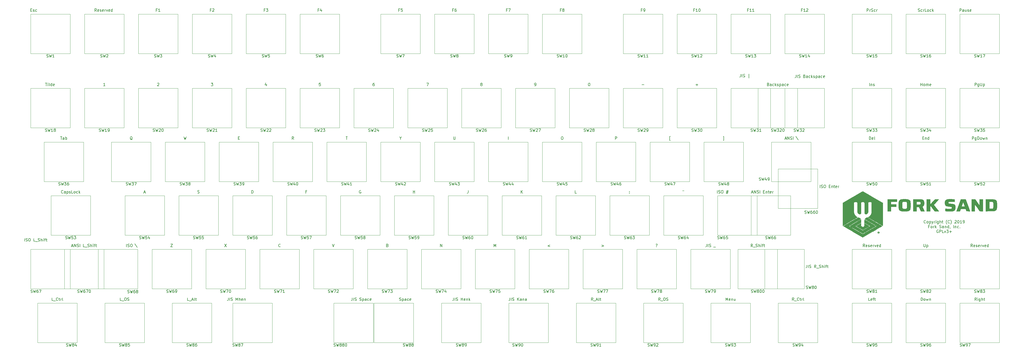
<source format=gbr>
G04 #@! TF.GenerationSoftware,KiCad,Pcbnew,5.1.5-52549c5~84~ubuntu16.04.1*
G04 #@! TF.CreationDate,2020-02-26T23:37:19+06:00*
G04 #@! TF.ProjectId,wasd-kbd80,77617364-2d6b-4626-9438-302e6b696361,rev?*
G04 #@! TF.SameCoordinates,Original*
G04 #@! TF.FileFunction,Legend,Top*
G04 #@! TF.FilePolarity,Positive*
%FSLAX46Y46*%
G04 Gerber Fmt 4.6, Leading zero omitted, Abs format (unit mm)*
G04 Created by KiCad (PCBNEW 5.1.5-52549c5~84~ubuntu16.04.1) date 2020-02-26 23:37:19*
%MOMM*%
%LPD*%
G04 APERTURE LIST*
%ADD10C,0.200000*%
%ADD11C,0.010000*%
%ADD12C,0.120000*%
%ADD13C,0.150000*%
G04 APERTURE END LIST*
D10*
X369252380Y-178857142D02*
X369204761Y-178904761D01*
X369061904Y-178952380D01*
X368966666Y-178952380D01*
X368823809Y-178904761D01*
X368728571Y-178809523D01*
X368680952Y-178714285D01*
X368633333Y-178523809D01*
X368633333Y-178380952D01*
X368680952Y-178190476D01*
X368728571Y-178095238D01*
X368823809Y-178000000D01*
X368966666Y-177952380D01*
X369061904Y-177952380D01*
X369204761Y-178000000D01*
X369252380Y-178047619D01*
X369823809Y-178952380D02*
X369728571Y-178904761D01*
X369680952Y-178857142D01*
X369633333Y-178761904D01*
X369633333Y-178476190D01*
X369680952Y-178380952D01*
X369728571Y-178333333D01*
X369823809Y-178285714D01*
X369966666Y-178285714D01*
X370061904Y-178333333D01*
X370109523Y-178380952D01*
X370157142Y-178476190D01*
X370157142Y-178761904D01*
X370109523Y-178857142D01*
X370061904Y-178904761D01*
X369966666Y-178952380D01*
X369823809Y-178952380D01*
X370585714Y-178285714D02*
X370585714Y-179285714D01*
X370585714Y-178333333D02*
X370680952Y-178285714D01*
X370871428Y-178285714D01*
X370966666Y-178333333D01*
X371014285Y-178380952D01*
X371061904Y-178476190D01*
X371061904Y-178761904D01*
X371014285Y-178857142D01*
X370966666Y-178904761D01*
X370871428Y-178952380D01*
X370680952Y-178952380D01*
X370585714Y-178904761D01*
X371395238Y-178285714D02*
X371633333Y-178952380D01*
X371871428Y-178285714D02*
X371633333Y-178952380D01*
X371538095Y-179190476D01*
X371490476Y-179238095D01*
X371395238Y-179285714D01*
X372252380Y-178952380D02*
X372252380Y-178285714D01*
X372252380Y-178476190D02*
X372300000Y-178380952D01*
X372347619Y-178333333D01*
X372442857Y-178285714D01*
X372538095Y-178285714D01*
X372871428Y-178952380D02*
X372871428Y-178285714D01*
X372871428Y-177952380D02*
X372823809Y-178000000D01*
X372871428Y-178047619D01*
X372919047Y-178000000D01*
X372871428Y-177952380D01*
X372871428Y-178047619D01*
X373776190Y-178285714D02*
X373776190Y-179095238D01*
X373728571Y-179190476D01*
X373680952Y-179238095D01*
X373585714Y-179285714D01*
X373442857Y-179285714D01*
X373347619Y-179238095D01*
X373776190Y-178904761D02*
X373680952Y-178952380D01*
X373490476Y-178952380D01*
X373395238Y-178904761D01*
X373347619Y-178857142D01*
X373300000Y-178761904D01*
X373300000Y-178476190D01*
X373347619Y-178380952D01*
X373395238Y-178333333D01*
X373490476Y-178285714D01*
X373680952Y-178285714D01*
X373776190Y-178333333D01*
X374252380Y-178952380D02*
X374252380Y-177952380D01*
X374680952Y-178952380D02*
X374680952Y-178428571D01*
X374633333Y-178333333D01*
X374538095Y-178285714D01*
X374395238Y-178285714D01*
X374300000Y-178333333D01*
X374252380Y-178380952D01*
X375014285Y-178285714D02*
X375395238Y-178285714D01*
X375157142Y-177952380D02*
X375157142Y-178809523D01*
X375204761Y-178904761D01*
X375300000Y-178952380D01*
X375395238Y-178952380D01*
X376776190Y-179333333D02*
X376728571Y-179285714D01*
X376633333Y-179142857D01*
X376585714Y-179047619D01*
X376538095Y-178904761D01*
X376490476Y-178666666D01*
X376490476Y-178476190D01*
X376538095Y-178238095D01*
X376585714Y-178095238D01*
X376633333Y-178000000D01*
X376728571Y-177857142D01*
X376776190Y-177809523D01*
X377728571Y-178857142D02*
X377680952Y-178904761D01*
X377538095Y-178952380D01*
X377442857Y-178952380D01*
X377300000Y-178904761D01*
X377204761Y-178809523D01*
X377157142Y-178714285D01*
X377109523Y-178523809D01*
X377109523Y-178380952D01*
X377157142Y-178190476D01*
X377204761Y-178095238D01*
X377300000Y-178000000D01*
X377442857Y-177952380D01*
X377538095Y-177952380D01*
X377680952Y-178000000D01*
X377728571Y-178047619D01*
X378061904Y-179333333D02*
X378109523Y-179285714D01*
X378204761Y-179142857D01*
X378252380Y-179047619D01*
X378300000Y-178904761D01*
X378347619Y-178666666D01*
X378347619Y-178476190D01*
X378300000Y-178238095D01*
X378252380Y-178095238D01*
X378204761Y-178000000D01*
X378109523Y-177857142D01*
X378061904Y-177809523D01*
X379538095Y-178047619D02*
X379585714Y-178000000D01*
X379680952Y-177952380D01*
X379919047Y-177952380D01*
X380014285Y-178000000D01*
X380061904Y-178047619D01*
X380109523Y-178142857D01*
X380109523Y-178238095D01*
X380061904Y-178380952D01*
X379490476Y-178952380D01*
X380109523Y-178952380D01*
X380728571Y-177952380D02*
X380823809Y-177952380D01*
X380919047Y-178000000D01*
X380966666Y-178047619D01*
X381014285Y-178142857D01*
X381061904Y-178333333D01*
X381061904Y-178571428D01*
X381014285Y-178761904D01*
X380966666Y-178857142D01*
X380919047Y-178904761D01*
X380823809Y-178952380D01*
X380728571Y-178952380D01*
X380633333Y-178904761D01*
X380585714Y-178857142D01*
X380538095Y-178761904D01*
X380490476Y-178571428D01*
X380490476Y-178333333D01*
X380538095Y-178142857D01*
X380585714Y-178047619D01*
X380633333Y-178000000D01*
X380728571Y-177952380D01*
X382014285Y-178952380D02*
X381442857Y-178952380D01*
X381728571Y-178952380D02*
X381728571Y-177952380D01*
X381633333Y-178095238D01*
X381538095Y-178190476D01*
X381442857Y-178238095D01*
X382490476Y-178952380D02*
X382680952Y-178952380D01*
X382776190Y-178904761D01*
X382823809Y-178857142D01*
X382919047Y-178714285D01*
X382966666Y-178523809D01*
X382966666Y-178142857D01*
X382919047Y-178047619D01*
X382871428Y-178000000D01*
X382776190Y-177952380D01*
X382585714Y-177952380D01*
X382490476Y-178000000D01*
X382442857Y-178047619D01*
X382395238Y-178142857D01*
X382395238Y-178380952D01*
X382442857Y-178476190D01*
X382490476Y-178523809D01*
X382585714Y-178571428D01*
X382776190Y-178571428D01*
X382871428Y-178523809D01*
X382919047Y-178476190D01*
X382966666Y-178380952D01*
X370585714Y-180128571D02*
X370252380Y-180128571D01*
X370252380Y-180652380D02*
X370252380Y-179652380D01*
X370728571Y-179652380D01*
X371252380Y-180652380D02*
X371157142Y-180604761D01*
X371109523Y-180557142D01*
X371061904Y-180461904D01*
X371061904Y-180176190D01*
X371109523Y-180080952D01*
X371157142Y-180033333D01*
X371252380Y-179985714D01*
X371395238Y-179985714D01*
X371490476Y-180033333D01*
X371538095Y-180080952D01*
X371585714Y-180176190D01*
X371585714Y-180461904D01*
X371538095Y-180557142D01*
X371490476Y-180604761D01*
X371395238Y-180652380D01*
X371252380Y-180652380D01*
X372014285Y-180652380D02*
X372014285Y-179985714D01*
X372014285Y-180176190D02*
X372061904Y-180080952D01*
X372109523Y-180033333D01*
X372204761Y-179985714D01*
X372300000Y-179985714D01*
X372633333Y-180652380D02*
X372633333Y-179652380D01*
X372728571Y-180271428D02*
X373014285Y-180652380D01*
X373014285Y-179985714D02*
X372633333Y-180366666D01*
X374157142Y-180604761D02*
X374300000Y-180652380D01*
X374538095Y-180652380D01*
X374633333Y-180604761D01*
X374680952Y-180557142D01*
X374728571Y-180461904D01*
X374728571Y-180366666D01*
X374680952Y-180271428D01*
X374633333Y-180223809D01*
X374538095Y-180176190D01*
X374347619Y-180128571D01*
X374252380Y-180080952D01*
X374204761Y-180033333D01*
X374157142Y-179938095D01*
X374157142Y-179842857D01*
X374204761Y-179747619D01*
X374252380Y-179700000D01*
X374347619Y-179652380D01*
X374585714Y-179652380D01*
X374728571Y-179700000D01*
X375585714Y-180652380D02*
X375585714Y-180128571D01*
X375538095Y-180033333D01*
X375442857Y-179985714D01*
X375252380Y-179985714D01*
X375157142Y-180033333D01*
X375585714Y-180604761D02*
X375490476Y-180652380D01*
X375252380Y-180652380D01*
X375157142Y-180604761D01*
X375109523Y-180509523D01*
X375109523Y-180414285D01*
X375157142Y-180319047D01*
X375252380Y-180271428D01*
X375490476Y-180271428D01*
X375585714Y-180223809D01*
X376061904Y-179985714D02*
X376061904Y-180652380D01*
X376061904Y-180080952D02*
X376109523Y-180033333D01*
X376204761Y-179985714D01*
X376347619Y-179985714D01*
X376442857Y-180033333D01*
X376490476Y-180128571D01*
X376490476Y-180652380D01*
X377395238Y-180652380D02*
X377395238Y-179652380D01*
X377395238Y-180604761D02*
X377300000Y-180652380D01*
X377109523Y-180652380D01*
X377014285Y-180604761D01*
X376966666Y-180557142D01*
X376919047Y-180461904D01*
X376919047Y-180176190D01*
X376966666Y-180080952D01*
X377014285Y-180033333D01*
X377109523Y-179985714D01*
X377300000Y-179985714D01*
X377395238Y-180033333D01*
X377919047Y-180604761D02*
X377919047Y-180652380D01*
X377871428Y-180747619D01*
X377823809Y-180795238D01*
X379109523Y-180652380D02*
X379109523Y-179652380D01*
X379585714Y-179985714D02*
X379585714Y-180652380D01*
X379585714Y-180080952D02*
X379633333Y-180033333D01*
X379728571Y-179985714D01*
X379871428Y-179985714D01*
X379966666Y-180033333D01*
X380014285Y-180128571D01*
X380014285Y-180652380D01*
X380919047Y-180604761D02*
X380823809Y-180652380D01*
X380633333Y-180652380D01*
X380538095Y-180604761D01*
X380490476Y-180557142D01*
X380442857Y-180461904D01*
X380442857Y-180176190D01*
X380490476Y-180080952D01*
X380538095Y-180033333D01*
X380633333Y-179985714D01*
X380823809Y-179985714D01*
X380919047Y-180033333D01*
X381347619Y-180557142D02*
X381395238Y-180604761D01*
X381347619Y-180652380D01*
X381300000Y-180604761D01*
X381347619Y-180557142D01*
X381347619Y-180652380D01*
X373680952Y-181400000D02*
X373585714Y-181352380D01*
X373442857Y-181352380D01*
X373300000Y-181400000D01*
X373204761Y-181495238D01*
X373157142Y-181590476D01*
X373109523Y-181780952D01*
X373109523Y-181923809D01*
X373157142Y-182114285D01*
X373204761Y-182209523D01*
X373300000Y-182304761D01*
X373442857Y-182352380D01*
X373538095Y-182352380D01*
X373680952Y-182304761D01*
X373728571Y-182257142D01*
X373728571Y-181923809D01*
X373538095Y-181923809D01*
X374157142Y-182352380D02*
X374157142Y-181352380D01*
X374538095Y-181352380D01*
X374633333Y-181400000D01*
X374680952Y-181447619D01*
X374728571Y-181542857D01*
X374728571Y-181685714D01*
X374680952Y-181780952D01*
X374633333Y-181828571D01*
X374538095Y-181876190D01*
X374157142Y-181876190D01*
X375633333Y-182352380D02*
X375157142Y-182352380D01*
X375157142Y-181352380D01*
X375871428Y-181685714D02*
X376109523Y-182352380D01*
X376347619Y-181685714D01*
X376633333Y-181352380D02*
X377252380Y-181352380D01*
X376919047Y-181733333D01*
X377061904Y-181733333D01*
X377157142Y-181780952D01*
X377204761Y-181828571D01*
X377252380Y-181923809D01*
X377252380Y-182161904D01*
X377204761Y-182257142D01*
X377157142Y-182304761D01*
X377061904Y-182352380D01*
X376776190Y-182352380D01*
X376680952Y-182304761D01*
X376633333Y-182257142D01*
X377680952Y-181971428D02*
X378442857Y-181971428D01*
X378061904Y-182352380D02*
X378061904Y-181590476D01*
D11*
G36*
X352318060Y-182172491D02*
G01*
X352329242Y-182163109D01*
X352355264Y-182158092D01*
X352402170Y-182156102D01*
X352459123Y-182155788D01*
X352527147Y-182156161D01*
X352570247Y-182158521D01*
X352595287Y-182164736D01*
X352609130Y-182176671D01*
X352618643Y-182196190D01*
X352619966Y-182199499D01*
X352637362Y-182243210D01*
X352652687Y-182199499D01*
X352672381Y-182166378D01*
X352706655Y-182155952D01*
X352714372Y-182155788D01*
X352760732Y-182155788D01*
X352760732Y-182259105D01*
X352759741Y-182315018D01*
X352755328Y-182346191D01*
X352745331Y-182359648D01*
X352728942Y-182362421D01*
X352706017Y-182355160D01*
X352696636Y-182327952D01*
X352695530Y-182310763D01*
X352693907Y-182259105D01*
X352677335Y-182310763D01*
X352656855Y-182350393D01*
X352632290Y-182360881D01*
X352607156Y-182341099D01*
X352603056Y-182334605D01*
X352590327Y-182315266D01*
X352586686Y-182323752D01*
X352586372Y-182334605D01*
X352573665Y-182357215D01*
X352546151Y-182362421D01*
X352521630Y-182359457D01*
X352510012Y-182344885D01*
X352506566Y-182310187D01*
X352506414Y-182290895D01*
X352504334Y-182246196D01*
X352495697Y-182225059D01*
X352476908Y-182219395D01*
X352474624Y-182219368D01*
X352454758Y-182224048D01*
X352445364Y-182243481D01*
X352442847Y-182285756D01*
X352442834Y-182290895D01*
X352440754Y-182335593D01*
X352432117Y-182356730D01*
X352413328Y-182362394D01*
X352411045Y-182362421D01*
X352391179Y-182357741D01*
X352381784Y-182338308D01*
X352379267Y-182296033D01*
X352379255Y-182290895D01*
X352377175Y-182246196D01*
X352368538Y-182225059D01*
X352349749Y-182219395D01*
X352347465Y-182219368D01*
X352320900Y-182208128D01*
X352315675Y-182187578D01*
X352318060Y-182172491D01*
G37*
X352318060Y-182172491D02*
X352329242Y-182163109D01*
X352355264Y-182158092D01*
X352402170Y-182156102D01*
X352459123Y-182155788D01*
X352527147Y-182156161D01*
X352570247Y-182158521D01*
X352595287Y-182164736D01*
X352609130Y-182176671D01*
X352618643Y-182196190D01*
X352619966Y-182199499D01*
X352637362Y-182243210D01*
X352652687Y-182199499D01*
X352672381Y-182166378D01*
X352706655Y-182155952D01*
X352714372Y-182155788D01*
X352760732Y-182155788D01*
X352760732Y-182259105D01*
X352759741Y-182315018D01*
X352755328Y-182346191D01*
X352745331Y-182359648D01*
X352728942Y-182362421D01*
X352706017Y-182355160D01*
X352696636Y-182327952D01*
X352695530Y-182310763D01*
X352693907Y-182259105D01*
X352677335Y-182310763D01*
X352656855Y-182350393D01*
X352632290Y-182360881D01*
X352607156Y-182341099D01*
X352603056Y-182334605D01*
X352590327Y-182315266D01*
X352586686Y-182323752D01*
X352586372Y-182334605D01*
X352573665Y-182357215D01*
X352546151Y-182362421D01*
X352521630Y-182359457D01*
X352510012Y-182344885D01*
X352506566Y-182310187D01*
X352506414Y-182290895D01*
X352504334Y-182246196D01*
X352495697Y-182225059D01*
X352476908Y-182219395D01*
X352474624Y-182219368D01*
X352454758Y-182224048D01*
X352445364Y-182243481D01*
X352442847Y-182285756D01*
X352442834Y-182290895D01*
X352440754Y-182335593D01*
X352432117Y-182356730D01*
X352413328Y-182362394D01*
X352411045Y-182362421D01*
X352391179Y-182357741D01*
X352381784Y-182338308D01*
X352379267Y-182296033D01*
X352379255Y-182290895D01*
X352377175Y-182246196D01*
X352368538Y-182225059D01*
X352349749Y-182219395D01*
X352347465Y-182219368D01*
X352320900Y-182208128D01*
X352315675Y-182187578D01*
X352318060Y-182172491D01*
G36*
X344665260Y-179951698D02*
G01*
X344706020Y-179927280D01*
X344769506Y-179889715D01*
X344853330Y-179840403D01*
X344955105Y-179780742D01*
X345072442Y-179712133D01*
X345202953Y-179635976D01*
X345344252Y-179553668D01*
X345493950Y-179466611D01*
X345512672Y-179455733D01*
X346363047Y-178961683D01*
X346367237Y-179467006D01*
X346371427Y-179972328D01*
X346664034Y-180142156D01*
X346751640Y-180192521D01*
X346830509Y-180236951D01*
X346896333Y-180273093D01*
X346944807Y-180298595D01*
X346971623Y-180311107D01*
X346975000Y-180311983D01*
X346993661Y-180304313D01*
X347035412Y-180282868D01*
X347095945Y-180250003D01*
X347170955Y-180208067D01*
X347256134Y-180159415D01*
X347285966Y-180142156D01*
X347578572Y-179972328D01*
X347586952Y-178961698D01*
X348437327Y-179455646D01*
X348587898Y-179543179D01*
X348730364Y-179626140D01*
X348862338Y-179703130D01*
X348981430Y-179772749D01*
X349085253Y-179833596D01*
X349171417Y-179884271D01*
X349237534Y-179923374D01*
X349281216Y-179949506D01*
X349300073Y-179961265D01*
X349300557Y-179961647D01*
X349289114Y-179971268D01*
X349252128Y-179995613D01*
X349191579Y-180033497D01*
X349109445Y-180083734D01*
X349007707Y-180145138D01*
X348888344Y-180216525D01*
X348753335Y-180296708D01*
X348604660Y-180384503D01*
X348444298Y-180478724D01*
X348274229Y-180578185D01*
X348156234Y-180646936D01*
X347979989Y-180749312D01*
X347811357Y-180846951D01*
X347652393Y-180938681D01*
X347505155Y-181023330D01*
X347371699Y-181099726D01*
X347254080Y-181166697D01*
X347154355Y-181223071D01*
X347074581Y-181267675D01*
X347016814Y-181299338D01*
X346983110Y-181316888D01*
X346975098Y-181320172D01*
X346957067Y-181312408D01*
X346914515Y-181290059D01*
X346849869Y-181254545D01*
X346765556Y-181207282D01*
X346664002Y-181149689D01*
X346547636Y-181083184D01*
X346418883Y-181009185D01*
X346280171Y-180929109D01*
X346133927Y-180844374D01*
X345982578Y-180756399D01*
X345828550Y-180666601D01*
X345674271Y-180576398D01*
X345522168Y-180487208D01*
X345374668Y-180400449D01*
X345234197Y-180317538D01*
X345103183Y-180239895D01*
X344984053Y-180168936D01*
X344879234Y-180106079D01*
X344791152Y-180052743D01*
X344722234Y-180010345D01*
X344674909Y-179980304D01*
X344651602Y-179964036D01*
X344649613Y-179961570D01*
X344665260Y-179951698D01*
G37*
X344665260Y-179951698D02*
X344706020Y-179927280D01*
X344769506Y-179889715D01*
X344853330Y-179840403D01*
X344955105Y-179780742D01*
X345072442Y-179712133D01*
X345202953Y-179635976D01*
X345344252Y-179553668D01*
X345493950Y-179466611D01*
X345512672Y-179455733D01*
X346363047Y-178961683D01*
X346367237Y-179467006D01*
X346371427Y-179972328D01*
X346664034Y-180142156D01*
X346751640Y-180192521D01*
X346830509Y-180236951D01*
X346896333Y-180273093D01*
X346944807Y-180298595D01*
X346971623Y-180311107D01*
X346975000Y-180311983D01*
X346993661Y-180304313D01*
X347035412Y-180282868D01*
X347095945Y-180250003D01*
X347170955Y-180208067D01*
X347256134Y-180159415D01*
X347285966Y-180142156D01*
X347578572Y-179972328D01*
X347586952Y-178961698D01*
X348437327Y-179455646D01*
X348587898Y-179543179D01*
X348730364Y-179626140D01*
X348862338Y-179703130D01*
X348981430Y-179772749D01*
X349085253Y-179833596D01*
X349171417Y-179884271D01*
X349237534Y-179923374D01*
X349281216Y-179949506D01*
X349300073Y-179961265D01*
X349300557Y-179961647D01*
X349289114Y-179971268D01*
X349252128Y-179995613D01*
X349191579Y-180033497D01*
X349109445Y-180083734D01*
X349007707Y-180145138D01*
X348888344Y-180216525D01*
X348753335Y-180296708D01*
X348604660Y-180384503D01*
X348444298Y-180478724D01*
X348274229Y-180578185D01*
X348156234Y-180646936D01*
X347979989Y-180749312D01*
X347811357Y-180846951D01*
X347652393Y-180938681D01*
X347505155Y-181023330D01*
X347371699Y-181099726D01*
X347254080Y-181166697D01*
X347154355Y-181223071D01*
X347074581Y-181267675D01*
X347016814Y-181299338D01*
X346983110Y-181316888D01*
X346975098Y-181320172D01*
X346957067Y-181312408D01*
X346914515Y-181290059D01*
X346849869Y-181254545D01*
X346765556Y-181207282D01*
X346664002Y-181149689D01*
X346547636Y-181083184D01*
X346418883Y-181009185D01*
X346280171Y-180929109D01*
X346133927Y-180844374D01*
X345982578Y-180756399D01*
X345828550Y-180666601D01*
X345674271Y-180576398D01*
X345522168Y-180487208D01*
X345374668Y-180400449D01*
X345234197Y-180317538D01*
X345103183Y-180239895D01*
X344984053Y-180168936D01*
X344879234Y-180106079D01*
X344791152Y-180052743D01*
X344722234Y-180010345D01*
X344674909Y-179980304D01*
X344651602Y-179964036D01*
X344649613Y-179961570D01*
X344665260Y-179951698D01*
G36*
X342384098Y-179964977D02*
G01*
X342422373Y-179941538D01*
X342484417Y-179904342D01*
X342568363Y-179854476D01*
X342672341Y-179793030D01*
X342794482Y-179721092D01*
X342932918Y-179639751D01*
X343085779Y-179550094D01*
X343251196Y-179453211D01*
X343427302Y-179350189D01*
X343612226Y-179242118D01*
X343804101Y-179130087D01*
X344001057Y-179015182D01*
X344201225Y-178898494D01*
X344402736Y-178781110D01*
X344603722Y-178664120D01*
X344802313Y-178548611D01*
X344996642Y-178435672D01*
X345184838Y-178326392D01*
X345365033Y-178221859D01*
X345535358Y-178123162D01*
X345693945Y-178031389D01*
X345838924Y-177947628D01*
X345968426Y-177872969D01*
X346080583Y-177808500D01*
X346173526Y-177755309D01*
X346245386Y-177714484D01*
X346294294Y-177687115D01*
X346318381Y-177674290D01*
X346320560Y-177673435D01*
X346334857Y-177687050D01*
X346346690Y-177728369D01*
X346356117Y-177798098D01*
X346363192Y-177896947D01*
X346367973Y-178025624D01*
X346370515Y-178184838D01*
X346370995Y-178308280D01*
X346370995Y-178762980D01*
X345333552Y-179366471D01*
X344296110Y-179969963D01*
X345627934Y-180744978D01*
X345816988Y-180854903D01*
X345998345Y-180960179D01*
X346170110Y-181059714D01*
X346330387Y-181152419D01*
X346477283Y-181237203D01*
X346608901Y-181312977D01*
X346723349Y-181378650D01*
X346818729Y-181433132D01*
X346893149Y-181475334D01*
X346944713Y-181504164D01*
X346971527Y-181518532D01*
X346974974Y-181519993D01*
X346990603Y-181512171D01*
X347031783Y-181489437D01*
X347096600Y-181452892D01*
X347183141Y-181403635D01*
X347289492Y-181342765D01*
X347413740Y-181271383D01*
X347553972Y-181190588D01*
X347708276Y-181101479D01*
X347874737Y-181005158D01*
X348051443Y-180902722D01*
X348236480Y-180795273D01*
X348297895Y-180759570D01*
X348485552Y-180650454D01*
X348665685Y-180545724D01*
X348836357Y-180446505D01*
X348995634Y-180353922D01*
X349141580Y-180269099D01*
X349272259Y-180193162D01*
X349385736Y-180127234D01*
X349480075Y-180072440D01*
X349553341Y-180029906D01*
X349603599Y-180000755D01*
X349628912Y-179986113D01*
X349631393Y-179984695D01*
X349630291Y-179978301D01*
X349615323Y-179964585D01*
X349585122Y-179942712D01*
X349538318Y-179911847D01*
X349473544Y-179871155D01*
X349389431Y-179819802D01*
X349284611Y-179756952D01*
X349157715Y-179681770D01*
X349007374Y-179593422D01*
X348832221Y-179491073D01*
X348630887Y-179373887D01*
X348618095Y-179366453D01*
X347579005Y-178762663D01*
X347579005Y-178308122D01*
X347579888Y-178135591D01*
X347582636Y-177993197D01*
X347587397Y-177879332D01*
X347594316Y-177792391D01*
X347603541Y-177730765D01*
X347615219Y-177692849D01*
X347629497Y-177677036D01*
X347636768Y-177676694D01*
X347654458Y-177685471D01*
X347697471Y-177709134D01*
X347763928Y-177746587D01*
X347851952Y-177796733D01*
X347959664Y-177858476D01*
X348085186Y-177930721D01*
X348226638Y-178012372D01*
X348382144Y-178102332D01*
X348549823Y-178199506D01*
X348727799Y-178302796D01*
X348914192Y-178411109D01*
X349107124Y-178523347D01*
X349304718Y-178638414D01*
X349505093Y-178755214D01*
X349706373Y-178872652D01*
X349906678Y-178989631D01*
X350104130Y-179105055D01*
X350296851Y-179217828D01*
X350482963Y-179326855D01*
X350660586Y-179431039D01*
X350827844Y-179529284D01*
X350982856Y-179620494D01*
X351123745Y-179703574D01*
X351248633Y-179777426D01*
X351355641Y-179840956D01*
X351442891Y-179893066D01*
X351508503Y-179932662D01*
X351550601Y-179958646D01*
X351567305Y-179969924D01*
X351567514Y-179970244D01*
X351553981Y-179979829D01*
X351514376Y-180004520D01*
X351450127Y-180043477D01*
X351362665Y-180095859D01*
X351253418Y-180160825D01*
X351123815Y-180237534D01*
X350975285Y-180325147D01*
X350809257Y-180422821D01*
X350627159Y-180529718D01*
X350430421Y-180644995D01*
X350220471Y-180767812D01*
X349998739Y-180897329D01*
X349766653Y-181032705D01*
X349525642Y-181173099D01*
X349284549Y-181313360D01*
X349036033Y-181457814D01*
X348794854Y-181597931D01*
X348562455Y-181732878D01*
X348340278Y-181861820D01*
X348129765Y-181983922D01*
X347932358Y-182098350D01*
X347749499Y-182204270D01*
X347582630Y-182300845D01*
X347433193Y-182387242D01*
X347302631Y-182462627D01*
X347192385Y-182526164D01*
X347103898Y-182577019D01*
X347038611Y-182614358D01*
X346997967Y-182637345D01*
X346983462Y-182645139D01*
X346968658Y-182637651D01*
X346928116Y-182615182D01*
X346863577Y-182578742D01*
X346776781Y-182529337D01*
X346669466Y-182467976D01*
X346543373Y-182395665D01*
X346400242Y-182313414D01*
X346241812Y-182222230D01*
X346069822Y-182123120D01*
X345886014Y-182017093D01*
X345692126Y-181905155D01*
X345489897Y-181788315D01*
X345281069Y-181667581D01*
X345067381Y-181543961D01*
X344850572Y-181418461D01*
X344632382Y-181292090D01*
X344414550Y-181165856D01*
X344198818Y-181040767D01*
X343986924Y-180917830D01*
X343780607Y-180798052D01*
X343581609Y-180682443D01*
X343391668Y-180572009D01*
X343212524Y-180467758D01*
X343045918Y-180370698D01*
X342893588Y-180281837D01*
X342757274Y-180202183D01*
X342638717Y-180132743D01*
X342539656Y-180074525D01*
X342461830Y-180028538D01*
X342406980Y-179995787D01*
X342376845Y-179977283D01*
X342371462Y-179973569D01*
X342384098Y-179964977D01*
G37*
X342384098Y-179964977D02*
X342422373Y-179941538D01*
X342484417Y-179904342D01*
X342568363Y-179854476D01*
X342672341Y-179793030D01*
X342794482Y-179721092D01*
X342932918Y-179639751D01*
X343085779Y-179550094D01*
X343251196Y-179453211D01*
X343427302Y-179350189D01*
X343612226Y-179242118D01*
X343804101Y-179130087D01*
X344001057Y-179015182D01*
X344201225Y-178898494D01*
X344402736Y-178781110D01*
X344603722Y-178664120D01*
X344802313Y-178548611D01*
X344996642Y-178435672D01*
X345184838Y-178326392D01*
X345365033Y-178221859D01*
X345535358Y-178123162D01*
X345693945Y-178031389D01*
X345838924Y-177947628D01*
X345968426Y-177872969D01*
X346080583Y-177808500D01*
X346173526Y-177755309D01*
X346245386Y-177714484D01*
X346294294Y-177687115D01*
X346318381Y-177674290D01*
X346320560Y-177673435D01*
X346334857Y-177687050D01*
X346346690Y-177728369D01*
X346356117Y-177798098D01*
X346363192Y-177896947D01*
X346367973Y-178025624D01*
X346370515Y-178184838D01*
X346370995Y-178308280D01*
X346370995Y-178762980D01*
X345333552Y-179366471D01*
X344296110Y-179969963D01*
X345627934Y-180744978D01*
X345816988Y-180854903D01*
X345998345Y-180960179D01*
X346170110Y-181059714D01*
X346330387Y-181152419D01*
X346477283Y-181237203D01*
X346608901Y-181312977D01*
X346723349Y-181378650D01*
X346818729Y-181433132D01*
X346893149Y-181475334D01*
X346944713Y-181504164D01*
X346971527Y-181518532D01*
X346974974Y-181519993D01*
X346990603Y-181512171D01*
X347031783Y-181489437D01*
X347096600Y-181452892D01*
X347183141Y-181403635D01*
X347289492Y-181342765D01*
X347413740Y-181271383D01*
X347553972Y-181190588D01*
X347708276Y-181101479D01*
X347874737Y-181005158D01*
X348051443Y-180902722D01*
X348236480Y-180795273D01*
X348297895Y-180759570D01*
X348485552Y-180650454D01*
X348665685Y-180545724D01*
X348836357Y-180446505D01*
X348995634Y-180353922D01*
X349141580Y-180269099D01*
X349272259Y-180193162D01*
X349385736Y-180127234D01*
X349480075Y-180072440D01*
X349553341Y-180029906D01*
X349603599Y-180000755D01*
X349628912Y-179986113D01*
X349631393Y-179984695D01*
X349630291Y-179978301D01*
X349615323Y-179964585D01*
X349585122Y-179942712D01*
X349538318Y-179911847D01*
X349473544Y-179871155D01*
X349389431Y-179819802D01*
X349284611Y-179756952D01*
X349157715Y-179681770D01*
X349007374Y-179593422D01*
X348832221Y-179491073D01*
X348630887Y-179373887D01*
X348618095Y-179366453D01*
X347579005Y-178762663D01*
X347579005Y-178308122D01*
X347579888Y-178135591D01*
X347582636Y-177993197D01*
X347587397Y-177879332D01*
X347594316Y-177792391D01*
X347603541Y-177730765D01*
X347615219Y-177692849D01*
X347629497Y-177677036D01*
X347636768Y-177676694D01*
X347654458Y-177685471D01*
X347697471Y-177709134D01*
X347763928Y-177746587D01*
X347851952Y-177796733D01*
X347959664Y-177858476D01*
X348085186Y-177930721D01*
X348226638Y-178012372D01*
X348382144Y-178102332D01*
X348549823Y-178199506D01*
X348727799Y-178302796D01*
X348914192Y-178411109D01*
X349107124Y-178523347D01*
X349304718Y-178638414D01*
X349505093Y-178755214D01*
X349706373Y-178872652D01*
X349906678Y-178989631D01*
X350104130Y-179105055D01*
X350296851Y-179217828D01*
X350482963Y-179326855D01*
X350660586Y-179431039D01*
X350827844Y-179529284D01*
X350982856Y-179620494D01*
X351123745Y-179703574D01*
X351248633Y-179777426D01*
X351355641Y-179840956D01*
X351442891Y-179893066D01*
X351508503Y-179932662D01*
X351550601Y-179958646D01*
X351567305Y-179969924D01*
X351567514Y-179970244D01*
X351553981Y-179979829D01*
X351514376Y-180004520D01*
X351450127Y-180043477D01*
X351362665Y-180095859D01*
X351253418Y-180160825D01*
X351123815Y-180237534D01*
X350975285Y-180325147D01*
X350809257Y-180422821D01*
X350627159Y-180529718D01*
X350430421Y-180644995D01*
X350220471Y-180767812D01*
X349998739Y-180897329D01*
X349766653Y-181032705D01*
X349525642Y-181173099D01*
X349284549Y-181313360D01*
X349036033Y-181457814D01*
X348794854Y-181597931D01*
X348562455Y-181732878D01*
X348340278Y-181861820D01*
X348129765Y-181983922D01*
X347932358Y-182098350D01*
X347749499Y-182204270D01*
X347582630Y-182300845D01*
X347433193Y-182387242D01*
X347302631Y-182462627D01*
X347192385Y-182526164D01*
X347103898Y-182577019D01*
X347038611Y-182614358D01*
X346997967Y-182637345D01*
X346983462Y-182645139D01*
X346968658Y-182637651D01*
X346928116Y-182615182D01*
X346863577Y-182578742D01*
X346776781Y-182529337D01*
X346669466Y-182467976D01*
X346543373Y-182395665D01*
X346400242Y-182313414D01*
X346241812Y-182222230D01*
X346069822Y-182123120D01*
X345886014Y-182017093D01*
X345692126Y-181905155D01*
X345489897Y-181788315D01*
X345281069Y-181667581D01*
X345067381Y-181543961D01*
X344850572Y-181418461D01*
X344632382Y-181292090D01*
X344414550Y-181165856D01*
X344198818Y-181040767D01*
X343986924Y-180917830D01*
X343780607Y-180798052D01*
X343581609Y-180682443D01*
X343391668Y-180572009D01*
X343212524Y-180467758D01*
X343045918Y-180370698D01*
X342893588Y-180281837D01*
X342757274Y-180202183D01*
X342638717Y-180132743D01*
X342539656Y-180074525D01*
X342461830Y-180028538D01*
X342406980Y-179995787D01*
X342376845Y-179977283D01*
X342371462Y-179973569D01*
X342384098Y-179964977D01*
G36*
X352233540Y-182158000D02*
G01*
X352270058Y-182078119D01*
X352325081Y-182014792D01*
X352393834Y-181969004D01*
X352471537Y-181941737D01*
X352553416Y-181933974D01*
X352634691Y-181946699D01*
X352710585Y-181980894D01*
X352776323Y-182037542D01*
X352827125Y-182117627D01*
X352831500Y-182127679D01*
X352848315Y-182191074D01*
X352854447Y-182265843D01*
X352849429Y-182336829D01*
X352839141Y-182375882D01*
X352793779Y-182451168D01*
X352725287Y-182516184D01*
X352699919Y-182533210D01*
X352623083Y-182563311D01*
X352534166Y-182571747D01*
X352509333Y-182568191D01*
X352509333Y-182518849D01*
X352591437Y-182515157D01*
X352670940Y-182481142D01*
X352707753Y-182453329D01*
X352770586Y-182381871D01*
X352802125Y-182305024D01*
X352802492Y-182222255D01*
X352778274Y-182146591D01*
X352729945Y-182073092D01*
X352666282Y-182023018D01*
X352592977Y-181995952D01*
X352515723Y-181991476D01*
X352440212Y-182009173D01*
X352372138Y-182048626D01*
X352317192Y-182109417D01*
X352283420Y-182182864D01*
X352270667Y-182267143D01*
X352287012Y-182343119D01*
X352333614Y-182414995D01*
X352353321Y-182436040D01*
X352428628Y-182492411D01*
X352509333Y-182518849D01*
X352509333Y-182568191D01*
X352444045Y-182558841D01*
X352363602Y-182524914D01*
X352360815Y-182523173D01*
X352288788Y-182459660D01*
X352241755Y-182377562D01*
X352221157Y-182279645D01*
X352220306Y-182253453D01*
X352233540Y-182158000D01*
G37*
X352233540Y-182158000D02*
X352270058Y-182078119D01*
X352325081Y-182014792D01*
X352393834Y-181969004D01*
X352471537Y-181941737D01*
X352553416Y-181933974D01*
X352634691Y-181946699D01*
X352710585Y-181980894D01*
X352776323Y-182037542D01*
X352827125Y-182117627D01*
X352831500Y-182127679D01*
X352848315Y-182191074D01*
X352854447Y-182265843D01*
X352849429Y-182336829D01*
X352839141Y-182375882D01*
X352793779Y-182451168D01*
X352725287Y-182516184D01*
X352699919Y-182533210D01*
X352623083Y-182563311D01*
X352534166Y-182571747D01*
X352509333Y-182568191D01*
X352509333Y-182518849D01*
X352591437Y-182515157D01*
X352670940Y-182481142D01*
X352707753Y-182453329D01*
X352770586Y-182381871D01*
X352802125Y-182305024D01*
X352802492Y-182222255D01*
X352778274Y-182146591D01*
X352729945Y-182073092D01*
X352666282Y-182023018D01*
X352592977Y-181995952D01*
X352515723Y-181991476D01*
X352440212Y-182009173D01*
X352372138Y-182048626D01*
X352317192Y-182109417D01*
X352283420Y-182182864D01*
X352270667Y-182267143D01*
X352287012Y-182343119D01*
X352333614Y-182414995D01*
X352353321Y-182436040D01*
X352428628Y-182492411D01*
X352509333Y-182518849D01*
X352509333Y-182568191D01*
X352444045Y-182558841D01*
X352363602Y-182524914D01*
X352360815Y-182523173D01*
X352288788Y-182459660D01*
X352241755Y-182377562D01*
X352221157Y-182279645D01*
X352220306Y-182253453D01*
X352233540Y-182158000D01*
G36*
X340132209Y-179962113D02*
G01*
X340171272Y-179938003D01*
X340234595Y-179899866D01*
X340320551Y-179848648D01*
X340427512Y-179785297D01*
X340553851Y-179710760D01*
X340697941Y-179625983D01*
X340858154Y-179531914D01*
X341032862Y-179429500D01*
X341220438Y-179319688D01*
X341419255Y-179203425D01*
X341627684Y-179081658D01*
X341844100Y-178955334D01*
X342066873Y-178825399D01*
X342294377Y-178692802D01*
X342524984Y-178558489D01*
X342757066Y-178423408D01*
X342988997Y-178288504D01*
X343219148Y-178154726D01*
X343445893Y-178023020D01*
X343667603Y-177894333D01*
X343882652Y-177769612D01*
X344089411Y-177649805D01*
X344286253Y-177535859D01*
X344471551Y-177428720D01*
X344643678Y-177329335D01*
X344801005Y-177238652D01*
X344941906Y-177157618D01*
X345064752Y-177087179D01*
X345167917Y-177028283D01*
X345249772Y-176981877D01*
X345308691Y-176948907D01*
X345343046Y-176930321D01*
X345351627Y-176926376D01*
X345385017Y-176931858D01*
X345440675Y-176946676D01*
X345511341Y-176968392D01*
X345589756Y-176994566D01*
X345668658Y-177022758D01*
X345740789Y-177050531D01*
X345798888Y-177075443D01*
X345807562Y-177079565D01*
X345946992Y-177161583D01*
X346072927Y-177263789D01*
X346177034Y-177379278D01*
X346189439Y-177396177D01*
X346223163Y-177445033D01*
X346247279Y-177483068D01*
X346257758Y-177503820D01*
X346257674Y-177505680D01*
X346243503Y-177514168D01*
X346203341Y-177537758D01*
X346138683Y-177575580D01*
X346051023Y-177626763D01*
X345941856Y-177690437D01*
X345812677Y-177765731D01*
X345664980Y-177851775D01*
X345500261Y-177947699D01*
X345320012Y-178052631D01*
X345125730Y-178165701D01*
X344918909Y-178286039D01*
X344701044Y-178412774D01*
X344473629Y-178545036D01*
X344238158Y-178681955D01*
X344153660Y-178731080D01*
X343915576Y-178869519D01*
X343684944Y-179003673D01*
X343463265Y-179132667D01*
X343252042Y-179255624D01*
X343052774Y-179371670D01*
X342866964Y-179479930D01*
X342696112Y-179579527D01*
X342541720Y-179669586D01*
X342405288Y-179749232D01*
X342288319Y-179817589D01*
X342192313Y-179873782D01*
X342118771Y-179916935D01*
X342069194Y-179946173D01*
X342045084Y-179960620D01*
X342042946Y-179962016D01*
X342055233Y-179970875D01*
X342093354Y-179994699D01*
X342155640Y-180032514D01*
X342240419Y-180083344D01*
X342346022Y-180146215D01*
X342470777Y-180220154D01*
X342613014Y-180304184D01*
X342771063Y-180397333D01*
X342943253Y-180498624D01*
X343127914Y-180607085D01*
X343323376Y-180721739D01*
X343527967Y-180841614D01*
X343740017Y-180965733D01*
X343957857Y-181093124D01*
X344179815Y-181222810D01*
X344404221Y-181353818D01*
X344629405Y-181485174D01*
X344853696Y-181615902D01*
X345075423Y-181745028D01*
X345292916Y-181871578D01*
X345504506Y-181994577D01*
X345708520Y-182113050D01*
X345903289Y-182226024D01*
X346087142Y-182332523D01*
X346258410Y-182431573D01*
X346415420Y-182522200D01*
X346556504Y-182603429D01*
X346679990Y-182674285D01*
X346784208Y-182733795D01*
X346867487Y-182780983D01*
X346928158Y-182814875D01*
X346964549Y-182834496D01*
X346975000Y-182839268D01*
X346991355Y-182831428D01*
X347033288Y-182808558D01*
X347099130Y-182771632D01*
X347187210Y-182721626D01*
X347295856Y-182659513D01*
X347423399Y-182586269D01*
X347568169Y-182502867D01*
X347728494Y-182410283D01*
X347902705Y-182309491D01*
X348089130Y-182201466D01*
X348286100Y-182087181D01*
X348491943Y-181967613D01*
X348704990Y-181843735D01*
X348923570Y-181716521D01*
X349146012Y-181586947D01*
X349370646Y-181455988D01*
X349595802Y-181324616D01*
X349819809Y-181193809D01*
X350040996Y-181064538D01*
X350257693Y-180937781D01*
X350468230Y-180814510D01*
X350670936Y-180695701D01*
X350864140Y-180582328D01*
X351046173Y-180475365D01*
X351215363Y-180375788D01*
X351370041Y-180284571D01*
X351508535Y-180202688D01*
X351629176Y-180131114D01*
X351730292Y-180070824D01*
X351810214Y-180022792D01*
X351867271Y-179987993D01*
X351899791Y-179967401D01*
X351907054Y-179961832D01*
X351892111Y-179952689D01*
X351851182Y-179928455D01*
X351785766Y-179890003D01*
X351697365Y-179838211D01*
X351587481Y-179773954D01*
X351457615Y-179698106D01*
X351309268Y-179611544D01*
X351143940Y-179515144D01*
X350963135Y-179409780D01*
X350768352Y-179296328D01*
X350561093Y-179175665D01*
X350342859Y-179048665D01*
X350115152Y-178916204D01*
X349879472Y-178779157D01*
X349796339Y-178730828D01*
X349558387Y-178592490D01*
X349327964Y-178458503D01*
X349106566Y-178329737D01*
X348895686Y-178207061D01*
X348696820Y-178091348D01*
X348511462Y-177983467D01*
X348341107Y-177884288D01*
X348187249Y-177794682D01*
X348051383Y-177715519D01*
X347935004Y-177647670D01*
X347839607Y-177592005D01*
X347766687Y-177549394D01*
X347717737Y-177520708D01*
X347694253Y-177506817D01*
X347692325Y-177505611D01*
X347698112Y-177491092D01*
X347718697Y-177457416D01*
X347750055Y-177411039D01*
X347760560Y-177396177D01*
X347853715Y-177284790D01*
X347964593Y-177188611D01*
X348096583Y-177105486D01*
X348253073Y-177033261D01*
X348425445Y-176973411D01*
X348506119Y-176949913D01*
X348562760Y-176936447D01*
X348601150Y-176932020D01*
X348627073Y-176935636D01*
X348632571Y-176937811D01*
X348650227Y-176947560D01*
X348693569Y-176972284D01*
X348760958Y-177011029D01*
X348850753Y-177062840D01*
X348961314Y-177126763D01*
X349091000Y-177201844D01*
X349238170Y-177287129D01*
X349401185Y-177381663D01*
X349578404Y-177484492D01*
X349768186Y-177594661D01*
X349968890Y-177711217D01*
X350178878Y-177833205D01*
X350396507Y-177959671D01*
X350620138Y-178089660D01*
X350848129Y-178222218D01*
X351078842Y-178356391D01*
X351310635Y-178491225D01*
X351541867Y-178625765D01*
X351770899Y-178759057D01*
X351996090Y-178890147D01*
X352215799Y-179018080D01*
X352428386Y-179141902D01*
X352632210Y-179260659D01*
X352825632Y-179373396D01*
X353007010Y-179479160D01*
X353174705Y-179576996D01*
X353327075Y-179665949D01*
X353462480Y-179745066D01*
X353579280Y-179813391D01*
X353675835Y-179869972D01*
X353750504Y-179913852D01*
X353801646Y-179944079D01*
X353827621Y-179959698D01*
X353830627Y-179961669D01*
X353818232Y-179970623D01*
X353779505Y-179994861D01*
X353715603Y-180033701D01*
X353627686Y-180086462D01*
X353516912Y-180152464D01*
X353384439Y-180231025D01*
X353231426Y-180321465D01*
X353059031Y-180423104D01*
X352868412Y-180535260D01*
X352660728Y-180657253D01*
X352437138Y-180788401D01*
X352198799Y-180928024D01*
X351946871Y-181075442D01*
X351682512Y-181229973D01*
X351406879Y-181390937D01*
X351121132Y-181557653D01*
X350826429Y-181729440D01*
X350523928Y-181905617D01*
X350409313Y-181972329D01*
X346975113Y-183970893D01*
X343548409Y-181976782D01*
X343243459Y-181799282D01*
X342945762Y-181625928D01*
X342656486Y-181457401D01*
X342376795Y-181294383D01*
X342107856Y-181137557D01*
X341850836Y-180987604D01*
X341606901Y-180845207D01*
X341377216Y-180711047D01*
X341162949Y-180585806D01*
X340965265Y-180470167D01*
X340785331Y-180364812D01*
X340624314Y-180270422D01*
X340483378Y-180187680D01*
X340363692Y-180117267D01*
X340266420Y-180059867D01*
X340192729Y-180016160D01*
X340143786Y-179986829D01*
X340120756Y-179972557D01*
X340119034Y-179971249D01*
X340132209Y-179962113D01*
G37*
X340132209Y-179962113D02*
X340171272Y-179938003D01*
X340234595Y-179899866D01*
X340320551Y-179848648D01*
X340427512Y-179785297D01*
X340553851Y-179710760D01*
X340697941Y-179625983D01*
X340858154Y-179531914D01*
X341032862Y-179429500D01*
X341220438Y-179319688D01*
X341419255Y-179203425D01*
X341627684Y-179081658D01*
X341844100Y-178955334D01*
X342066873Y-178825399D01*
X342294377Y-178692802D01*
X342524984Y-178558489D01*
X342757066Y-178423408D01*
X342988997Y-178288504D01*
X343219148Y-178154726D01*
X343445893Y-178023020D01*
X343667603Y-177894333D01*
X343882652Y-177769612D01*
X344089411Y-177649805D01*
X344286253Y-177535859D01*
X344471551Y-177428720D01*
X344643678Y-177329335D01*
X344801005Y-177238652D01*
X344941906Y-177157618D01*
X345064752Y-177087179D01*
X345167917Y-177028283D01*
X345249772Y-176981877D01*
X345308691Y-176948907D01*
X345343046Y-176930321D01*
X345351627Y-176926376D01*
X345385017Y-176931858D01*
X345440675Y-176946676D01*
X345511341Y-176968392D01*
X345589756Y-176994566D01*
X345668658Y-177022758D01*
X345740789Y-177050531D01*
X345798888Y-177075443D01*
X345807562Y-177079565D01*
X345946992Y-177161583D01*
X346072927Y-177263789D01*
X346177034Y-177379278D01*
X346189439Y-177396177D01*
X346223163Y-177445033D01*
X346247279Y-177483068D01*
X346257758Y-177503820D01*
X346257674Y-177505680D01*
X346243503Y-177514168D01*
X346203341Y-177537758D01*
X346138683Y-177575580D01*
X346051023Y-177626763D01*
X345941856Y-177690437D01*
X345812677Y-177765731D01*
X345664980Y-177851775D01*
X345500261Y-177947699D01*
X345320012Y-178052631D01*
X345125730Y-178165701D01*
X344918909Y-178286039D01*
X344701044Y-178412774D01*
X344473629Y-178545036D01*
X344238158Y-178681955D01*
X344153660Y-178731080D01*
X343915576Y-178869519D01*
X343684944Y-179003673D01*
X343463265Y-179132667D01*
X343252042Y-179255624D01*
X343052774Y-179371670D01*
X342866964Y-179479930D01*
X342696112Y-179579527D01*
X342541720Y-179669586D01*
X342405288Y-179749232D01*
X342288319Y-179817589D01*
X342192313Y-179873782D01*
X342118771Y-179916935D01*
X342069194Y-179946173D01*
X342045084Y-179960620D01*
X342042946Y-179962016D01*
X342055233Y-179970875D01*
X342093354Y-179994699D01*
X342155640Y-180032514D01*
X342240419Y-180083344D01*
X342346022Y-180146215D01*
X342470777Y-180220154D01*
X342613014Y-180304184D01*
X342771063Y-180397333D01*
X342943253Y-180498624D01*
X343127914Y-180607085D01*
X343323376Y-180721739D01*
X343527967Y-180841614D01*
X343740017Y-180965733D01*
X343957857Y-181093124D01*
X344179815Y-181222810D01*
X344404221Y-181353818D01*
X344629405Y-181485174D01*
X344853696Y-181615902D01*
X345075423Y-181745028D01*
X345292916Y-181871578D01*
X345504506Y-181994577D01*
X345708520Y-182113050D01*
X345903289Y-182226024D01*
X346087142Y-182332523D01*
X346258410Y-182431573D01*
X346415420Y-182522200D01*
X346556504Y-182603429D01*
X346679990Y-182674285D01*
X346784208Y-182733795D01*
X346867487Y-182780983D01*
X346928158Y-182814875D01*
X346964549Y-182834496D01*
X346975000Y-182839268D01*
X346991355Y-182831428D01*
X347033288Y-182808558D01*
X347099130Y-182771632D01*
X347187210Y-182721626D01*
X347295856Y-182659513D01*
X347423399Y-182586269D01*
X347568169Y-182502867D01*
X347728494Y-182410283D01*
X347902705Y-182309491D01*
X348089130Y-182201466D01*
X348286100Y-182087181D01*
X348491943Y-181967613D01*
X348704990Y-181843735D01*
X348923570Y-181716521D01*
X349146012Y-181586947D01*
X349370646Y-181455988D01*
X349595802Y-181324616D01*
X349819809Y-181193809D01*
X350040996Y-181064538D01*
X350257693Y-180937781D01*
X350468230Y-180814510D01*
X350670936Y-180695701D01*
X350864140Y-180582328D01*
X351046173Y-180475365D01*
X351215363Y-180375788D01*
X351370041Y-180284571D01*
X351508535Y-180202688D01*
X351629176Y-180131114D01*
X351730292Y-180070824D01*
X351810214Y-180022792D01*
X351867271Y-179987993D01*
X351899791Y-179967401D01*
X351907054Y-179961832D01*
X351892111Y-179952689D01*
X351851182Y-179928455D01*
X351785766Y-179890003D01*
X351697365Y-179838211D01*
X351587481Y-179773954D01*
X351457615Y-179698106D01*
X351309268Y-179611544D01*
X351143940Y-179515144D01*
X350963135Y-179409780D01*
X350768352Y-179296328D01*
X350561093Y-179175665D01*
X350342859Y-179048665D01*
X350115152Y-178916204D01*
X349879472Y-178779157D01*
X349796339Y-178730828D01*
X349558387Y-178592490D01*
X349327964Y-178458503D01*
X349106566Y-178329737D01*
X348895686Y-178207061D01*
X348696820Y-178091348D01*
X348511462Y-177983467D01*
X348341107Y-177884288D01*
X348187249Y-177794682D01*
X348051383Y-177715519D01*
X347935004Y-177647670D01*
X347839607Y-177592005D01*
X347766687Y-177549394D01*
X347717737Y-177520708D01*
X347694253Y-177506817D01*
X347692325Y-177505611D01*
X347698112Y-177491092D01*
X347718697Y-177457416D01*
X347750055Y-177411039D01*
X347760560Y-177396177D01*
X347853715Y-177284790D01*
X347964593Y-177188611D01*
X348096583Y-177105486D01*
X348253073Y-177033261D01*
X348425445Y-176973411D01*
X348506119Y-176949913D01*
X348562760Y-176936447D01*
X348601150Y-176932020D01*
X348627073Y-176935636D01*
X348632571Y-176937811D01*
X348650227Y-176947560D01*
X348693569Y-176972284D01*
X348760958Y-177011029D01*
X348850753Y-177062840D01*
X348961314Y-177126763D01*
X349091000Y-177201844D01*
X349238170Y-177287129D01*
X349401185Y-177381663D01*
X349578404Y-177484492D01*
X349768186Y-177594661D01*
X349968890Y-177711217D01*
X350178878Y-177833205D01*
X350396507Y-177959671D01*
X350620138Y-178089660D01*
X350848129Y-178222218D01*
X351078842Y-178356391D01*
X351310635Y-178491225D01*
X351541867Y-178625765D01*
X351770899Y-178759057D01*
X351996090Y-178890147D01*
X352215799Y-179018080D01*
X352428386Y-179141902D01*
X352632210Y-179260659D01*
X352825632Y-179373396D01*
X353007010Y-179479160D01*
X353174705Y-179576996D01*
X353327075Y-179665949D01*
X353462480Y-179745066D01*
X353579280Y-179813391D01*
X353675835Y-179869972D01*
X353750504Y-179913852D01*
X353801646Y-179944079D01*
X353827621Y-179959698D01*
X353830627Y-179961669D01*
X353818232Y-179970623D01*
X353779505Y-179994861D01*
X353715603Y-180033701D01*
X353627686Y-180086462D01*
X353516912Y-180152464D01*
X353384439Y-180231025D01*
X353231426Y-180321465D01*
X353059031Y-180423104D01*
X352868412Y-180535260D01*
X352660728Y-180657253D01*
X352437138Y-180788401D01*
X352198799Y-180928024D01*
X351946871Y-181075442D01*
X351682512Y-181229973D01*
X351406879Y-181390937D01*
X351121132Y-181557653D01*
X350826429Y-181729440D01*
X350523928Y-181905617D01*
X350409313Y-181972329D01*
X346975113Y-183970893D01*
X343548409Y-181976782D01*
X343243459Y-181799282D01*
X342945762Y-181625928D01*
X342656486Y-181457401D01*
X342376795Y-181294383D01*
X342107856Y-181137557D01*
X341850836Y-180987604D01*
X341606901Y-180845207D01*
X341377216Y-180711047D01*
X341162949Y-180585806D01*
X340965265Y-180470167D01*
X340785331Y-180364812D01*
X340624314Y-180270422D01*
X340483378Y-180187680D01*
X340363692Y-180117267D01*
X340266420Y-180059867D01*
X340192729Y-180016160D01*
X340143786Y-179986829D01*
X340120756Y-179972557D01*
X340119034Y-179971249D01*
X340132209Y-179962113D01*
G36*
X339918008Y-175931328D02*
G01*
X339918017Y-175819410D01*
X339918355Y-171768492D01*
X343414920Y-169733948D01*
X343723404Y-169554481D01*
X344024897Y-169379140D01*
X344318229Y-169208602D01*
X344602233Y-169043545D01*
X344875737Y-168884647D01*
X345137575Y-168732586D01*
X345386575Y-168588040D01*
X345621569Y-168451686D01*
X345841387Y-168324203D01*
X346044861Y-168206267D01*
X346230821Y-168098558D01*
X346398098Y-168001752D01*
X346545522Y-167916528D01*
X346671925Y-167843563D01*
X346776137Y-167783535D01*
X346856988Y-167737122D01*
X346913311Y-167705001D01*
X346943934Y-167687852D01*
X346949301Y-167685080D01*
X346955871Y-167685066D01*
X346967942Y-167688526D01*
X346986476Y-167696009D01*
X347012434Y-167708065D01*
X347046778Y-167725243D01*
X347090468Y-167748092D01*
X347144465Y-167777161D01*
X347209732Y-167813001D01*
X347287228Y-167856160D01*
X347377916Y-167907188D01*
X347482757Y-167966633D01*
X347602711Y-168035046D01*
X347738741Y-168112975D01*
X347891807Y-168200970D01*
X348062870Y-168299581D01*
X348252892Y-168409356D01*
X348462834Y-168530844D01*
X348693657Y-168664596D01*
X348946323Y-168811161D01*
X349221792Y-168971087D01*
X349521026Y-169144925D01*
X349844987Y-169333222D01*
X350194634Y-169536530D01*
X350509431Y-169719623D01*
X354031747Y-171768492D01*
X354032034Y-175819410D01*
X354032056Y-176244050D01*
X354032053Y-176638039D01*
X354032019Y-177002516D01*
X354031946Y-177338620D01*
X354031826Y-177647491D01*
X354031651Y-177930267D01*
X354031415Y-178188087D01*
X354031109Y-178422089D01*
X354030726Y-178633414D01*
X354030259Y-178823201D01*
X354029699Y-178992587D01*
X354029040Y-179142712D01*
X354028273Y-179274715D01*
X354027392Y-179389735D01*
X354026388Y-179488911D01*
X354025255Y-179573382D01*
X354023984Y-179644286D01*
X354022567Y-179702764D01*
X354020999Y-179749953D01*
X354019270Y-179786994D01*
X354017373Y-179815024D01*
X354015301Y-179835182D01*
X354013046Y-179848609D01*
X354010601Y-179856442D01*
X354007958Y-179859821D01*
X354005223Y-179859930D01*
X353987887Y-179850606D01*
X353945007Y-179826386D01*
X353878503Y-179788381D01*
X353790295Y-179737699D01*
X353682305Y-179675451D01*
X353556454Y-179602747D01*
X353414663Y-179520697D01*
X353258852Y-179430412D01*
X353090942Y-179333001D01*
X352912855Y-179229575D01*
X352726511Y-179121244D01*
X352650185Y-179076841D01*
X352424148Y-178945320D01*
X352179232Y-178802821D01*
X351920477Y-178652277D01*
X351652926Y-178496619D01*
X351381619Y-178338782D01*
X351111598Y-178181698D01*
X350847905Y-178028300D01*
X350595579Y-177881520D01*
X350359664Y-177744292D01*
X350145200Y-177619547D01*
X350106289Y-177596915D01*
X349925323Y-177491630D01*
X349751872Y-177390656D01*
X349587953Y-177295172D01*
X349435584Y-177206356D01*
X349296780Y-177125386D01*
X349173560Y-177053438D01*
X349067941Y-176991691D01*
X348981939Y-176941323D01*
X348917571Y-176903510D01*
X348876855Y-176879432D01*
X348862095Y-176870474D01*
X348851932Y-176859908D01*
X348856400Y-176848033D01*
X348879509Y-176831646D01*
X348925270Y-176807543D01*
X348965412Y-176787977D01*
X349144653Y-176685073D01*
X349316267Y-176553727D01*
X349478107Y-176396809D01*
X349628028Y-176217190D01*
X349763885Y-176017741D01*
X349883530Y-175801333D01*
X349984819Y-175570837D01*
X350065605Y-175329123D01*
X350071419Y-175308294D01*
X350113796Y-175154099D01*
X350118538Y-173465029D01*
X350119260Y-173161932D01*
X350119633Y-172889868D01*
X350119650Y-172648083D01*
X350119307Y-172435822D01*
X350118598Y-172252331D01*
X350117518Y-172096854D01*
X350116061Y-171968638D01*
X350114222Y-171866928D01*
X350111995Y-171790969D01*
X350109376Y-171740007D01*
X350106358Y-171713286D01*
X350105982Y-171711719D01*
X350067430Y-171627686D01*
X350001837Y-171553547D01*
X349912952Y-171491286D01*
X349804524Y-171442888D01*
X349680303Y-171410339D01*
X349544037Y-171395623D01*
X349507674Y-171394962D01*
X349351123Y-171405008D01*
X349212176Y-171434434D01*
X349093284Y-171482173D01*
X348996900Y-171547158D01*
X348925476Y-171628322D01*
X348909503Y-171655253D01*
X348874436Y-171720807D01*
X348866360Y-173397716D01*
X348858284Y-175074624D01*
X348823120Y-175167139D01*
X348754274Y-175310324D01*
X348662294Y-175443772D01*
X348552485Y-175561488D01*
X348430146Y-175657474D01*
X348347851Y-175704669D01*
X348293405Y-175730176D01*
X348249077Y-175745974D01*
X348203705Y-175754358D01*
X348146128Y-175757623D01*
X348087975Y-175758092D01*
X348006487Y-175756420D01*
X347946811Y-175750428D01*
X347899097Y-175738628D01*
X347863167Y-175724119D01*
X347778797Y-175673896D01*
X347700680Y-175607216D01*
X347639238Y-175533554D01*
X347621987Y-175504870D01*
X347587798Y-175440206D01*
X347593215Y-173635727D01*
X347594028Y-173332662D01*
X347594546Y-173060180D01*
X347594763Y-172817074D01*
X347594668Y-172602139D01*
X347594255Y-172414170D01*
X347593514Y-172251960D01*
X347592438Y-172114304D01*
X347591017Y-171999995D01*
X347589245Y-171907828D01*
X347587112Y-171836598D01*
X347584610Y-171785098D01*
X347581730Y-171752122D01*
X347580167Y-171742303D01*
X347544856Y-171647552D01*
X347482487Y-171565580D01*
X347395739Y-171497922D01*
X347287288Y-171446112D01*
X347159813Y-171411686D01*
X347015991Y-171396177D01*
X346975000Y-171395432D01*
X346827369Y-171405601D01*
X346695309Y-171435081D01*
X346581511Y-171482330D01*
X346488667Y-171545806D01*
X346419468Y-171623967D01*
X346376607Y-171715272D01*
X346369894Y-171742002D01*
X346366830Y-171766422D01*
X346364145Y-171809095D01*
X346361832Y-171871207D01*
X346359881Y-171953939D01*
X346358286Y-172058477D01*
X346357037Y-172186005D01*
X346356126Y-172337705D01*
X346355546Y-172514763D01*
X346355287Y-172718361D01*
X346355342Y-172949684D01*
X346355703Y-173209916D01*
X346356361Y-173500241D01*
X346356735Y-173635426D01*
X346361978Y-175440206D01*
X346327900Y-175504870D01*
X346276032Y-175578543D01*
X346203380Y-175649003D01*
X346120331Y-175706802D01*
X346086833Y-175724119D01*
X346041599Y-175741598D01*
X345992232Y-175752084D01*
X345928881Y-175757067D01*
X345862025Y-175758092D01*
X345787895Y-175757167D01*
X345734374Y-175752851D01*
X345690299Y-175742847D01*
X345644508Y-175724863D01*
X345602148Y-175704669D01*
X345513571Y-175651316D01*
X345419845Y-175578549D01*
X345330664Y-175495063D01*
X345255724Y-175409555D01*
X345225248Y-175366628D01*
X345191637Y-175307798D01*
X345156519Y-175236330D01*
X345132784Y-175180781D01*
X345091458Y-175074624D01*
X345083510Y-173397716D01*
X345075563Y-171720807D01*
X345040401Y-171655066D01*
X344977876Y-171571236D01*
X344889299Y-171502430D01*
X344777261Y-171449885D01*
X344644352Y-171414833D01*
X344503169Y-171398964D01*
X344415598Y-171397273D01*
X344332526Y-171400292D01*
X344266231Y-171407498D01*
X344255765Y-171409459D01*
X344138789Y-171443926D01*
X344034531Y-171494470D01*
X343947687Y-171557642D01*
X343882954Y-171629997D01*
X343845030Y-171708084D01*
X343844017Y-171711719D01*
X343840960Y-171735573D01*
X343838308Y-171783417D01*
X343836056Y-171856021D01*
X343834199Y-171954152D01*
X343832731Y-172078580D01*
X343831648Y-172230074D01*
X343830945Y-172409403D01*
X343830615Y-172617336D01*
X343830653Y-172854641D01*
X343831055Y-173122088D01*
X343831814Y-173420445D01*
X343831950Y-173465029D01*
X343832820Y-173735513D01*
X343833680Y-173976084D01*
X343834566Y-174188621D01*
X343835511Y-174375000D01*
X343836550Y-174537100D01*
X343837717Y-174676797D01*
X343839046Y-174795969D01*
X343840571Y-174896494D01*
X343842327Y-174980249D01*
X343844348Y-175049112D01*
X343846669Y-175104959D01*
X343849323Y-175149669D01*
X343852345Y-175185119D01*
X343855769Y-175213187D01*
X343859630Y-175235749D01*
X343863962Y-175254684D01*
X343864677Y-175257415D01*
X343946207Y-175517368D01*
X344047696Y-175762113D01*
X344167537Y-175989465D01*
X344304124Y-176197242D01*
X344455850Y-176383257D01*
X344621109Y-176545328D01*
X344798293Y-176681269D01*
X344985796Y-176788898D01*
X344994132Y-176792889D01*
X345052766Y-176821557D01*
X345086341Y-176840925D01*
X345098949Y-176854370D01*
X345094682Y-176865269D01*
X345088090Y-176870419D01*
X345069806Y-176881530D01*
X345025847Y-176907535D01*
X344957868Y-176947472D01*
X344867520Y-177000382D01*
X344756456Y-177065304D01*
X344626330Y-177141276D01*
X344478793Y-177227338D01*
X344315499Y-177322530D01*
X344138100Y-177425890D01*
X343948249Y-177536458D01*
X343747598Y-177653274D01*
X343537802Y-177775377D01*
X343320511Y-177901805D01*
X343097379Y-178031598D01*
X342870059Y-178163796D01*
X342640204Y-178297438D01*
X342409465Y-178431563D01*
X342179497Y-178565211D01*
X341951951Y-178697420D01*
X341728480Y-178827230D01*
X341510737Y-178953681D01*
X341300376Y-179075811D01*
X341099048Y-179192661D01*
X340908406Y-179303268D01*
X340730103Y-179406673D01*
X340565792Y-179501915D01*
X340417126Y-179588033D01*
X340285757Y-179664067D01*
X340173337Y-179729056D01*
X340081521Y-179782038D01*
X340011960Y-179822054D01*
X339966307Y-179848143D01*
X339946215Y-179859343D01*
X339945494Y-179859686D01*
X339942580Y-179859742D01*
X339939877Y-179856839D01*
X339937377Y-179849834D01*
X339935071Y-179837586D01*
X339932953Y-179818954D01*
X339931015Y-179792795D01*
X339929249Y-179757970D01*
X339927646Y-179713335D01*
X339926200Y-179657750D01*
X339924903Y-179590074D01*
X339923746Y-179509164D01*
X339922722Y-179413879D01*
X339921824Y-179303079D01*
X339921042Y-179175620D01*
X339920371Y-179030363D01*
X339919802Y-178866165D01*
X339919327Y-178681884D01*
X339918938Y-178476381D01*
X339918628Y-178248512D01*
X339918388Y-177997137D01*
X339918212Y-177721114D01*
X339918092Y-177419301D01*
X339918019Y-177090558D01*
X339917986Y-176733743D01*
X339917984Y-176347713D01*
X339918008Y-175931328D01*
G37*
X339918008Y-175931328D02*
X339918017Y-175819410D01*
X339918355Y-171768492D01*
X343414920Y-169733948D01*
X343723404Y-169554481D01*
X344024897Y-169379140D01*
X344318229Y-169208602D01*
X344602233Y-169043545D01*
X344875737Y-168884647D01*
X345137575Y-168732586D01*
X345386575Y-168588040D01*
X345621569Y-168451686D01*
X345841387Y-168324203D01*
X346044861Y-168206267D01*
X346230821Y-168098558D01*
X346398098Y-168001752D01*
X346545522Y-167916528D01*
X346671925Y-167843563D01*
X346776137Y-167783535D01*
X346856988Y-167737122D01*
X346913311Y-167705001D01*
X346943934Y-167687852D01*
X346949301Y-167685080D01*
X346955871Y-167685066D01*
X346967942Y-167688526D01*
X346986476Y-167696009D01*
X347012434Y-167708065D01*
X347046778Y-167725243D01*
X347090468Y-167748092D01*
X347144465Y-167777161D01*
X347209732Y-167813001D01*
X347287228Y-167856160D01*
X347377916Y-167907188D01*
X347482757Y-167966633D01*
X347602711Y-168035046D01*
X347738741Y-168112975D01*
X347891807Y-168200970D01*
X348062870Y-168299581D01*
X348252892Y-168409356D01*
X348462834Y-168530844D01*
X348693657Y-168664596D01*
X348946323Y-168811161D01*
X349221792Y-168971087D01*
X349521026Y-169144925D01*
X349844987Y-169333222D01*
X350194634Y-169536530D01*
X350509431Y-169719623D01*
X354031747Y-171768492D01*
X354032034Y-175819410D01*
X354032056Y-176244050D01*
X354032053Y-176638039D01*
X354032019Y-177002516D01*
X354031946Y-177338620D01*
X354031826Y-177647491D01*
X354031651Y-177930267D01*
X354031415Y-178188087D01*
X354031109Y-178422089D01*
X354030726Y-178633414D01*
X354030259Y-178823201D01*
X354029699Y-178992587D01*
X354029040Y-179142712D01*
X354028273Y-179274715D01*
X354027392Y-179389735D01*
X354026388Y-179488911D01*
X354025255Y-179573382D01*
X354023984Y-179644286D01*
X354022567Y-179702764D01*
X354020999Y-179749953D01*
X354019270Y-179786994D01*
X354017373Y-179815024D01*
X354015301Y-179835182D01*
X354013046Y-179848609D01*
X354010601Y-179856442D01*
X354007958Y-179859821D01*
X354005223Y-179859930D01*
X353987887Y-179850606D01*
X353945007Y-179826386D01*
X353878503Y-179788381D01*
X353790295Y-179737699D01*
X353682305Y-179675451D01*
X353556454Y-179602747D01*
X353414663Y-179520697D01*
X353258852Y-179430412D01*
X353090942Y-179333001D01*
X352912855Y-179229575D01*
X352726511Y-179121244D01*
X352650185Y-179076841D01*
X352424148Y-178945320D01*
X352179232Y-178802821D01*
X351920477Y-178652277D01*
X351652926Y-178496619D01*
X351381619Y-178338782D01*
X351111598Y-178181698D01*
X350847905Y-178028300D01*
X350595579Y-177881520D01*
X350359664Y-177744292D01*
X350145200Y-177619547D01*
X350106289Y-177596915D01*
X349925323Y-177491630D01*
X349751872Y-177390656D01*
X349587953Y-177295172D01*
X349435584Y-177206356D01*
X349296780Y-177125386D01*
X349173560Y-177053438D01*
X349067941Y-176991691D01*
X348981939Y-176941323D01*
X348917571Y-176903510D01*
X348876855Y-176879432D01*
X348862095Y-176870474D01*
X348851932Y-176859908D01*
X348856400Y-176848033D01*
X348879509Y-176831646D01*
X348925270Y-176807543D01*
X348965412Y-176787977D01*
X349144653Y-176685073D01*
X349316267Y-176553727D01*
X349478107Y-176396809D01*
X349628028Y-176217190D01*
X349763885Y-176017741D01*
X349883530Y-175801333D01*
X349984819Y-175570837D01*
X350065605Y-175329123D01*
X350071419Y-175308294D01*
X350113796Y-175154099D01*
X350118538Y-173465029D01*
X350119260Y-173161932D01*
X350119633Y-172889868D01*
X350119650Y-172648083D01*
X350119307Y-172435822D01*
X350118598Y-172252331D01*
X350117518Y-172096854D01*
X350116061Y-171968638D01*
X350114222Y-171866928D01*
X350111995Y-171790969D01*
X350109376Y-171740007D01*
X350106358Y-171713286D01*
X350105982Y-171711719D01*
X350067430Y-171627686D01*
X350001837Y-171553547D01*
X349912952Y-171491286D01*
X349804524Y-171442888D01*
X349680303Y-171410339D01*
X349544037Y-171395623D01*
X349507674Y-171394962D01*
X349351123Y-171405008D01*
X349212176Y-171434434D01*
X349093284Y-171482173D01*
X348996900Y-171547158D01*
X348925476Y-171628322D01*
X348909503Y-171655253D01*
X348874436Y-171720807D01*
X348866360Y-173397716D01*
X348858284Y-175074624D01*
X348823120Y-175167139D01*
X348754274Y-175310324D01*
X348662294Y-175443772D01*
X348552485Y-175561488D01*
X348430146Y-175657474D01*
X348347851Y-175704669D01*
X348293405Y-175730176D01*
X348249077Y-175745974D01*
X348203705Y-175754358D01*
X348146128Y-175757623D01*
X348087975Y-175758092D01*
X348006487Y-175756420D01*
X347946811Y-175750428D01*
X347899097Y-175738628D01*
X347863167Y-175724119D01*
X347778797Y-175673896D01*
X347700680Y-175607216D01*
X347639238Y-175533554D01*
X347621987Y-175504870D01*
X347587798Y-175440206D01*
X347593215Y-173635727D01*
X347594028Y-173332662D01*
X347594546Y-173060180D01*
X347594763Y-172817074D01*
X347594668Y-172602139D01*
X347594255Y-172414170D01*
X347593514Y-172251960D01*
X347592438Y-172114304D01*
X347591017Y-171999995D01*
X347589245Y-171907828D01*
X347587112Y-171836598D01*
X347584610Y-171785098D01*
X347581730Y-171752122D01*
X347580167Y-171742303D01*
X347544856Y-171647552D01*
X347482487Y-171565580D01*
X347395739Y-171497922D01*
X347287288Y-171446112D01*
X347159813Y-171411686D01*
X347015991Y-171396177D01*
X346975000Y-171395432D01*
X346827369Y-171405601D01*
X346695309Y-171435081D01*
X346581511Y-171482330D01*
X346488667Y-171545806D01*
X346419468Y-171623967D01*
X346376607Y-171715272D01*
X346369894Y-171742002D01*
X346366830Y-171766422D01*
X346364145Y-171809095D01*
X346361832Y-171871207D01*
X346359881Y-171953939D01*
X346358286Y-172058477D01*
X346357037Y-172186005D01*
X346356126Y-172337705D01*
X346355546Y-172514763D01*
X346355287Y-172718361D01*
X346355342Y-172949684D01*
X346355703Y-173209916D01*
X346356361Y-173500241D01*
X346356735Y-173635426D01*
X346361978Y-175440206D01*
X346327900Y-175504870D01*
X346276032Y-175578543D01*
X346203380Y-175649003D01*
X346120331Y-175706802D01*
X346086833Y-175724119D01*
X346041599Y-175741598D01*
X345992232Y-175752084D01*
X345928881Y-175757067D01*
X345862025Y-175758092D01*
X345787895Y-175757167D01*
X345734374Y-175752851D01*
X345690299Y-175742847D01*
X345644508Y-175724863D01*
X345602148Y-175704669D01*
X345513571Y-175651316D01*
X345419845Y-175578549D01*
X345330664Y-175495063D01*
X345255724Y-175409555D01*
X345225248Y-175366628D01*
X345191637Y-175307798D01*
X345156519Y-175236330D01*
X345132784Y-175180781D01*
X345091458Y-175074624D01*
X345083510Y-173397716D01*
X345075563Y-171720807D01*
X345040401Y-171655066D01*
X344977876Y-171571236D01*
X344889299Y-171502430D01*
X344777261Y-171449885D01*
X344644352Y-171414833D01*
X344503169Y-171398964D01*
X344415598Y-171397273D01*
X344332526Y-171400292D01*
X344266231Y-171407498D01*
X344255765Y-171409459D01*
X344138789Y-171443926D01*
X344034531Y-171494470D01*
X343947687Y-171557642D01*
X343882954Y-171629997D01*
X343845030Y-171708084D01*
X343844017Y-171711719D01*
X343840960Y-171735573D01*
X343838308Y-171783417D01*
X343836056Y-171856021D01*
X343834199Y-171954152D01*
X343832731Y-172078580D01*
X343831648Y-172230074D01*
X343830945Y-172409403D01*
X343830615Y-172617336D01*
X343830653Y-172854641D01*
X343831055Y-173122088D01*
X343831814Y-173420445D01*
X343831950Y-173465029D01*
X343832820Y-173735513D01*
X343833680Y-173976084D01*
X343834566Y-174188621D01*
X343835511Y-174375000D01*
X343836550Y-174537100D01*
X343837717Y-174676797D01*
X343839046Y-174795969D01*
X343840571Y-174896494D01*
X343842327Y-174980249D01*
X343844348Y-175049112D01*
X343846669Y-175104959D01*
X343849323Y-175149669D01*
X343852345Y-175185119D01*
X343855769Y-175213187D01*
X343859630Y-175235749D01*
X343863962Y-175254684D01*
X343864677Y-175257415D01*
X343946207Y-175517368D01*
X344047696Y-175762113D01*
X344167537Y-175989465D01*
X344304124Y-176197242D01*
X344455850Y-176383257D01*
X344621109Y-176545328D01*
X344798293Y-176681269D01*
X344985796Y-176788898D01*
X344994132Y-176792889D01*
X345052766Y-176821557D01*
X345086341Y-176840925D01*
X345098949Y-176854370D01*
X345094682Y-176865269D01*
X345088090Y-176870419D01*
X345069806Y-176881530D01*
X345025847Y-176907535D01*
X344957868Y-176947472D01*
X344867520Y-177000382D01*
X344756456Y-177065304D01*
X344626330Y-177141276D01*
X344478793Y-177227338D01*
X344315499Y-177322530D01*
X344138100Y-177425890D01*
X343948249Y-177536458D01*
X343747598Y-177653274D01*
X343537802Y-177775377D01*
X343320511Y-177901805D01*
X343097379Y-178031598D01*
X342870059Y-178163796D01*
X342640204Y-178297438D01*
X342409465Y-178431563D01*
X342179497Y-178565211D01*
X341951951Y-178697420D01*
X341728480Y-178827230D01*
X341510737Y-178953681D01*
X341300376Y-179075811D01*
X341099048Y-179192661D01*
X340908406Y-179303268D01*
X340730103Y-179406673D01*
X340565792Y-179501915D01*
X340417126Y-179588033D01*
X340285757Y-179664067D01*
X340173337Y-179729056D01*
X340081521Y-179782038D01*
X340011960Y-179822054D01*
X339966307Y-179848143D01*
X339946215Y-179859343D01*
X339945494Y-179859686D01*
X339942580Y-179859742D01*
X339939877Y-179856839D01*
X339937377Y-179849834D01*
X339935071Y-179837586D01*
X339932953Y-179818954D01*
X339931015Y-179792795D01*
X339929249Y-179757970D01*
X339927646Y-179713335D01*
X339926200Y-179657750D01*
X339924903Y-179590074D01*
X339923746Y-179509164D01*
X339922722Y-179413879D01*
X339921824Y-179303079D01*
X339921042Y-179175620D01*
X339920371Y-179030363D01*
X339919802Y-178866165D01*
X339919327Y-178681884D01*
X339918938Y-178476381D01*
X339918628Y-178248512D01*
X339918388Y-177997137D01*
X339918212Y-177721114D01*
X339918092Y-177419301D01*
X339918019Y-177090558D01*
X339917986Y-176733743D01*
X339917984Y-176347713D01*
X339918008Y-175931328D01*
G36*
X359021183Y-170485983D02*
G01*
X359021183Y-171360200D01*
X356954850Y-171360200D01*
X356954850Y-172266208D01*
X358766865Y-172266208D01*
X358766865Y-173140426D01*
X356954850Y-173140426D01*
X356954850Y-174698123D01*
X355715051Y-174698123D01*
X355715051Y-170485983D01*
X359021183Y-170485983D01*
G37*
X359021183Y-170485983D02*
X359021183Y-171360200D01*
X356954850Y-171360200D01*
X356954850Y-172266208D01*
X358766865Y-172266208D01*
X358766865Y-173140426D01*
X356954850Y-173140426D01*
X356954850Y-174698123D01*
X355715051Y-174698123D01*
X355715051Y-170485983D01*
X359021183Y-170485983D01*
G36*
X359657839Y-172243412D02*
G01*
X359665303Y-172019185D01*
X359676498Y-171813092D01*
X359691278Y-171627888D01*
X359709495Y-171466325D01*
X359731003Y-171331157D01*
X359753254Y-171233623D01*
X359810422Y-171074052D01*
X359887563Y-170938050D01*
X359986245Y-170823269D01*
X360076462Y-170748890D01*
X360187614Y-170678476D01*
X360310052Y-170618839D01*
X360447294Y-170569004D01*
X360602859Y-170527997D01*
X360780265Y-170494846D01*
X360983029Y-170468575D01*
X361143148Y-170453661D01*
X361248182Y-170447260D01*
X361376029Y-170442845D01*
X361521204Y-170440329D01*
X361678226Y-170439623D01*
X361841611Y-170440640D01*
X362005876Y-170443294D01*
X362165537Y-170447496D01*
X362315111Y-170453160D01*
X362449116Y-170460198D01*
X362562069Y-170468523D01*
X362645213Y-170477590D01*
X362876124Y-170517383D01*
X363078598Y-170569490D01*
X363253815Y-170634671D01*
X363402953Y-170713683D01*
X363527192Y-170807285D01*
X363627709Y-170916236D01*
X363705684Y-171041293D01*
X363762296Y-171183215D01*
X363767139Y-171199434D01*
X363794745Y-171315846D01*
X363818851Y-171460535D01*
X363839285Y-171630161D01*
X363855879Y-171821388D01*
X363868461Y-172030877D01*
X363876861Y-172255290D01*
X363880910Y-172491288D01*
X363880436Y-172735533D01*
X363875271Y-172984688D01*
X363867983Y-173177930D01*
X363853654Y-173414799D01*
X363833355Y-173621846D01*
X363806815Y-173800522D01*
X363773762Y-173952280D01*
X363733924Y-174078572D01*
X363687030Y-174180850D01*
X363677198Y-174197859D01*
X363589967Y-174314159D01*
X363476537Y-174419174D01*
X363341413Y-174509849D01*
X363189103Y-174583131D01*
X363034637Y-174633339D01*
X362905195Y-174663555D01*
X362773958Y-174688347D01*
X362636459Y-174708114D01*
X362488228Y-174723256D01*
X362324800Y-174734171D01*
X362141706Y-174741257D01*
X361934479Y-174744913D01*
X361775835Y-174745644D01*
X361755101Y-174745433D01*
X361755101Y-173863393D01*
X361921424Y-173862507D01*
X362059280Y-173859137D01*
X362171944Y-173852533D01*
X362262693Y-173841947D01*
X362334802Y-173826631D01*
X362391545Y-173805838D01*
X362436199Y-173778818D01*
X362472038Y-173744824D01*
X362502339Y-173703107D01*
X362509640Y-173691029D01*
X362531604Y-173648257D01*
X362550293Y-173599000D01*
X362565913Y-173540672D01*
X362578672Y-173470690D01*
X362588774Y-173386470D01*
X362596426Y-173285427D01*
X362601834Y-173164979D01*
X362605205Y-173022540D01*
X362606745Y-172855527D01*
X362606660Y-172661356D01*
X362605593Y-172488736D01*
X362604007Y-172342615D01*
X362601717Y-172202696D01*
X362598845Y-172073092D01*
X362595513Y-171957918D01*
X362591844Y-171861287D01*
X362587960Y-171787313D01*
X362583984Y-171740111D01*
X362583109Y-171733730D01*
X362562038Y-171626922D01*
X362534683Y-171545041D01*
X362498182Y-171481410D01*
X362454447Y-171433593D01*
X362408421Y-171398860D01*
X362352950Y-171371012D01*
X362284491Y-171349434D01*
X362199504Y-171333509D01*
X362094446Y-171322622D01*
X361965777Y-171316156D01*
X361809954Y-171313496D01*
X361763048Y-171313351D01*
X361593323Y-171315318D01*
X361451938Y-171321911D01*
X361335693Y-171333767D01*
X361241389Y-171351523D01*
X361165828Y-171375818D01*
X361105809Y-171407290D01*
X361058134Y-171446576D01*
X361049670Y-171455570D01*
X361020053Y-171494004D01*
X360994663Y-171540443D01*
X360973259Y-171597226D01*
X360955600Y-171666690D01*
X360941444Y-171751173D01*
X360930550Y-171853013D01*
X360922677Y-171974548D01*
X360917583Y-172118116D01*
X360915027Y-172286054D01*
X360914768Y-172480701D01*
X360916565Y-172704394D01*
X360917004Y-172741121D01*
X360919544Y-172921878D01*
X360922508Y-173074075D01*
X360926193Y-173200944D01*
X360930897Y-173305713D01*
X360936917Y-173391615D01*
X360944550Y-173461878D01*
X360954093Y-173519734D01*
X360965845Y-173568412D01*
X360980103Y-173611143D01*
X360997163Y-173651157D01*
X361001651Y-173660599D01*
X361029667Y-173711628D01*
X361061849Y-173753475D01*
X361101464Y-173787019D01*
X361151779Y-173813139D01*
X361216060Y-173832716D01*
X361297573Y-173846627D01*
X361399585Y-173855752D01*
X361525363Y-173860970D01*
X361678173Y-173863161D01*
X361755101Y-173863393D01*
X361755101Y-174745433D01*
X361491322Y-174742741D01*
X361236053Y-174733529D01*
X361008029Y-174717567D01*
X360805252Y-174694414D01*
X360625723Y-174663631D01*
X360467443Y-174624776D01*
X360328412Y-174577409D01*
X360206633Y-174521091D01*
X360100106Y-174455380D01*
X360006832Y-174379837D01*
X359974875Y-174348895D01*
X359911435Y-174276884D01*
X359856742Y-174197146D01*
X359810165Y-174106976D01*
X359771072Y-174003669D01*
X359738832Y-173884520D01*
X359712813Y-173746824D01*
X359692384Y-173587877D01*
X359676912Y-173404974D01*
X359665767Y-173195409D01*
X359659302Y-172997372D01*
X359654692Y-172735259D01*
X359654254Y-172483021D01*
X359657839Y-172243412D01*
G37*
X359657839Y-172243412D02*
X359665303Y-172019185D01*
X359676498Y-171813092D01*
X359691278Y-171627888D01*
X359709495Y-171466325D01*
X359731003Y-171331157D01*
X359753254Y-171233623D01*
X359810422Y-171074052D01*
X359887563Y-170938050D01*
X359986245Y-170823269D01*
X360076462Y-170748890D01*
X360187614Y-170678476D01*
X360310052Y-170618839D01*
X360447294Y-170569004D01*
X360602859Y-170527997D01*
X360780265Y-170494846D01*
X360983029Y-170468575D01*
X361143148Y-170453661D01*
X361248182Y-170447260D01*
X361376029Y-170442845D01*
X361521204Y-170440329D01*
X361678226Y-170439623D01*
X361841611Y-170440640D01*
X362005876Y-170443294D01*
X362165537Y-170447496D01*
X362315111Y-170453160D01*
X362449116Y-170460198D01*
X362562069Y-170468523D01*
X362645213Y-170477590D01*
X362876124Y-170517383D01*
X363078598Y-170569490D01*
X363253815Y-170634671D01*
X363402953Y-170713683D01*
X363527192Y-170807285D01*
X363627709Y-170916236D01*
X363705684Y-171041293D01*
X363762296Y-171183215D01*
X363767139Y-171199434D01*
X363794745Y-171315846D01*
X363818851Y-171460535D01*
X363839285Y-171630161D01*
X363855879Y-171821388D01*
X363868461Y-172030877D01*
X363876861Y-172255290D01*
X363880910Y-172491288D01*
X363880436Y-172735533D01*
X363875271Y-172984688D01*
X363867983Y-173177930D01*
X363853654Y-173414799D01*
X363833355Y-173621846D01*
X363806815Y-173800522D01*
X363773762Y-173952280D01*
X363733924Y-174078572D01*
X363687030Y-174180850D01*
X363677198Y-174197859D01*
X363589967Y-174314159D01*
X363476537Y-174419174D01*
X363341413Y-174509849D01*
X363189103Y-174583131D01*
X363034637Y-174633339D01*
X362905195Y-174663555D01*
X362773958Y-174688347D01*
X362636459Y-174708114D01*
X362488228Y-174723256D01*
X362324800Y-174734171D01*
X362141706Y-174741257D01*
X361934479Y-174744913D01*
X361775835Y-174745644D01*
X361755101Y-174745433D01*
X361755101Y-173863393D01*
X361921424Y-173862507D01*
X362059280Y-173859137D01*
X362171944Y-173852533D01*
X362262693Y-173841947D01*
X362334802Y-173826631D01*
X362391545Y-173805838D01*
X362436199Y-173778818D01*
X362472038Y-173744824D01*
X362502339Y-173703107D01*
X362509640Y-173691029D01*
X362531604Y-173648257D01*
X362550293Y-173599000D01*
X362565913Y-173540672D01*
X362578672Y-173470690D01*
X362588774Y-173386470D01*
X362596426Y-173285427D01*
X362601834Y-173164979D01*
X362605205Y-173022540D01*
X362606745Y-172855527D01*
X362606660Y-172661356D01*
X362605593Y-172488736D01*
X362604007Y-172342615D01*
X362601717Y-172202696D01*
X362598845Y-172073092D01*
X362595513Y-171957918D01*
X362591844Y-171861287D01*
X362587960Y-171787313D01*
X362583984Y-171740111D01*
X362583109Y-171733730D01*
X362562038Y-171626922D01*
X362534683Y-171545041D01*
X362498182Y-171481410D01*
X362454447Y-171433593D01*
X362408421Y-171398860D01*
X362352950Y-171371012D01*
X362284491Y-171349434D01*
X362199504Y-171333509D01*
X362094446Y-171322622D01*
X361965777Y-171316156D01*
X361809954Y-171313496D01*
X361763048Y-171313351D01*
X361593323Y-171315318D01*
X361451938Y-171321911D01*
X361335693Y-171333767D01*
X361241389Y-171351523D01*
X361165828Y-171375818D01*
X361105809Y-171407290D01*
X361058134Y-171446576D01*
X361049670Y-171455570D01*
X361020053Y-171494004D01*
X360994663Y-171540443D01*
X360973259Y-171597226D01*
X360955600Y-171666690D01*
X360941444Y-171751173D01*
X360930550Y-171853013D01*
X360922677Y-171974548D01*
X360917583Y-172118116D01*
X360915027Y-172286054D01*
X360914768Y-172480701D01*
X360916565Y-172704394D01*
X360917004Y-172741121D01*
X360919544Y-172921878D01*
X360922508Y-173074075D01*
X360926193Y-173200944D01*
X360930897Y-173305713D01*
X360936917Y-173391615D01*
X360944550Y-173461878D01*
X360954093Y-173519734D01*
X360965845Y-173568412D01*
X360980103Y-173611143D01*
X360997163Y-173651157D01*
X361001651Y-173660599D01*
X361029667Y-173711628D01*
X361061849Y-173753475D01*
X361101464Y-173787019D01*
X361151779Y-173813139D01*
X361216060Y-173832716D01*
X361297573Y-173846627D01*
X361399585Y-173855752D01*
X361525363Y-173860970D01*
X361678173Y-173863161D01*
X361755101Y-173863393D01*
X361755101Y-174745433D01*
X361491322Y-174742741D01*
X361236053Y-174733529D01*
X361008029Y-174717567D01*
X360805252Y-174694414D01*
X360625723Y-174663631D01*
X360467443Y-174624776D01*
X360328412Y-174577409D01*
X360206633Y-174521091D01*
X360100106Y-174455380D01*
X360006832Y-174379837D01*
X359974875Y-174348895D01*
X359911435Y-174276884D01*
X359856742Y-174197146D01*
X359810165Y-174106976D01*
X359771072Y-174003669D01*
X359738832Y-173884520D01*
X359712813Y-173746824D01*
X359692384Y-173587877D01*
X359676912Y-173404974D01*
X359665767Y-173195409D01*
X359659302Y-172997372D01*
X359654692Y-172735259D01*
X359654254Y-172483021D01*
X359657839Y-172243412D01*
G36*
X366101533Y-170485983D02*
G01*
X366357328Y-170486064D01*
X366583608Y-170486377D01*
X366782647Y-170487021D01*
X366956720Y-170488097D01*
X367108100Y-170489707D01*
X367239062Y-170491950D01*
X367351880Y-170494929D01*
X367448829Y-170498743D01*
X367532182Y-170503494D01*
X367604215Y-170509283D01*
X367667201Y-170516209D01*
X367723414Y-170524375D01*
X367775130Y-170533882D01*
X367824622Y-170544828D01*
X367874164Y-170557317D01*
X367906415Y-170566019D01*
X368063571Y-170620262D01*
X368208619Y-170692058D01*
X368336531Y-170778107D01*
X368442275Y-170875104D01*
X368510173Y-170962445D01*
X368570198Y-171079625D01*
X368618098Y-171224191D01*
X368653439Y-171393967D01*
X368675785Y-171586777D01*
X368684704Y-171800444D01*
X368684855Y-171837047D01*
X368676985Y-172072575D01*
X368653457Y-172281436D01*
X368613716Y-172464932D01*
X368557210Y-172624366D01*
X368483388Y-172761042D01*
X368391695Y-172876261D01*
X368281579Y-172971328D01*
X368176580Y-173035455D01*
X368121882Y-173064000D01*
X368079297Y-173086449D01*
X368055650Y-173099197D01*
X368053081Y-173100720D01*
X368058800Y-173115316D01*
X368076812Y-173156094D01*
X368105922Y-173220449D01*
X368144931Y-173305777D01*
X368192644Y-173409476D01*
X368247864Y-173528940D01*
X368309392Y-173661567D01*
X368376034Y-173804752D01*
X368420984Y-173901091D01*
X368793221Y-174698123D01*
X367485201Y-174698013D01*
X367172282Y-173970878D01*
X366859363Y-173243742D01*
X366014925Y-173235276D01*
X366014925Y-172382582D01*
X366503693Y-172372246D01*
X366670887Y-172368241D01*
X366809778Y-172363705D01*
X366923852Y-172358279D01*
X367016593Y-172351605D01*
X367091488Y-172343323D01*
X367152022Y-172333074D01*
X367201682Y-172320501D01*
X367243952Y-172305244D01*
X367269794Y-172293381D01*
X367321767Y-172262801D01*
X367361360Y-172226401D01*
X367390002Y-172179811D01*
X367409117Y-172118655D01*
X367420135Y-172038563D01*
X367424483Y-171935160D01*
X367423919Y-171821152D01*
X367421417Y-171727504D01*
X367417235Y-171658619D01*
X367410472Y-171607478D01*
X367400228Y-171567063D01*
X367387000Y-171533425D01*
X367366392Y-171494973D01*
X367340360Y-171462582D01*
X367306121Y-171435669D01*
X367260895Y-171413647D01*
X367201899Y-171395934D01*
X367126352Y-171381945D01*
X367031472Y-171371094D01*
X366914478Y-171362798D01*
X366772588Y-171356473D01*
X366603019Y-171351533D01*
X366511640Y-171349496D01*
X366014925Y-171339204D01*
X366014925Y-172382582D01*
X366014925Y-173235276D01*
X366014925Y-174698123D01*
X364775126Y-174698123D01*
X364775126Y-170485983D01*
X366101533Y-170485983D01*
G37*
X366101533Y-170485983D02*
X366357328Y-170486064D01*
X366583608Y-170486377D01*
X366782647Y-170487021D01*
X366956720Y-170488097D01*
X367108100Y-170489707D01*
X367239062Y-170491950D01*
X367351880Y-170494929D01*
X367448829Y-170498743D01*
X367532182Y-170503494D01*
X367604215Y-170509283D01*
X367667201Y-170516209D01*
X367723414Y-170524375D01*
X367775130Y-170533882D01*
X367824622Y-170544828D01*
X367874164Y-170557317D01*
X367906415Y-170566019D01*
X368063571Y-170620262D01*
X368208619Y-170692058D01*
X368336531Y-170778107D01*
X368442275Y-170875104D01*
X368510173Y-170962445D01*
X368570198Y-171079625D01*
X368618098Y-171224191D01*
X368653439Y-171393967D01*
X368675785Y-171586777D01*
X368684704Y-171800444D01*
X368684855Y-171837047D01*
X368676985Y-172072575D01*
X368653457Y-172281436D01*
X368613716Y-172464932D01*
X368557210Y-172624366D01*
X368483388Y-172761042D01*
X368391695Y-172876261D01*
X368281579Y-172971328D01*
X368176580Y-173035455D01*
X368121882Y-173064000D01*
X368079297Y-173086449D01*
X368055650Y-173099197D01*
X368053081Y-173100720D01*
X368058800Y-173115316D01*
X368076812Y-173156094D01*
X368105922Y-173220449D01*
X368144931Y-173305777D01*
X368192644Y-173409476D01*
X368247864Y-173528940D01*
X368309392Y-173661567D01*
X368376034Y-173804752D01*
X368420984Y-173901091D01*
X368793221Y-174698123D01*
X367485201Y-174698013D01*
X367172282Y-173970878D01*
X366859363Y-173243742D01*
X366014925Y-173235276D01*
X366014925Y-172382582D01*
X366503693Y-172372246D01*
X366670887Y-172368241D01*
X366809778Y-172363705D01*
X366923852Y-172358279D01*
X367016593Y-172351605D01*
X367091488Y-172343323D01*
X367152022Y-172333074D01*
X367201682Y-172320501D01*
X367243952Y-172305244D01*
X367269794Y-172293381D01*
X367321767Y-172262801D01*
X367361360Y-172226401D01*
X367390002Y-172179811D01*
X367409117Y-172118655D01*
X367420135Y-172038563D01*
X367424483Y-171935160D01*
X367423919Y-171821152D01*
X367421417Y-171727504D01*
X367417235Y-171658619D01*
X367410472Y-171607478D01*
X367400228Y-171567063D01*
X367387000Y-171533425D01*
X367366392Y-171494973D01*
X367340360Y-171462582D01*
X367306121Y-171435669D01*
X367260895Y-171413647D01*
X367201899Y-171395934D01*
X367126352Y-171381945D01*
X367031472Y-171371094D01*
X366914478Y-171362798D01*
X366772588Y-171356473D01*
X366603019Y-171351533D01*
X366511640Y-171349496D01*
X366014925Y-171339204D01*
X366014925Y-172382582D01*
X366014925Y-173235276D01*
X366014925Y-174698123D01*
X364775126Y-174698123D01*
X364775126Y-170485983D01*
X366101533Y-170485983D01*
G36*
X370815176Y-170485983D02*
G01*
X370815176Y-172123154D01*
X371099546Y-172123154D01*
X371793710Y-171304568D01*
X372487873Y-170485983D01*
X373169484Y-170485983D01*
X373313224Y-170486166D01*
X373446649Y-170486688D01*
X373566511Y-170487512D01*
X373669559Y-170488598D01*
X373752545Y-170489908D01*
X373812218Y-170491403D01*
X373845329Y-170493045D01*
X373851096Y-170494099D01*
X373840885Y-170506728D01*
X373811470Y-170541116D01*
X373764678Y-170595182D01*
X373702334Y-170666847D01*
X373626266Y-170754030D01*
X373538298Y-170854650D01*
X373440259Y-170966628D01*
X373333973Y-171087883D01*
X373221267Y-171216334D01*
X373103969Y-171349901D01*
X372983903Y-171486504D01*
X372862896Y-171624063D01*
X372742775Y-171760497D01*
X372625365Y-171893726D01*
X372512494Y-172021669D01*
X372405988Y-172142247D01*
X372307672Y-172253378D01*
X372219373Y-172352982D01*
X372204234Y-172370034D01*
X372104966Y-172481807D01*
X372947620Y-173530359D01*
X373076595Y-173690852D01*
X373200668Y-173845252D01*
X373318278Y-173991618D01*
X373427866Y-174128007D01*
X373527871Y-174252476D01*
X373616733Y-174363085D01*
X373692890Y-174457889D01*
X373754784Y-174534949D01*
X373800853Y-174592320D01*
X373829537Y-174628061D01*
X373837915Y-174638517D01*
X373885557Y-174698123D01*
X372474334Y-174698123D01*
X371791782Y-173848125D01*
X371109231Y-172998128D01*
X370962203Y-172997750D01*
X370815176Y-172997372D01*
X370815176Y-174698123D01*
X369575376Y-174698123D01*
X369575376Y-170485983D01*
X370815176Y-170485983D01*
G37*
X370815176Y-170485983D02*
X370815176Y-172123154D01*
X371099546Y-172123154D01*
X371793710Y-171304568D01*
X372487873Y-170485983D01*
X373169484Y-170485983D01*
X373313224Y-170486166D01*
X373446649Y-170486688D01*
X373566511Y-170487512D01*
X373669559Y-170488598D01*
X373752545Y-170489908D01*
X373812218Y-170491403D01*
X373845329Y-170493045D01*
X373851096Y-170494099D01*
X373840885Y-170506728D01*
X373811470Y-170541116D01*
X373764678Y-170595182D01*
X373702334Y-170666847D01*
X373626266Y-170754030D01*
X373538298Y-170854650D01*
X373440259Y-170966628D01*
X373333973Y-171087883D01*
X373221267Y-171216334D01*
X373103969Y-171349901D01*
X372983903Y-171486504D01*
X372862896Y-171624063D01*
X372742775Y-171760497D01*
X372625365Y-171893726D01*
X372512494Y-172021669D01*
X372405988Y-172142247D01*
X372307672Y-172253378D01*
X372219373Y-172352982D01*
X372204234Y-172370034D01*
X372104966Y-172481807D01*
X372947620Y-173530359D01*
X373076595Y-173690852D01*
X373200668Y-173845252D01*
X373318278Y-173991618D01*
X373427866Y-174128007D01*
X373527871Y-174252476D01*
X373616733Y-174363085D01*
X373692890Y-174457889D01*
X373754784Y-174534949D01*
X373800853Y-174592320D01*
X373829537Y-174628061D01*
X373837915Y-174638517D01*
X373885557Y-174698123D01*
X372474334Y-174698123D01*
X371791782Y-173848125D01*
X371109231Y-172998128D01*
X370962203Y-172997750D01*
X370815176Y-172997372D01*
X370815176Y-174698123D01*
X369575376Y-174698123D01*
X369575376Y-170485983D01*
X370815176Y-170485983D01*
G36*
X376010919Y-171499952D02*
G01*
X376043501Y-171306730D01*
X376096874Y-171134450D01*
X376170733Y-170984344D01*
X376264772Y-170857643D01*
X376283410Y-170837835D01*
X376395387Y-170735877D01*
X376514833Y-170654028D01*
X376647754Y-170589288D01*
X376800155Y-170538654D01*
X376950595Y-170504251D01*
X377057885Y-170485162D01*
X377163956Y-170469810D01*
X377273382Y-170457945D01*
X377390738Y-170449316D01*
X377520598Y-170443674D01*
X377667536Y-170440767D01*
X377836126Y-170440347D01*
X378030943Y-170442162D01*
X378074175Y-170442782D01*
X378269088Y-170446413D01*
X378439212Y-170451336D01*
X378591540Y-170458058D01*
X378733063Y-170467084D01*
X378870773Y-170478922D01*
X379011663Y-170494079D01*
X379162723Y-170513061D01*
X379295088Y-170531270D01*
X379485826Y-170558263D01*
X379490067Y-170976569D01*
X379494307Y-171394875D01*
X379434435Y-171385597D01*
X379335227Y-171372687D01*
X379214412Y-171360995D01*
X379075959Y-171350599D01*
X378923836Y-171341575D01*
X378762012Y-171334000D01*
X378594455Y-171327950D01*
X378425134Y-171323503D01*
X378258018Y-171320734D01*
X378097075Y-171319722D01*
X377946274Y-171320541D01*
X377809584Y-171323270D01*
X377690973Y-171327985D01*
X377594409Y-171334762D01*
X377523862Y-171343679D01*
X377502312Y-171348242D01*
X377407928Y-171375951D01*
X377340634Y-171406074D01*
X377295818Y-171443362D01*
X377268866Y-171492565D01*
X377255165Y-171558434D01*
X377251452Y-171606571D01*
X377247741Y-171705662D01*
X377248386Y-171779033D01*
X377254366Y-171832574D01*
X377266662Y-171872174D01*
X377286257Y-171903725D01*
X377304256Y-171923593D01*
X377329794Y-171946845D01*
X377356433Y-171963503D01*
X377391490Y-171976073D01*
X377442284Y-171987061D01*
X377516132Y-171998974D01*
X377530758Y-172001160D01*
X377590105Y-172009276D01*
X377675648Y-172019992D01*
X377781957Y-172032678D01*
X377903604Y-172046702D01*
X378035159Y-172061433D01*
X378171192Y-172076241D01*
X378238079Y-172083359D01*
X378435918Y-172104737D01*
X378605143Y-172124296D01*
X378748837Y-172142678D01*
X378870082Y-172160528D01*
X378971957Y-172178488D01*
X379057546Y-172197203D01*
X379129929Y-172217315D01*
X379192187Y-172239468D01*
X379247403Y-172264306D01*
X379298657Y-172292473D01*
X379328573Y-172311097D01*
X379447265Y-172406557D01*
X379546788Y-172526436D01*
X379626064Y-172669009D01*
X379684011Y-172832555D01*
X379701600Y-172906453D01*
X379717946Y-173008749D01*
X379730232Y-173132469D01*
X379738046Y-173267460D01*
X379740974Y-173403564D01*
X379738605Y-173530627D01*
X379731131Y-173633167D01*
X379696863Y-173842596D01*
X379643133Y-174027490D01*
X379569474Y-174188808D01*
X379475420Y-174327505D01*
X379360503Y-174444540D01*
X379318930Y-174477811D01*
X379218093Y-174545101D01*
X379108148Y-174600285D01*
X378984147Y-174644992D01*
X378841141Y-174680851D01*
X378674183Y-174709493D01*
X378577872Y-174721887D01*
X378460679Y-174732322D01*
X378316437Y-174739815D01*
X378149734Y-174744495D01*
X377965162Y-174746487D01*
X377767312Y-174745920D01*
X377560774Y-174742921D01*
X377350140Y-174737615D01*
X377139999Y-174730130D01*
X376934943Y-174720593D01*
X376739563Y-174709131D01*
X376558449Y-174695871D01*
X376396192Y-174680940D01*
X376257383Y-174664465D01*
X376200967Y-174656131D01*
X376139957Y-174646375D01*
X376139957Y-173803318D01*
X376286984Y-173813537D01*
X376357917Y-173818589D01*
X376449907Y-173825315D01*
X376552321Y-173832930D01*
X376654520Y-173840648D01*
X376680382Y-173842623D01*
X376770427Y-173848202D01*
X376880299Y-173852882D01*
X377005739Y-173856661D01*
X377142486Y-173859535D01*
X377286279Y-173861503D01*
X377432857Y-173862561D01*
X377577959Y-173862706D01*
X377717324Y-173861936D01*
X377846693Y-173860248D01*
X377961803Y-173857638D01*
X378058395Y-173854106D01*
X378132208Y-173849647D01*
X378178980Y-173844258D01*
X378182333Y-173843600D01*
X378287729Y-173813679D01*
X378372278Y-173773583D01*
X378431704Y-173725600D01*
X378450214Y-173700153D01*
X378469527Y-173647628D01*
X378482966Y-173573717D01*
X378489873Y-173488392D01*
X378489587Y-173401627D01*
X378481448Y-173323393D01*
X378476686Y-173300139D01*
X378467262Y-173266292D01*
X378454781Y-173237128D01*
X378436722Y-173211956D01*
X378410563Y-173190087D01*
X378373782Y-173170833D01*
X378323859Y-173153502D01*
X378258270Y-173137406D01*
X378174495Y-173121855D01*
X378070011Y-173106160D01*
X377942297Y-173089630D01*
X377788832Y-173071577D01*
X377607093Y-173051310D01*
X377539849Y-173043949D01*
X377350458Y-173022740D01*
X377189228Y-173003322D01*
X377052627Y-172984991D01*
X376937125Y-172967041D01*
X376839191Y-172948766D01*
X376755294Y-172929463D01*
X376681902Y-172908425D01*
X376615486Y-172884948D01*
X376552514Y-172858326D01*
X376510507Y-172838386D01*
X376370186Y-172752296D01*
X376251904Y-172643651D01*
X376156752Y-172513809D01*
X376085823Y-172364126D01*
X376058040Y-172275762D01*
X376045159Y-172215742D01*
X376031805Y-172134411D01*
X376019508Y-172042185D01*
X376009798Y-171949480D01*
X376009346Y-171944298D01*
X375999432Y-171712885D01*
X376010919Y-171499952D01*
G37*
X376010919Y-171499952D02*
X376043501Y-171306730D01*
X376096874Y-171134450D01*
X376170733Y-170984344D01*
X376264772Y-170857643D01*
X376283410Y-170837835D01*
X376395387Y-170735877D01*
X376514833Y-170654028D01*
X376647754Y-170589288D01*
X376800155Y-170538654D01*
X376950595Y-170504251D01*
X377057885Y-170485162D01*
X377163956Y-170469810D01*
X377273382Y-170457945D01*
X377390738Y-170449316D01*
X377520598Y-170443674D01*
X377667536Y-170440767D01*
X377836126Y-170440347D01*
X378030943Y-170442162D01*
X378074175Y-170442782D01*
X378269088Y-170446413D01*
X378439212Y-170451336D01*
X378591540Y-170458058D01*
X378733063Y-170467084D01*
X378870773Y-170478922D01*
X379011663Y-170494079D01*
X379162723Y-170513061D01*
X379295088Y-170531270D01*
X379485826Y-170558263D01*
X379490067Y-170976569D01*
X379494307Y-171394875D01*
X379434435Y-171385597D01*
X379335227Y-171372687D01*
X379214412Y-171360995D01*
X379075959Y-171350599D01*
X378923836Y-171341575D01*
X378762012Y-171334000D01*
X378594455Y-171327950D01*
X378425134Y-171323503D01*
X378258018Y-171320734D01*
X378097075Y-171319722D01*
X377946274Y-171320541D01*
X377809584Y-171323270D01*
X377690973Y-171327985D01*
X377594409Y-171334762D01*
X377523862Y-171343679D01*
X377502312Y-171348242D01*
X377407928Y-171375951D01*
X377340634Y-171406074D01*
X377295818Y-171443362D01*
X377268866Y-171492565D01*
X377255165Y-171558434D01*
X377251452Y-171606571D01*
X377247741Y-171705662D01*
X377248386Y-171779033D01*
X377254366Y-171832574D01*
X377266662Y-171872174D01*
X377286257Y-171903725D01*
X377304256Y-171923593D01*
X377329794Y-171946845D01*
X377356433Y-171963503D01*
X377391490Y-171976073D01*
X377442284Y-171987061D01*
X377516132Y-171998974D01*
X377530758Y-172001160D01*
X377590105Y-172009276D01*
X377675648Y-172019992D01*
X377781957Y-172032678D01*
X377903604Y-172046702D01*
X378035159Y-172061433D01*
X378171192Y-172076241D01*
X378238079Y-172083359D01*
X378435918Y-172104737D01*
X378605143Y-172124296D01*
X378748837Y-172142678D01*
X378870082Y-172160528D01*
X378971957Y-172178488D01*
X379057546Y-172197203D01*
X379129929Y-172217315D01*
X379192187Y-172239468D01*
X379247403Y-172264306D01*
X379298657Y-172292473D01*
X379328573Y-172311097D01*
X379447265Y-172406557D01*
X379546788Y-172526436D01*
X379626064Y-172669009D01*
X379684011Y-172832555D01*
X379701600Y-172906453D01*
X379717946Y-173008749D01*
X379730232Y-173132469D01*
X379738046Y-173267460D01*
X379740974Y-173403564D01*
X379738605Y-173530627D01*
X379731131Y-173633167D01*
X379696863Y-173842596D01*
X379643133Y-174027490D01*
X379569474Y-174188808D01*
X379475420Y-174327505D01*
X379360503Y-174444540D01*
X379318930Y-174477811D01*
X379218093Y-174545101D01*
X379108148Y-174600285D01*
X378984147Y-174644992D01*
X378841141Y-174680851D01*
X378674183Y-174709493D01*
X378577872Y-174721887D01*
X378460679Y-174732322D01*
X378316437Y-174739815D01*
X378149734Y-174744495D01*
X377965162Y-174746487D01*
X377767312Y-174745920D01*
X377560774Y-174742921D01*
X377350140Y-174737615D01*
X377139999Y-174730130D01*
X376934943Y-174720593D01*
X376739563Y-174709131D01*
X376558449Y-174695871D01*
X376396192Y-174680940D01*
X376257383Y-174664465D01*
X376200967Y-174656131D01*
X376139957Y-174646375D01*
X376139957Y-173803318D01*
X376286984Y-173813537D01*
X376357917Y-173818589D01*
X376449907Y-173825315D01*
X376552321Y-173832930D01*
X376654520Y-173840648D01*
X376680382Y-173842623D01*
X376770427Y-173848202D01*
X376880299Y-173852882D01*
X377005739Y-173856661D01*
X377142486Y-173859535D01*
X377286279Y-173861503D01*
X377432857Y-173862561D01*
X377577959Y-173862706D01*
X377717324Y-173861936D01*
X377846693Y-173860248D01*
X377961803Y-173857638D01*
X378058395Y-173854106D01*
X378132208Y-173849647D01*
X378178980Y-173844258D01*
X378182333Y-173843600D01*
X378287729Y-173813679D01*
X378372278Y-173773583D01*
X378431704Y-173725600D01*
X378450214Y-173700153D01*
X378469527Y-173647628D01*
X378482966Y-173573717D01*
X378489873Y-173488392D01*
X378489587Y-173401627D01*
X378481448Y-173323393D01*
X378476686Y-173300139D01*
X378467262Y-173266292D01*
X378454781Y-173237128D01*
X378436722Y-173211956D01*
X378410563Y-173190087D01*
X378373782Y-173170833D01*
X378323859Y-173153502D01*
X378258270Y-173137406D01*
X378174495Y-173121855D01*
X378070011Y-173106160D01*
X377942297Y-173089630D01*
X377788832Y-173071577D01*
X377607093Y-173051310D01*
X377539849Y-173043949D01*
X377350458Y-173022740D01*
X377189228Y-173003322D01*
X377052627Y-172984991D01*
X376937125Y-172967041D01*
X376839191Y-172948766D01*
X376755294Y-172929463D01*
X376681902Y-172908425D01*
X376615486Y-172884948D01*
X376552514Y-172858326D01*
X376510507Y-172838386D01*
X376370186Y-172752296D01*
X376251904Y-172643651D01*
X376156752Y-172513809D01*
X376085823Y-172364126D01*
X376058040Y-172275762D01*
X376045159Y-172215742D01*
X376031805Y-172134411D01*
X376019508Y-172042185D01*
X376009798Y-171949480D01*
X376009346Y-171944298D01*
X375999432Y-171712885D01*
X376010919Y-171499952D01*
G36*
X380130648Y-174614675D02*
G01*
X380139935Y-174589832D01*
X380159555Y-174536975D01*
X380188838Y-174457917D01*
X380227115Y-174354470D01*
X380273717Y-174228444D01*
X380327973Y-174081653D01*
X380389215Y-173915908D01*
X380456774Y-173733020D01*
X380529979Y-173534803D01*
X380608161Y-173323066D01*
X380690651Y-173099623D01*
X380776780Y-172866285D01*
X380865878Y-172624864D01*
X380907313Y-172512578D01*
X381652192Y-170493930D01*
X383344251Y-170493930D01*
X384089030Y-172512578D01*
X384179248Y-172757089D01*
X384266800Y-172994345D01*
X384351017Y-173222534D01*
X384431231Y-173439845D01*
X384506771Y-173644465D01*
X384576969Y-173834582D01*
X384641154Y-174008384D01*
X384698659Y-174164060D01*
X384748814Y-174299796D01*
X384790949Y-174413781D01*
X384824396Y-174504204D01*
X384848485Y-174569251D01*
X384862546Y-174607110D01*
X384865447Y-174614855D01*
X384897084Y-174698483D01*
X383622164Y-174690175D01*
X383336016Y-173903379D01*
X383040472Y-173903379D01*
X383040472Y-173029162D01*
X383029164Y-172993398D01*
X383021780Y-172971692D01*
X383004898Y-172923020D01*
X382979574Y-172850402D01*
X382946865Y-172756858D01*
X382907829Y-172645407D01*
X382863522Y-172519070D01*
X382815001Y-172380867D01*
X382763325Y-172233817D01*
X382753906Y-172207030D01*
X382701908Y-172060003D01*
X382652683Y-171922432D01*
X382607292Y-171797171D01*
X382566795Y-171687072D01*
X382532254Y-171594987D01*
X382504730Y-171523770D01*
X382485283Y-171476273D01*
X382474974Y-171455349D01*
X382474062Y-171454597D01*
X382469921Y-171457430D01*
X382463540Y-171467883D01*
X382454265Y-171487771D01*
X382441442Y-171518908D01*
X382424418Y-171563109D01*
X382402539Y-171622188D01*
X382375151Y-171697959D01*
X382341601Y-171792238D01*
X382301236Y-171906839D01*
X382253401Y-172043575D01*
X382197443Y-172204262D01*
X382132709Y-172390714D01*
X382058544Y-172604745D01*
X382028546Y-172691396D01*
X381911634Y-173029162D01*
X383040472Y-173029162D01*
X383040472Y-173903379D01*
X381626693Y-173903379D01*
X381579983Y-174034512D01*
X381558605Y-174095013D01*
X381529845Y-174177082D01*
X381496669Y-174272230D01*
X381462038Y-174371964D01*
X381441307Y-174431884D01*
X381349340Y-174698123D01*
X380098861Y-174698123D01*
X380130648Y-174614675D01*
G37*
X380130648Y-174614675D02*
X380139935Y-174589832D01*
X380159555Y-174536975D01*
X380188838Y-174457917D01*
X380227115Y-174354470D01*
X380273717Y-174228444D01*
X380327973Y-174081653D01*
X380389215Y-173915908D01*
X380456774Y-173733020D01*
X380529979Y-173534803D01*
X380608161Y-173323066D01*
X380690651Y-173099623D01*
X380776780Y-172866285D01*
X380865878Y-172624864D01*
X380907313Y-172512578D01*
X381652192Y-170493930D01*
X383344251Y-170493930D01*
X384089030Y-172512578D01*
X384179248Y-172757089D01*
X384266800Y-172994345D01*
X384351017Y-173222534D01*
X384431231Y-173439845D01*
X384506771Y-173644465D01*
X384576969Y-173834582D01*
X384641154Y-174008384D01*
X384698659Y-174164060D01*
X384748814Y-174299796D01*
X384790949Y-174413781D01*
X384824396Y-174504204D01*
X384848485Y-174569251D01*
X384862546Y-174607110D01*
X384865447Y-174614855D01*
X384897084Y-174698483D01*
X383622164Y-174690175D01*
X383336016Y-173903379D01*
X383040472Y-173903379D01*
X383040472Y-173029162D01*
X383029164Y-172993398D01*
X383021780Y-172971692D01*
X383004898Y-172923020D01*
X382979574Y-172850402D01*
X382946865Y-172756858D01*
X382907829Y-172645407D01*
X382863522Y-172519070D01*
X382815001Y-172380867D01*
X382763325Y-172233817D01*
X382753906Y-172207030D01*
X382701908Y-172060003D01*
X382652683Y-171922432D01*
X382607292Y-171797171D01*
X382566795Y-171687072D01*
X382532254Y-171594987D01*
X382504730Y-171523770D01*
X382485283Y-171476273D01*
X382474974Y-171455349D01*
X382474062Y-171454597D01*
X382469921Y-171457430D01*
X382463540Y-171467883D01*
X382454265Y-171487771D01*
X382441442Y-171518908D01*
X382424418Y-171563109D01*
X382402539Y-171622188D01*
X382375151Y-171697959D01*
X382341601Y-171792238D01*
X382301236Y-171906839D01*
X382253401Y-172043575D01*
X382197443Y-172204262D01*
X382132709Y-172390714D01*
X382058544Y-172604745D01*
X382028546Y-172691396D01*
X381911634Y-173029162D01*
X383040472Y-173029162D01*
X383040472Y-173903379D01*
X381626693Y-173903379D01*
X381579983Y-174034512D01*
X381558605Y-174095013D01*
X381529845Y-174177082D01*
X381496669Y-174272230D01*
X381462038Y-174371964D01*
X381441307Y-174431884D01*
X381349340Y-174698123D01*
X380098861Y-174698123D01*
X380130648Y-174614675D01*
G36*
X386078223Y-170486365D02*
G01*
X386717992Y-170486747D01*
X387496840Y-171578443D01*
X388275689Y-172670139D01*
X388283855Y-170485983D01*
X389491646Y-170485983D01*
X389491646Y-174698510D01*
X388900756Y-174694343D01*
X388309866Y-174690175D01*
X387476940Y-173498060D01*
X387355242Y-173324050D01*
X387238578Y-173157563D01*
X387128247Y-173000437D01*
X387025550Y-172854509D01*
X386931788Y-172721615D01*
X386848261Y-172603593D01*
X386776269Y-172502281D01*
X386717113Y-172419515D01*
X386672093Y-172357132D01*
X386642510Y-172316970D01*
X386629665Y-172300866D01*
X386629344Y-172300647D01*
X386626638Y-172315266D01*
X386624158Y-172360121D01*
X386621922Y-172433655D01*
X386619951Y-172534315D01*
X386618262Y-172660546D01*
X386616875Y-172810793D01*
X386615810Y-172983503D01*
X386615084Y-173177121D01*
X386614718Y-173390091D01*
X386614675Y-173496736D01*
X386614675Y-174698123D01*
X385438455Y-174698123D01*
X385438455Y-170485983D01*
X386078223Y-170486365D01*
G37*
X386078223Y-170486365D02*
X386717992Y-170486747D01*
X387496840Y-171578443D01*
X388275689Y-172670139D01*
X388283855Y-170485983D01*
X389491646Y-170485983D01*
X389491646Y-174698510D01*
X388900756Y-174694343D01*
X388309866Y-174690175D01*
X387476940Y-173498060D01*
X387355242Y-173324050D01*
X387238578Y-173157563D01*
X387128247Y-173000437D01*
X387025550Y-172854509D01*
X386931788Y-172721615D01*
X386848261Y-172603593D01*
X386776269Y-172502281D01*
X386717113Y-172419515D01*
X386672093Y-172357132D01*
X386642510Y-172316970D01*
X386629665Y-172300866D01*
X386629344Y-172300647D01*
X386626638Y-172315266D01*
X386624158Y-172360121D01*
X386621922Y-172433655D01*
X386619951Y-172534315D01*
X386618262Y-172660546D01*
X386616875Y-172810793D01*
X386615810Y-172983503D01*
X386615084Y-173177121D01*
X386614718Y-173390091D01*
X386614675Y-173496736D01*
X386614675Y-174698123D01*
X385438455Y-174698123D01*
X385438455Y-170485983D01*
X386078223Y-170486365D01*
G36*
X391712954Y-170490722D02*
G01*
X391950023Y-170492135D01*
X392157934Y-170493563D01*
X392339315Y-170495135D01*
X392496799Y-170496980D01*
X392633015Y-170499229D01*
X392750594Y-170502010D01*
X392852166Y-170505454D01*
X392940363Y-170509690D01*
X393017813Y-170514848D01*
X393087149Y-170521058D01*
X393151000Y-170528449D01*
X393211997Y-170537150D01*
X393272770Y-170547293D01*
X393335951Y-170559005D01*
X393404168Y-170572418D01*
X393415287Y-170574642D01*
X393622914Y-170625806D01*
X393802771Y-170691019D01*
X393956051Y-170771228D01*
X394083950Y-170867383D01*
X394187660Y-170980433D01*
X394268377Y-171111324D01*
X394327295Y-171261007D01*
X394340893Y-171309698D01*
X394359259Y-171385784D01*
X394374769Y-171460943D01*
X394387676Y-171538719D01*
X394398237Y-171622650D01*
X394406706Y-171716280D01*
X394413339Y-171823148D01*
X394418389Y-171946796D01*
X394422113Y-172090765D01*
X394424765Y-172258596D01*
X394426601Y-172453831D01*
X394426945Y-172504631D01*
X394427751Y-172653626D01*
X394428239Y-172794442D01*
X394428418Y-172923548D01*
X394428293Y-173037410D01*
X394427873Y-173132494D01*
X394427165Y-173205269D01*
X394426176Y-173252201D01*
X394425343Y-173267585D01*
X394421284Y-173306499D01*
X394415142Y-173367682D01*
X394407851Y-173441757D01*
X394402390Y-173498060D01*
X394378418Y-173691126D01*
X394345492Y-173856717D01*
X394301982Y-173998292D01*
X394246259Y-174119311D01*
X394176694Y-174223233D01*
X394091656Y-174313516D01*
X393989518Y-174393622D01*
X393976403Y-174402469D01*
X393853673Y-174473875D01*
X393718336Y-174532006D01*
X393563612Y-174579438D01*
X393432747Y-174609146D01*
X393363461Y-174622850D01*
X393299660Y-174634837D01*
X393238723Y-174645236D01*
X393178030Y-174654175D01*
X393114962Y-174661783D01*
X393046897Y-174668191D01*
X392971215Y-174673525D01*
X392885296Y-174677916D01*
X392786519Y-174681492D01*
X392672265Y-174684383D01*
X392539913Y-174686717D01*
X392386843Y-174688623D01*
X392210434Y-174690230D01*
X392008067Y-174691667D01*
X391777120Y-174693063D01*
X391732823Y-174693316D01*
X391732823Y-173827749D01*
X392229537Y-173818923D01*
X392357866Y-173816107D01*
X392479368Y-173812432D01*
X392589366Y-173808114D01*
X392683179Y-173803371D01*
X392756128Y-173798419D01*
X392803533Y-173793475D01*
X392812876Y-173791861D01*
X392899875Y-173768350D01*
X392970986Y-173735908D01*
X393027981Y-173691338D01*
X393072632Y-173631444D01*
X393106714Y-173553029D01*
X393131998Y-173452897D01*
X393150258Y-173327851D01*
X393163266Y-173174694D01*
X393164316Y-173158198D01*
X393167941Y-173077209D01*
X393170408Y-172973664D01*
X393171781Y-172852624D01*
X393172125Y-172719148D01*
X393171506Y-172578298D01*
X393169989Y-172435134D01*
X393167637Y-172294716D01*
X393164518Y-172162105D01*
X393160694Y-172042361D01*
X393156233Y-171940544D01*
X393151197Y-171861716D01*
X393147147Y-171821215D01*
X393123373Y-171692845D01*
X393087307Y-171591405D01*
X393036098Y-171513472D01*
X392966894Y-171455620D01*
X392876845Y-171414426D01*
X392789327Y-171391457D01*
X392745696Y-171385709D01*
X392674393Y-171380173D01*
X392579540Y-171375045D01*
X392465254Y-171370516D01*
X392335655Y-171366783D01*
X392213642Y-171364332D01*
X391732823Y-171356529D01*
X391732823Y-173827749D01*
X391732823Y-174693316D01*
X391720902Y-174693385D01*
X390493023Y-174700376D01*
X390493023Y-170483717D01*
X391712954Y-170490722D01*
G37*
X391712954Y-170490722D02*
X391950023Y-170492135D01*
X392157934Y-170493563D01*
X392339315Y-170495135D01*
X392496799Y-170496980D01*
X392633015Y-170499229D01*
X392750594Y-170502010D01*
X392852166Y-170505454D01*
X392940363Y-170509690D01*
X393017813Y-170514848D01*
X393087149Y-170521058D01*
X393151000Y-170528449D01*
X393211997Y-170537150D01*
X393272770Y-170547293D01*
X393335951Y-170559005D01*
X393404168Y-170572418D01*
X393415287Y-170574642D01*
X393622914Y-170625806D01*
X393802771Y-170691019D01*
X393956051Y-170771228D01*
X394083950Y-170867383D01*
X394187660Y-170980433D01*
X394268377Y-171111324D01*
X394327295Y-171261007D01*
X394340893Y-171309698D01*
X394359259Y-171385784D01*
X394374769Y-171460943D01*
X394387676Y-171538719D01*
X394398237Y-171622650D01*
X394406706Y-171716280D01*
X394413339Y-171823148D01*
X394418389Y-171946796D01*
X394422113Y-172090765D01*
X394424765Y-172258596D01*
X394426601Y-172453831D01*
X394426945Y-172504631D01*
X394427751Y-172653626D01*
X394428239Y-172794442D01*
X394428418Y-172923548D01*
X394428293Y-173037410D01*
X394427873Y-173132494D01*
X394427165Y-173205269D01*
X394426176Y-173252201D01*
X394425343Y-173267585D01*
X394421284Y-173306499D01*
X394415142Y-173367682D01*
X394407851Y-173441757D01*
X394402390Y-173498060D01*
X394378418Y-173691126D01*
X394345492Y-173856717D01*
X394301982Y-173998292D01*
X394246259Y-174119311D01*
X394176694Y-174223233D01*
X394091656Y-174313516D01*
X393989518Y-174393622D01*
X393976403Y-174402469D01*
X393853673Y-174473875D01*
X393718336Y-174532006D01*
X393563612Y-174579438D01*
X393432747Y-174609146D01*
X393363461Y-174622850D01*
X393299660Y-174634837D01*
X393238723Y-174645236D01*
X393178030Y-174654175D01*
X393114962Y-174661783D01*
X393046897Y-174668191D01*
X392971215Y-174673525D01*
X392885296Y-174677916D01*
X392786519Y-174681492D01*
X392672265Y-174684383D01*
X392539913Y-174686717D01*
X392386843Y-174688623D01*
X392210434Y-174690230D01*
X392008067Y-174691667D01*
X391777120Y-174693063D01*
X391732823Y-174693316D01*
X391732823Y-173827749D01*
X392229537Y-173818923D01*
X392357866Y-173816107D01*
X392479368Y-173812432D01*
X392589366Y-173808114D01*
X392683179Y-173803371D01*
X392756128Y-173798419D01*
X392803533Y-173793475D01*
X392812876Y-173791861D01*
X392899875Y-173768350D01*
X392970986Y-173735908D01*
X393027981Y-173691338D01*
X393072632Y-173631444D01*
X393106714Y-173553029D01*
X393131998Y-173452897D01*
X393150258Y-173327851D01*
X393163266Y-173174694D01*
X393164316Y-173158198D01*
X393167941Y-173077209D01*
X393170408Y-172973664D01*
X393171781Y-172852624D01*
X393172125Y-172719148D01*
X393171506Y-172578298D01*
X393169989Y-172435134D01*
X393167637Y-172294716D01*
X393164518Y-172162105D01*
X393160694Y-172042361D01*
X393156233Y-171940544D01*
X393151197Y-171861716D01*
X393147147Y-171821215D01*
X393123373Y-171692845D01*
X393087307Y-171591405D01*
X393036098Y-171513472D01*
X392966894Y-171455620D01*
X392876845Y-171414426D01*
X392789327Y-171391457D01*
X392745696Y-171385709D01*
X392674393Y-171380173D01*
X392579540Y-171375045D01*
X392465254Y-171370516D01*
X392335655Y-171366783D01*
X392213642Y-171364332D01*
X391732823Y-171356529D01*
X391732823Y-173827749D01*
X391732823Y-174693316D01*
X391720902Y-174693385D01*
X390493023Y-174700376D01*
X390493023Y-170483717D01*
X391712954Y-170490722D01*
D12*
X395325000Y-164205000D02*
X381355000Y-164205000D01*
X381355000Y-164205000D02*
X381355000Y-150235000D01*
X381355000Y-150235000D02*
X395325000Y-150235000D01*
X395325000Y-150235000D02*
X395325000Y-164205000D01*
X66725000Y-118905000D02*
X52755000Y-118905000D01*
X52755000Y-118905000D02*
X52755000Y-104935000D01*
X52755000Y-104935000D02*
X66725000Y-104935000D01*
X66725000Y-104935000D02*
X66725000Y-118905000D01*
X85775000Y-118905000D02*
X71805000Y-118905000D01*
X71805000Y-118905000D02*
X71805000Y-104935000D01*
X71805000Y-104935000D02*
X85775000Y-104935000D01*
X85775000Y-104935000D02*
X85775000Y-118905000D01*
X104825000Y-118905000D02*
X90855000Y-118905000D01*
X90855000Y-118905000D02*
X90855000Y-104935000D01*
X90855000Y-104935000D02*
X104825000Y-104935000D01*
X104825000Y-104935000D02*
X104825000Y-118905000D01*
X123875000Y-118905000D02*
X109905000Y-118905000D01*
X109905000Y-118905000D02*
X109905000Y-104935000D01*
X109905000Y-104935000D02*
X123875000Y-104935000D01*
X123875000Y-104935000D02*
X123875000Y-118905000D01*
X142925000Y-118905000D02*
X128955000Y-118905000D01*
X128955000Y-118905000D02*
X128955000Y-104935000D01*
X128955000Y-104935000D02*
X142925000Y-104935000D01*
X142925000Y-104935000D02*
X142925000Y-118905000D01*
X161975000Y-104935000D02*
X161975000Y-118905000D01*
X148005000Y-104935000D02*
X161975000Y-104935000D01*
X148005000Y-118905000D02*
X148005000Y-104935000D01*
X161975000Y-118905000D02*
X148005000Y-118905000D01*
X190525000Y-104935000D02*
X190525000Y-118905000D01*
X176555000Y-104935000D02*
X190525000Y-104935000D01*
X176555000Y-118905000D02*
X176555000Y-104935000D01*
X190525000Y-118905000D02*
X176555000Y-118905000D01*
X209575000Y-118905000D02*
X195605000Y-118905000D01*
X195605000Y-118905000D02*
X195605000Y-104935000D01*
X195605000Y-104935000D02*
X209575000Y-104935000D01*
X209575000Y-104935000D02*
X209575000Y-118905000D01*
X228625000Y-104935000D02*
X228625000Y-118905000D01*
X214655000Y-104935000D02*
X228625000Y-104935000D01*
X214655000Y-118905000D02*
X214655000Y-104935000D01*
X228625000Y-118905000D02*
X214655000Y-118905000D01*
X247675000Y-118905000D02*
X233705000Y-118905000D01*
X233705000Y-118905000D02*
X233705000Y-104935000D01*
X233705000Y-104935000D02*
X247675000Y-104935000D01*
X247675000Y-104935000D02*
X247675000Y-118905000D01*
X276275000Y-118905000D02*
X262305000Y-118905000D01*
X262305000Y-118905000D02*
X262305000Y-104935000D01*
X262305000Y-104935000D02*
X276275000Y-104935000D01*
X276275000Y-104935000D02*
X276275000Y-118905000D01*
X295325000Y-104935000D02*
X295325000Y-118905000D01*
X281355000Y-104935000D02*
X295325000Y-104935000D01*
X281355000Y-118905000D02*
X281355000Y-104935000D01*
X295325000Y-118905000D02*
X281355000Y-118905000D01*
X314375000Y-118905000D02*
X300405000Y-118905000D01*
X300405000Y-118905000D02*
X300405000Y-104935000D01*
X300405000Y-104935000D02*
X314375000Y-104935000D01*
X314375000Y-104935000D02*
X314375000Y-118905000D01*
X333425000Y-104935000D02*
X333425000Y-118905000D01*
X319455000Y-104935000D02*
X333425000Y-104935000D01*
X319455000Y-118905000D02*
X319455000Y-104935000D01*
X333425000Y-118905000D02*
X319455000Y-118905000D01*
X357225000Y-104935000D02*
X357225000Y-118905000D01*
X343255000Y-104935000D02*
X357225000Y-104935000D01*
X343255000Y-118905000D02*
X343255000Y-104935000D01*
X357225000Y-118905000D02*
X343255000Y-118905000D01*
X376275000Y-118905000D02*
X362305000Y-118905000D01*
X362305000Y-118905000D02*
X362305000Y-104935000D01*
X362305000Y-104935000D02*
X376275000Y-104935000D01*
X376275000Y-104935000D02*
X376275000Y-118905000D01*
X395325000Y-104935000D02*
X395325000Y-118905000D01*
X381355000Y-104935000D02*
X395325000Y-104935000D01*
X381355000Y-118905000D02*
X381355000Y-104935000D01*
X395325000Y-118905000D02*
X381355000Y-118905000D01*
X66725000Y-131235000D02*
X66725000Y-145205000D01*
X52755000Y-131235000D02*
X66725000Y-131235000D01*
X52755000Y-145205000D02*
X52755000Y-131235000D01*
X66725000Y-145205000D02*
X52755000Y-145205000D01*
X85775000Y-145205000D02*
X71805000Y-145205000D01*
X71805000Y-145205000D02*
X71805000Y-131235000D01*
X71805000Y-131235000D02*
X85775000Y-131235000D01*
X85775000Y-131235000D02*
X85775000Y-145205000D01*
X104825000Y-131235000D02*
X104825000Y-145205000D01*
X90855000Y-131235000D02*
X104825000Y-131235000D01*
X90855000Y-145205000D02*
X90855000Y-131235000D01*
X104825000Y-145205000D02*
X90855000Y-145205000D01*
X123875000Y-145205000D02*
X109905000Y-145205000D01*
X109905000Y-145205000D02*
X109905000Y-131235000D01*
X109905000Y-131235000D02*
X123875000Y-131235000D01*
X123875000Y-131235000D02*
X123875000Y-145205000D01*
X142925000Y-145205000D02*
X128955000Y-145205000D01*
X128955000Y-145205000D02*
X128955000Y-131235000D01*
X128955000Y-131235000D02*
X142925000Y-131235000D01*
X142925000Y-131235000D02*
X142925000Y-145205000D01*
X161975000Y-145205000D02*
X148005000Y-145205000D01*
X148005000Y-145205000D02*
X148005000Y-131235000D01*
X148005000Y-131235000D02*
X161975000Y-131235000D01*
X161975000Y-131235000D02*
X161975000Y-145205000D01*
X181025000Y-145205000D02*
X167055000Y-145205000D01*
X167055000Y-145205000D02*
X167055000Y-131235000D01*
X167055000Y-131235000D02*
X181025000Y-131235000D01*
X181025000Y-131235000D02*
X181025000Y-145205000D01*
X200075000Y-131235000D02*
X200075000Y-145205000D01*
X186105000Y-131235000D02*
X200075000Y-131235000D01*
X186105000Y-145205000D02*
X186105000Y-131235000D01*
X200075000Y-145205000D02*
X186105000Y-145205000D01*
X219125000Y-145205000D02*
X205155000Y-145205000D01*
X205155000Y-145205000D02*
X205155000Y-131235000D01*
X205155000Y-131235000D02*
X219125000Y-131235000D01*
X219125000Y-131235000D02*
X219125000Y-145205000D01*
X238175000Y-145205000D02*
X224205000Y-145205000D01*
X224205000Y-145205000D02*
X224205000Y-131235000D01*
X224205000Y-131235000D02*
X238175000Y-131235000D01*
X238175000Y-131235000D02*
X238175000Y-145205000D01*
X257225000Y-145205000D02*
X243255000Y-145205000D01*
X243255000Y-145205000D02*
X243255000Y-131235000D01*
X243255000Y-131235000D02*
X257225000Y-131235000D01*
X257225000Y-131235000D02*
X257225000Y-145205000D01*
X276275000Y-131235000D02*
X276275000Y-145205000D01*
X262305000Y-131235000D02*
X276275000Y-131235000D01*
X262305000Y-145205000D02*
X262305000Y-131235000D01*
X276275000Y-145205000D02*
X262305000Y-145205000D01*
X295325000Y-131235000D02*
X295325000Y-145205000D01*
X281355000Y-131235000D02*
X295325000Y-131235000D01*
X281355000Y-145205000D02*
X281355000Y-131235000D01*
X295325000Y-145205000D02*
X281355000Y-145205000D01*
X314375000Y-145205000D02*
X300405000Y-145205000D01*
X300405000Y-145205000D02*
X300405000Y-131235000D01*
X300405000Y-131235000D02*
X314375000Y-131235000D01*
X314375000Y-131235000D02*
X314375000Y-145205000D01*
X333425000Y-145205000D02*
X319455000Y-145205000D01*
X319455000Y-145205000D02*
X319455000Y-131235000D01*
X319455000Y-131235000D02*
X333425000Y-131235000D01*
X333425000Y-131235000D02*
X333425000Y-145205000D01*
X357225000Y-145205000D02*
X343255000Y-145205000D01*
X343255000Y-145205000D02*
X343255000Y-131235000D01*
X343255000Y-131235000D02*
X357225000Y-131235000D01*
X357225000Y-131235000D02*
X357225000Y-145205000D01*
X376275000Y-145205000D02*
X362305000Y-145205000D01*
X362305000Y-145205000D02*
X362305000Y-131235000D01*
X362305000Y-131235000D02*
X376275000Y-131235000D01*
X376275000Y-131235000D02*
X376275000Y-145205000D01*
X395325000Y-131235000D02*
X395325000Y-145205000D01*
X381355000Y-131235000D02*
X395325000Y-131235000D01*
X381355000Y-145205000D02*
X381355000Y-131235000D01*
X395325000Y-145205000D02*
X381355000Y-145205000D01*
X95275000Y-150235000D02*
X95275000Y-164205000D01*
X81305000Y-150235000D02*
X95275000Y-150235000D01*
X81305000Y-164205000D02*
X81305000Y-150235000D01*
X95275000Y-164205000D02*
X81305000Y-164205000D01*
X114325000Y-150235000D02*
X114325000Y-164205000D01*
X100355000Y-150235000D02*
X114325000Y-150235000D01*
X100355000Y-164205000D02*
X100355000Y-150235000D01*
X114325000Y-164205000D02*
X100355000Y-164205000D01*
X133375000Y-150235000D02*
X133375000Y-164205000D01*
X119405000Y-150235000D02*
X133375000Y-150235000D01*
X119405000Y-164205000D02*
X119405000Y-150235000D01*
X133375000Y-164205000D02*
X119405000Y-164205000D01*
X152425000Y-150235000D02*
X152425000Y-164205000D01*
X138455000Y-150235000D02*
X152425000Y-150235000D01*
X138455000Y-164205000D02*
X138455000Y-150235000D01*
X152425000Y-164205000D02*
X138455000Y-164205000D01*
X171475000Y-150235000D02*
X171475000Y-164205000D01*
X157505000Y-150235000D02*
X171475000Y-150235000D01*
X157505000Y-164205000D02*
X157505000Y-150235000D01*
X171475000Y-164205000D02*
X157505000Y-164205000D01*
X190525000Y-164205000D02*
X176555000Y-164205000D01*
X176555000Y-164205000D02*
X176555000Y-150235000D01*
X176555000Y-150235000D02*
X190525000Y-150235000D01*
X190525000Y-150235000D02*
X190525000Y-164205000D01*
X209575000Y-150235000D02*
X209575000Y-164205000D01*
X195605000Y-150235000D02*
X209575000Y-150235000D01*
X195605000Y-164205000D02*
X195605000Y-150235000D01*
X209575000Y-164205000D02*
X195605000Y-164205000D01*
X228625000Y-150235000D02*
X228625000Y-164205000D01*
X214655000Y-150235000D02*
X228625000Y-150235000D01*
X214655000Y-164205000D02*
X214655000Y-150235000D01*
X228625000Y-164205000D02*
X214655000Y-164205000D01*
X247675000Y-150235000D02*
X247675000Y-164205000D01*
X233705000Y-150235000D02*
X247675000Y-150235000D01*
X233705000Y-164205000D02*
X233705000Y-150235000D01*
X247675000Y-164205000D02*
X233705000Y-164205000D01*
X266725000Y-150235000D02*
X266725000Y-164205000D01*
X252755000Y-150235000D02*
X266725000Y-150235000D01*
X252755000Y-164205000D02*
X252755000Y-150235000D01*
X266725000Y-164205000D02*
X252755000Y-164205000D01*
X285775000Y-150235000D02*
X285775000Y-164205000D01*
X271805000Y-150235000D02*
X285775000Y-150235000D01*
X271805000Y-164205000D02*
X271805000Y-150235000D01*
X285775000Y-164205000D02*
X271805000Y-164205000D01*
X304825000Y-150235000D02*
X304825000Y-164205000D01*
X290855000Y-150235000D02*
X304825000Y-150235000D01*
X290855000Y-164205000D02*
X290855000Y-150235000D01*
X304825000Y-164205000D02*
X290855000Y-164205000D01*
X357225000Y-164205000D02*
X343255000Y-164205000D01*
X343255000Y-164205000D02*
X343255000Y-150235000D01*
X343255000Y-150235000D02*
X357225000Y-150235000D01*
X357225000Y-150235000D02*
X357225000Y-164205000D01*
X376275000Y-164205000D02*
X362305000Y-164205000D01*
X362305000Y-164205000D02*
X362305000Y-150235000D01*
X362305000Y-150235000D02*
X376275000Y-150235000D01*
X376275000Y-150235000D02*
X376275000Y-164205000D01*
X100025000Y-183205000D02*
X86055000Y-183205000D01*
X86055000Y-183205000D02*
X86055000Y-169235000D01*
X86055000Y-169235000D02*
X100025000Y-169235000D01*
X100025000Y-169235000D02*
X100025000Y-183205000D01*
X119075000Y-183205000D02*
X105105000Y-183205000D01*
X105105000Y-183205000D02*
X105105000Y-169235000D01*
X105105000Y-169235000D02*
X119075000Y-169235000D01*
X119075000Y-169235000D02*
X119075000Y-183205000D01*
X138125000Y-183205000D02*
X124155000Y-183205000D01*
X124155000Y-183205000D02*
X124155000Y-169235000D01*
X124155000Y-169235000D02*
X138125000Y-169235000D01*
X138125000Y-169235000D02*
X138125000Y-183205000D01*
X157175000Y-183205000D02*
X143205000Y-183205000D01*
X143205000Y-183205000D02*
X143205000Y-169235000D01*
X143205000Y-169235000D02*
X157175000Y-169235000D01*
X157175000Y-169235000D02*
X157175000Y-183205000D01*
X176225000Y-183205000D02*
X162255000Y-183205000D01*
X162255000Y-183205000D02*
X162255000Y-169235000D01*
X162255000Y-169235000D02*
X176225000Y-169235000D01*
X176225000Y-169235000D02*
X176225000Y-183205000D01*
X195275000Y-183205000D02*
X181305000Y-183205000D01*
X181305000Y-183205000D02*
X181305000Y-169235000D01*
X181305000Y-169235000D02*
X195275000Y-169235000D01*
X195275000Y-169235000D02*
X195275000Y-183205000D01*
X214325000Y-183205000D02*
X200355000Y-183205000D01*
X200355000Y-183205000D02*
X200355000Y-169235000D01*
X200355000Y-169235000D02*
X214325000Y-169235000D01*
X214325000Y-169235000D02*
X214325000Y-183205000D01*
X233375000Y-183205000D02*
X219405000Y-183205000D01*
X219405000Y-183205000D02*
X219405000Y-169235000D01*
X219405000Y-169235000D02*
X233375000Y-169235000D01*
X233375000Y-169235000D02*
X233375000Y-183205000D01*
X252425000Y-183205000D02*
X238455000Y-183205000D01*
X238455000Y-183205000D02*
X238455000Y-169235000D01*
X238455000Y-169235000D02*
X252425000Y-169235000D01*
X252425000Y-169235000D02*
X252425000Y-183205000D01*
X271475000Y-169235000D02*
X271475000Y-183205000D01*
X257505000Y-169235000D02*
X271475000Y-169235000D01*
X257505000Y-183205000D02*
X257505000Y-169235000D01*
X271475000Y-183205000D02*
X257505000Y-183205000D01*
X290525000Y-169235000D02*
X290525000Y-183205000D01*
X276555000Y-169235000D02*
X290525000Y-169235000D01*
X276555000Y-183205000D02*
X276555000Y-169235000D01*
X290525000Y-183205000D02*
X276555000Y-183205000D01*
X309575000Y-169235000D02*
X309575000Y-183205000D01*
X295605000Y-169235000D02*
X309575000Y-169235000D01*
X295605000Y-183205000D02*
X295605000Y-169235000D01*
X309575000Y-183205000D02*
X295605000Y-183205000D01*
X66725000Y-188235000D02*
X66725000Y-202205000D01*
X52755000Y-188235000D02*
X66725000Y-188235000D01*
X52755000Y-202205000D02*
X52755000Y-188235000D01*
X66725000Y-202205000D02*
X52755000Y-202205000D01*
X90575000Y-188235000D02*
X90575000Y-202205000D01*
X76605000Y-188235000D02*
X90575000Y-188235000D01*
X76605000Y-202205000D02*
X76605000Y-188235000D01*
X90575000Y-202205000D02*
X76605000Y-202205000D01*
X109625000Y-188235000D02*
X109625000Y-202205000D01*
X95655000Y-188235000D02*
X109625000Y-188235000D01*
X95655000Y-202205000D02*
X95655000Y-188235000D01*
X109625000Y-202205000D02*
X95655000Y-202205000D01*
X128675000Y-188235000D02*
X128675000Y-202205000D01*
X114705000Y-188235000D02*
X128675000Y-188235000D01*
X114705000Y-202205000D02*
X114705000Y-188235000D01*
X128675000Y-202205000D02*
X114705000Y-202205000D01*
X147725000Y-188235000D02*
X147725000Y-202205000D01*
X133755000Y-188235000D02*
X147725000Y-188235000D01*
X133755000Y-202205000D02*
X133755000Y-188235000D01*
X147725000Y-202205000D02*
X133755000Y-202205000D01*
X166775000Y-188235000D02*
X166775000Y-202205000D01*
X152805000Y-188235000D02*
X166775000Y-188235000D01*
X152805000Y-202205000D02*
X152805000Y-188235000D01*
X166775000Y-202205000D02*
X152805000Y-202205000D01*
X185825000Y-188235000D02*
X185825000Y-202205000D01*
X171855000Y-188235000D02*
X185825000Y-188235000D01*
X171855000Y-202205000D02*
X171855000Y-188235000D01*
X185825000Y-202205000D02*
X171855000Y-202205000D01*
X204875000Y-188235000D02*
X204875000Y-202205000D01*
X190905000Y-188235000D02*
X204875000Y-188235000D01*
X190905000Y-202205000D02*
X190905000Y-188235000D01*
X204875000Y-202205000D02*
X190905000Y-202205000D01*
X223925000Y-188235000D02*
X223925000Y-202205000D01*
X209955000Y-188235000D02*
X223925000Y-188235000D01*
X209955000Y-202205000D02*
X209955000Y-188235000D01*
X223925000Y-202205000D02*
X209955000Y-202205000D01*
X242975000Y-188235000D02*
X242975000Y-202205000D01*
X229005000Y-188235000D02*
X242975000Y-188235000D01*
X229005000Y-202205000D02*
X229005000Y-188235000D01*
X242975000Y-202205000D02*
X229005000Y-202205000D01*
X262025000Y-188235000D02*
X262025000Y-202205000D01*
X248055000Y-188235000D02*
X262025000Y-188235000D01*
X248055000Y-202205000D02*
X248055000Y-188235000D01*
X262025000Y-202205000D02*
X248055000Y-202205000D01*
X281075000Y-188235000D02*
X281075000Y-202205000D01*
X267105000Y-188235000D02*
X281075000Y-188235000D01*
X267105000Y-202205000D02*
X267105000Y-188235000D01*
X281075000Y-202205000D02*
X267105000Y-202205000D01*
X300125000Y-202205000D02*
X286155000Y-202205000D01*
X286155000Y-202205000D02*
X286155000Y-188235000D01*
X286155000Y-188235000D02*
X300125000Y-188235000D01*
X300125000Y-188235000D02*
X300125000Y-202205000D01*
X357225000Y-188235000D02*
X357225000Y-202205000D01*
X343255000Y-188235000D02*
X357225000Y-188235000D01*
X343255000Y-202205000D02*
X343255000Y-188235000D01*
X357225000Y-202205000D02*
X343255000Y-202205000D01*
X376275000Y-188235000D02*
X376275000Y-202205000D01*
X362305000Y-188235000D02*
X376275000Y-188235000D01*
X362305000Y-202205000D02*
X362305000Y-188235000D01*
X376275000Y-202205000D02*
X362305000Y-202205000D01*
X395325000Y-202205000D02*
X381355000Y-202205000D01*
X381355000Y-202205000D02*
X381355000Y-188235000D01*
X381355000Y-188235000D02*
X395325000Y-188235000D01*
X395325000Y-188235000D02*
X395325000Y-202205000D01*
X138125000Y-221205000D02*
X124155000Y-221205000D01*
X124155000Y-221205000D02*
X124155000Y-207235000D01*
X124155000Y-207235000D02*
X138125000Y-207235000D01*
X138125000Y-207235000D02*
X138125000Y-221205000D01*
X323925000Y-145205000D02*
X309955000Y-145205000D01*
X309955000Y-145205000D02*
X309955000Y-131235000D01*
X309955000Y-131235000D02*
X323925000Y-131235000D01*
X323925000Y-131235000D02*
X323925000Y-145205000D01*
X71425000Y-164205000D02*
X57455000Y-164205000D01*
X57455000Y-164205000D02*
X57455000Y-150235000D01*
X57455000Y-150235000D02*
X71425000Y-150235000D01*
X71425000Y-150235000D02*
X71425000Y-164205000D01*
X73875000Y-183205000D02*
X59905000Y-183205000D01*
X59905000Y-183205000D02*
X59905000Y-169235000D01*
X59905000Y-169235000D02*
X73875000Y-169235000D01*
X73875000Y-169235000D02*
X73875000Y-183205000D01*
X328675000Y-164205000D02*
X314705000Y-164205000D01*
X314705000Y-164205000D02*
X314705000Y-150235000D01*
X314705000Y-150235000D02*
X328675000Y-150235000D01*
X328675000Y-150235000D02*
X328675000Y-164205000D01*
X78625000Y-202205000D02*
X64655000Y-202205000D01*
X64655000Y-202205000D02*
X64655000Y-188235000D01*
X64655000Y-188235000D02*
X78625000Y-188235000D01*
X78625000Y-188235000D02*
X78625000Y-202205000D01*
X316825000Y-202205000D02*
X302855000Y-202205000D01*
X302855000Y-202205000D02*
X302855000Y-188235000D01*
X302855000Y-188235000D02*
X316825000Y-188235000D01*
X316825000Y-188235000D02*
X316825000Y-202205000D01*
X326325000Y-202205000D02*
X312355000Y-202205000D01*
X312355000Y-202205000D02*
X312355000Y-188235000D01*
X312355000Y-188235000D02*
X326325000Y-188235000D01*
X326325000Y-188235000D02*
X326325000Y-202205000D01*
X376275000Y-221205000D02*
X362305000Y-221205000D01*
X362305000Y-221205000D02*
X362305000Y-207235000D01*
X362305000Y-207235000D02*
X376275000Y-207235000D01*
X376275000Y-207235000D02*
X376275000Y-221205000D01*
X395325000Y-221205000D02*
X381355000Y-221205000D01*
X381355000Y-221205000D02*
X381355000Y-207235000D01*
X381355000Y-207235000D02*
X395325000Y-207235000D01*
X395325000Y-207235000D02*
X395325000Y-221205000D01*
X69125000Y-207235000D02*
X69125000Y-221205000D01*
X55155000Y-207235000D02*
X69125000Y-207235000D01*
X55155000Y-221205000D02*
X55155000Y-207235000D01*
X69125000Y-221205000D02*
X55155000Y-221205000D01*
X92925000Y-221205000D02*
X78955000Y-221205000D01*
X78955000Y-221205000D02*
X78955000Y-207235000D01*
X78955000Y-207235000D02*
X92925000Y-207235000D01*
X92925000Y-207235000D02*
X92925000Y-221205000D01*
X116725000Y-221205000D02*
X102755000Y-221205000D01*
X102755000Y-221205000D02*
X102755000Y-207235000D01*
X102755000Y-207235000D02*
X116725000Y-207235000D01*
X116725000Y-207235000D02*
X116725000Y-221205000D01*
X188125000Y-221205000D02*
X174155000Y-221205000D01*
X174155000Y-221205000D02*
X174155000Y-207235000D01*
X174155000Y-207235000D02*
X188125000Y-207235000D01*
X188125000Y-207235000D02*
X188125000Y-221205000D01*
X259625000Y-221205000D02*
X245655000Y-221205000D01*
X245655000Y-221205000D02*
X245655000Y-207235000D01*
X245655000Y-207235000D02*
X259625000Y-207235000D01*
X259625000Y-207235000D02*
X259625000Y-221205000D01*
X283425000Y-207235000D02*
X283425000Y-221205000D01*
X269455000Y-207235000D02*
X283425000Y-207235000D01*
X269455000Y-221205000D02*
X269455000Y-207235000D01*
X283425000Y-221205000D02*
X269455000Y-221205000D01*
X307225000Y-221205000D02*
X293255000Y-221205000D01*
X293255000Y-221205000D02*
X293255000Y-207235000D01*
X293255000Y-207235000D02*
X307225000Y-207235000D01*
X307225000Y-207235000D02*
X307225000Y-221205000D01*
X331075000Y-207235000D02*
X331075000Y-221205000D01*
X317105000Y-207235000D02*
X331075000Y-207235000D01*
X317105000Y-221205000D02*
X317105000Y-207235000D01*
X331075000Y-221205000D02*
X317105000Y-221205000D01*
X357225000Y-221205000D02*
X343255000Y-221205000D01*
X343255000Y-221205000D02*
X343255000Y-207235000D01*
X343255000Y-207235000D02*
X357225000Y-207235000D01*
X357225000Y-207235000D02*
X357225000Y-221205000D01*
X212025000Y-221205000D02*
X198055000Y-221205000D01*
X198055000Y-221205000D02*
X198055000Y-207235000D01*
X198055000Y-207235000D02*
X212025000Y-207235000D01*
X212025000Y-207235000D02*
X212025000Y-221205000D01*
X235825000Y-207235000D02*
X235825000Y-221205000D01*
X221855000Y-207235000D02*
X235825000Y-207235000D01*
X221855000Y-221205000D02*
X221855000Y-207235000D01*
X235825000Y-221205000D02*
X221855000Y-221205000D01*
X173875000Y-221205000D02*
X159905000Y-221205000D01*
X159905000Y-221205000D02*
X159905000Y-207235000D01*
X159905000Y-207235000D02*
X173875000Y-207235000D01*
X173875000Y-207235000D02*
X173875000Y-221205000D01*
X321425000Y-183205000D02*
X307455000Y-183205000D01*
X307455000Y-183205000D02*
X307455000Y-169235000D01*
X307455000Y-169235000D02*
X321425000Y-169235000D01*
X321425000Y-169235000D02*
X321425000Y-183205000D01*
X331055000Y-159775000D02*
X331055000Y-173745000D01*
X331055000Y-173745000D02*
X317085000Y-173745000D01*
X317085000Y-173745000D02*
X317085000Y-159775000D01*
X317085000Y-159775000D02*
X331055000Y-159775000D01*
D13*
X386530476Y-165498761D02*
X386673333Y-165546380D01*
X386911428Y-165546380D01*
X387006666Y-165498761D01*
X387054285Y-165451142D01*
X387101904Y-165355904D01*
X387101904Y-165260666D01*
X387054285Y-165165428D01*
X387006666Y-165117809D01*
X386911428Y-165070190D01*
X386720952Y-165022571D01*
X386625714Y-164974952D01*
X386578095Y-164927333D01*
X386530476Y-164832095D01*
X386530476Y-164736857D01*
X386578095Y-164641619D01*
X386625714Y-164594000D01*
X386720952Y-164546380D01*
X386959047Y-164546380D01*
X387101904Y-164594000D01*
X387435238Y-164546380D02*
X387673333Y-165546380D01*
X387863809Y-164832095D01*
X388054285Y-165546380D01*
X388292380Y-164546380D01*
X389149523Y-164546380D02*
X388673333Y-164546380D01*
X388625714Y-165022571D01*
X388673333Y-164974952D01*
X388768571Y-164927333D01*
X389006666Y-164927333D01*
X389101904Y-164974952D01*
X389149523Y-165022571D01*
X389197142Y-165117809D01*
X389197142Y-165355904D01*
X389149523Y-165451142D01*
X389101904Y-165498761D01*
X389006666Y-165546380D01*
X388768571Y-165546380D01*
X388673333Y-165498761D01*
X388625714Y-165451142D01*
X389578095Y-164641619D02*
X389625714Y-164594000D01*
X389720952Y-164546380D01*
X389959047Y-164546380D01*
X390054285Y-164594000D01*
X390101904Y-164641619D01*
X390149523Y-164736857D01*
X390149523Y-164832095D01*
X390101904Y-164974952D01*
X389530476Y-165546380D01*
X390149523Y-165546380D01*
X385697142Y-149352380D02*
X385697142Y-148352380D01*
X386078095Y-148352380D01*
X386173333Y-148400000D01*
X386220952Y-148447619D01*
X386268571Y-148542857D01*
X386268571Y-148685714D01*
X386220952Y-148780952D01*
X386173333Y-148828571D01*
X386078095Y-148876190D01*
X385697142Y-148876190D01*
X387125714Y-148685714D02*
X387125714Y-149495238D01*
X387078095Y-149590476D01*
X387030476Y-149638095D01*
X386935238Y-149685714D01*
X386792380Y-149685714D01*
X386697142Y-149638095D01*
X387125714Y-149304761D02*
X387030476Y-149352380D01*
X386840000Y-149352380D01*
X386744761Y-149304761D01*
X386697142Y-149257142D01*
X386649523Y-149161904D01*
X386649523Y-148876190D01*
X386697142Y-148780952D01*
X386744761Y-148733333D01*
X386840000Y-148685714D01*
X387030476Y-148685714D01*
X387125714Y-148733333D01*
X387601904Y-149352380D02*
X387601904Y-148352380D01*
X387840000Y-148352380D01*
X387982857Y-148400000D01*
X388078095Y-148495238D01*
X388125714Y-148590476D01*
X388173333Y-148780952D01*
X388173333Y-148923809D01*
X388125714Y-149114285D01*
X388078095Y-149209523D01*
X387982857Y-149304761D01*
X387840000Y-149352380D01*
X387601904Y-149352380D01*
X388744761Y-149352380D02*
X388649523Y-149304761D01*
X388601904Y-149257142D01*
X388554285Y-149161904D01*
X388554285Y-148876190D01*
X388601904Y-148780952D01*
X388649523Y-148733333D01*
X388744761Y-148685714D01*
X388887619Y-148685714D01*
X388982857Y-148733333D01*
X389030476Y-148780952D01*
X389078095Y-148876190D01*
X389078095Y-149161904D01*
X389030476Y-149257142D01*
X388982857Y-149304761D01*
X388887619Y-149352380D01*
X388744761Y-149352380D01*
X389411428Y-148685714D02*
X389601904Y-149352380D01*
X389792380Y-148876190D01*
X389982857Y-149352380D01*
X390173333Y-148685714D01*
X390554285Y-148685714D02*
X390554285Y-149352380D01*
X390554285Y-148780952D02*
X390601904Y-148733333D01*
X390697142Y-148685714D01*
X390840000Y-148685714D01*
X390935238Y-148733333D01*
X390982857Y-148828571D01*
X390982857Y-149352380D01*
X58406666Y-120198761D02*
X58549523Y-120246380D01*
X58787619Y-120246380D01*
X58882857Y-120198761D01*
X58930476Y-120151142D01*
X58978095Y-120055904D01*
X58978095Y-119960666D01*
X58930476Y-119865428D01*
X58882857Y-119817809D01*
X58787619Y-119770190D01*
X58597142Y-119722571D01*
X58501904Y-119674952D01*
X58454285Y-119627333D01*
X58406666Y-119532095D01*
X58406666Y-119436857D01*
X58454285Y-119341619D01*
X58501904Y-119294000D01*
X58597142Y-119246380D01*
X58835238Y-119246380D01*
X58978095Y-119294000D01*
X59311428Y-119246380D02*
X59549523Y-120246380D01*
X59740000Y-119532095D01*
X59930476Y-120246380D01*
X60168571Y-119246380D01*
X61073333Y-120246380D02*
X60501904Y-120246380D01*
X60787619Y-120246380D02*
X60787619Y-119246380D01*
X60692380Y-119389238D01*
X60597142Y-119484476D01*
X60501904Y-119532095D01*
X52752380Y-103528571D02*
X53085714Y-103528571D01*
X53228571Y-104052380D02*
X52752380Y-104052380D01*
X52752380Y-103052380D01*
X53228571Y-103052380D01*
X53609523Y-104004761D02*
X53704761Y-104052380D01*
X53895238Y-104052380D01*
X53990476Y-104004761D01*
X54038095Y-103909523D01*
X54038095Y-103861904D01*
X53990476Y-103766666D01*
X53895238Y-103719047D01*
X53752380Y-103719047D01*
X53657142Y-103671428D01*
X53609523Y-103576190D01*
X53609523Y-103528571D01*
X53657142Y-103433333D01*
X53752380Y-103385714D01*
X53895238Y-103385714D01*
X53990476Y-103433333D01*
X54895238Y-104004761D02*
X54800000Y-104052380D01*
X54609523Y-104052380D01*
X54514285Y-104004761D01*
X54466666Y-103957142D01*
X54419047Y-103861904D01*
X54419047Y-103576190D01*
X54466666Y-103480952D01*
X54514285Y-103433333D01*
X54609523Y-103385714D01*
X54800000Y-103385714D01*
X54895238Y-103433333D01*
X77456666Y-120198761D02*
X77599523Y-120246380D01*
X77837619Y-120246380D01*
X77932857Y-120198761D01*
X77980476Y-120151142D01*
X78028095Y-120055904D01*
X78028095Y-119960666D01*
X77980476Y-119865428D01*
X77932857Y-119817809D01*
X77837619Y-119770190D01*
X77647142Y-119722571D01*
X77551904Y-119674952D01*
X77504285Y-119627333D01*
X77456666Y-119532095D01*
X77456666Y-119436857D01*
X77504285Y-119341619D01*
X77551904Y-119294000D01*
X77647142Y-119246380D01*
X77885238Y-119246380D01*
X78028095Y-119294000D01*
X78361428Y-119246380D02*
X78599523Y-120246380D01*
X78790000Y-119532095D01*
X78980476Y-120246380D01*
X79218571Y-119246380D01*
X79551904Y-119341619D02*
X79599523Y-119294000D01*
X79694761Y-119246380D01*
X79932857Y-119246380D01*
X80028095Y-119294000D01*
X80075714Y-119341619D01*
X80123333Y-119436857D01*
X80123333Y-119532095D01*
X80075714Y-119674952D01*
X79504285Y-120246380D01*
X80123333Y-120246380D01*
X76026190Y-104052380D02*
X75692857Y-103576190D01*
X75454761Y-104052380D02*
X75454761Y-103052380D01*
X75835714Y-103052380D01*
X75930952Y-103100000D01*
X75978571Y-103147619D01*
X76026190Y-103242857D01*
X76026190Y-103385714D01*
X75978571Y-103480952D01*
X75930952Y-103528571D01*
X75835714Y-103576190D01*
X75454761Y-103576190D01*
X76835714Y-104004761D02*
X76740476Y-104052380D01*
X76550000Y-104052380D01*
X76454761Y-104004761D01*
X76407142Y-103909523D01*
X76407142Y-103528571D01*
X76454761Y-103433333D01*
X76550000Y-103385714D01*
X76740476Y-103385714D01*
X76835714Y-103433333D01*
X76883333Y-103528571D01*
X76883333Y-103623809D01*
X76407142Y-103719047D01*
X77264285Y-104004761D02*
X77359523Y-104052380D01*
X77550000Y-104052380D01*
X77645238Y-104004761D01*
X77692857Y-103909523D01*
X77692857Y-103861904D01*
X77645238Y-103766666D01*
X77550000Y-103719047D01*
X77407142Y-103719047D01*
X77311904Y-103671428D01*
X77264285Y-103576190D01*
X77264285Y-103528571D01*
X77311904Y-103433333D01*
X77407142Y-103385714D01*
X77550000Y-103385714D01*
X77645238Y-103433333D01*
X78502380Y-104004761D02*
X78407142Y-104052380D01*
X78216666Y-104052380D01*
X78121428Y-104004761D01*
X78073809Y-103909523D01*
X78073809Y-103528571D01*
X78121428Y-103433333D01*
X78216666Y-103385714D01*
X78407142Y-103385714D01*
X78502380Y-103433333D01*
X78550000Y-103528571D01*
X78550000Y-103623809D01*
X78073809Y-103719047D01*
X78978571Y-104052380D02*
X78978571Y-103385714D01*
X78978571Y-103576190D02*
X79026190Y-103480952D01*
X79073809Y-103433333D01*
X79169047Y-103385714D01*
X79264285Y-103385714D01*
X79502380Y-103385714D02*
X79740476Y-104052380D01*
X79978571Y-103385714D01*
X80740476Y-104004761D02*
X80645238Y-104052380D01*
X80454761Y-104052380D01*
X80359523Y-104004761D01*
X80311904Y-103909523D01*
X80311904Y-103528571D01*
X80359523Y-103433333D01*
X80454761Y-103385714D01*
X80645238Y-103385714D01*
X80740476Y-103433333D01*
X80788095Y-103528571D01*
X80788095Y-103623809D01*
X80311904Y-103719047D01*
X81645238Y-104052380D02*
X81645238Y-103052380D01*
X81645238Y-104004761D02*
X81550000Y-104052380D01*
X81359523Y-104052380D01*
X81264285Y-104004761D01*
X81216666Y-103957142D01*
X81169047Y-103861904D01*
X81169047Y-103576190D01*
X81216666Y-103480952D01*
X81264285Y-103433333D01*
X81359523Y-103385714D01*
X81550000Y-103385714D01*
X81645238Y-103433333D01*
X96506666Y-120198761D02*
X96649523Y-120246380D01*
X96887619Y-120246380D01*
X96982857Y-120198761D01*
X97030476Y-120151142D01*
X97078095Y-120055904D01*
X97078095Y-119960666D01*
X97030476Y-119865428D01*
X96982857Y-119817809D01*
X96887619Y-119770190D01*
X96697142Y-119722571D01*
X96601904Y-119674952D01*
X96554285Y-119627333D01*
X96506666Y-119532095D01*
X96506666Y-119436857D01*
X96554285Y-119341619D01*
X96601904Y-119294000D01*
X96697142Y-119246380D01*
X96935238Y-119246380D01*
X97078095Y-119294000D01*
X97411428Y-119246380D02*
X97649523Y-120246380D01*
X97840000Y-119532095D01*
X98030476Y-120246380D01*
X98268571Y-119246380D01*
X98554285Y-119246380D02*
X99173333Y-119246380D01*
X98840000Y-119627333D01*
X98982857Y-119627333D01*
X99078095Y-119674952D01*
X99125714Y-119722571D01*
X99173333Y-119817809D01*
X99173333Y-120055904D01*
X99125714Y-120151142D01*
X99078095Y-120198761D01*
X98982857Y-120246380D01*
X98697142Y-120246380D01*
X98601904Y-120198761D01*
X98554285Y-120151142D01*
X97466666Y-103528571D02*
X97133333Y-103528571D01*
X97133333Y-104052380D02*
X97133333Y-103052380D01*
X97609523Y-103052380D01*
X98514285Y-104052380D02*
X97942857Y-104052380D01*
X98228571Y-104052380D02*
X98228571Y-103052380D01*
X98133333Y-103195238D01*
X98038095Y-103290476D01*
X97942857Y-103338095D01*
X115556666Y-120198761D02*
X115699523Y-120246380D01*
X115937619Y-120246380D01*
X116032857Y-120198761D01*
X116080476Y-120151142D01*
X116128095Y-120055904D01*
X116128095Y-119960666D01*
X116080476Y-119865428D01*
X116032857Y-119817809D01*
X115937619Y-119770190D01*
X115747142Y-119722571D01*
X115651904Y-119674952D01*
X115604285Y-119627333D01*
X115556666Y-119532095D01*
X115556666Y-119436857D01*
X115604285Y-119341619D01*
X115651904Y-119294000D01*
X115747142Y-119246380D01*
X115985238Y-119246380D01*
X116128095Y-119294000D01*
X116461428Y-119246380D02*
X116699523Y-120246380D01*
X116890000Y-119532095D01*
X117080476Y-120246380D01*
X117318571Y-119246380D01*
X118128095Y-119579714D02*
X118128095Y-120246380D01*
X117890000Y-119198761D02*
X117651904Y-119913047D01*
X118270952Y-119913047D01*
X116556666Y-103528571D02*
X116223333Y-103528571D01*
X116223333Y-104052380D02*
X116223333Y-103052380D01*
X116699523Y-103052380D01*
X117032857Y-103147619D02*
X117080476Y-103100000D01*
X117175714Y-103052380D01*
X117413809Y-103052380D01*
X117509047Y-103100000D01*
X117556666Y-103147619D01*
X117604285Y-103242857D01*
X117604285Y-103338095D01*
X117556666Y-103480952D01*
X116985238Y-104052380D01*
X117604285Y-104052380D01*
X134606666Y-120198761D02*
X134749523Y-120246380D01*
X134987619Y-120246380D01*
X135082857Y-120198761D01*
X135130476Y-120151142D01*
X135178095Y-120055904D01*
X135178095Y-119960666D01*
X135130476Y-119865428D01*
X135082857Y-119817809D01*
X134987619Y-119770190D01*
X134797142Y-119722571D01*
X134701904Y-119674952D01*
X134654285Y-119627333D01*
X134606666Y-119532095D01*
X134606666Y-119436857D01*
X134654285Y-119341619D01*
X134701904Y-119294000D01*
X134797142Y-119246380D01*
X135035238Y-119246380D01*
X135178095Y-119294000D01*
X135511428Y-119246380D02*
X135749523Y-120246380D01*
X135940000Y-119532095D01*
X136130476Y-120246380D01*
X136368571Y-119246380D01*
X137225714Y-119246380D02*
X136749523Y-119246380D01*
X136701904Y-119722571D01*
X136749523Y-119674952D01*
X136844761Y-119627333D01*
X137082857Y-119627333D01*
X137178095Y-119674952D01*
X137225714Y-119722571D01*
X137273333Y-119817809D01*
X137273333Y-120055904D01*
X137225714Y-120151142D01*
X137178095Y-120198761D01*
X137082857Y-120246380D01*
X136844761Y-120246380D01*
X136749523Y-120198761D01*
X136701904Y-120151142D01*
X135606666Y-103528571D02*
X135273333Y-103528571D01*
X135273333Y-104052380D02*
X135273333Y-103052380D01*
X135749523Y-103052380D01*
X136035238Y-103052380D02*
X136654285Y-103052380D01*
X136320952Y-103433333D01*
X136463809Y-103433333D01*
X136559047Y-103480952D01*
X136606666Y-103528571D01*
X136654285Y-103623809D01*
X136654285Y-103861904D01*
X136606666Y-103957142D01*
X136559047Y-104004761D01*
X136463809Y-104052380D01*
X136178095Y-104052380D01*
X136082857Y-104004761D01*
X136035238Y-103957142D01*
X153656666Y-120198761D02*
X153799523Y-120246380D01*
X154037619Y-120246380D01*
X154132857Y-120198761D01*
X154180476Y-120151142D01*
X154228095Y-120055904D01*
X154228095Y-119960666D01*
X154180476Y-119865428D01*
X154132857Y-119817809D01*
X154037619Y-119770190D01*
X153847142Y-119722571D01*
X153751904Y-119674952D01*
X153704285Y-119627333D01*
X153656666Y-119532095D01*
X153656666Y-119436857D01*
X153704285Y-119341619D01*
X153751904Y-119294000D01*
X153847142Y-119246380D01*
X154085238Y-119246380D01*
X154228095Y-119294000D01*
X154561428Y-119246380D02*
X154799523Y-120246380D01*
X154990000Y-119532095D01*
X155180476Y-120246380D01*
X155418571Y-119246380D01*
X156228095Y-119246380D02*
X156037619Y-119246380D01*
X155942380Y-119294000D01*
X155894761Y-119341619D01*
X155799523Y-119484476D01*
X155751904Y-119674952D01*
X155751904Y-120055904D01*
X155799523Y-120151142D01*
X155847142Y-120198761D01*
X155942380Y-120246380D01*
X156132857Y-120246380D01*
X156228095Y-120198761D01*
X156275714Y-120151142D01*
X156323333Y-120055904D01*
X156323333Y-119817809D01*
X156275714Y-119722571D01*
X156228095Y-119674952D01*
X156132857Y-119627333D01*
X155942380Y-119627333D01*
X155847142Y-119674952D01*
X155799523Y-119722571D01*
X155751904Y-119817809D01*
X154656666Y-103528571D02*
X154323333Y-103528571D01*
X154323333Y-104052380D02*
X154323333Y-103052380D01*
X154799523Y-103052380D01*
X155609047Y-103385714D02*
X155609047Y-104052380D01*
X155370952Y-103004761D02*
X155132857Y-103719047D01*
X155751904Y-103719047D01*
X182206666Y-120198761D02*
X182349523Y-120246380D01*
X182587619Y-120246380D01*
X182682857Y-120198761D01*
X182730476Y-120151142D01*
X182778095Y-120055904D01*
X182778095Y-119960666D01*
X182730476Y-119865428D01*
X182682857Y-119817809D01*
X182587619Y-119770190D01*
X182397142Y-119722571D01*
X182301904Y-119674952D01*
X182254285Y-119627333D01*
X182206666Y-119532095D01*
X182206666Y-119436857D01*
X182254285Y-119341619D01*
X182301904Y-119294000D01*
X182397142Y-119246380D01*
X182635238Y-119246380D01*
X182778095Y-119294000D01*
X183111428Y-119246380D02*
X183349523Y-120246380D01*
X183540000Y-119532095D01*
X183730476Y-120246380D01*
X183968571Y-119246380D01*
X184254285Y-119246380D02*
X184920952Y-119246380D01*
X184492380Y-120246380D01*
X183206666Y-103528571D02*
X182873333Y-103528571D01*
X182873333Y-104052380D02*
X182873333Y-103052380D01*
X183349523Y-103052380D01*
X184206666Y-103052380D02*
X183730476Y-103052380D01*
X183682857Y-103528571D01*
X183730476Y-103480952D01*
X183825714Y-103433333D01*
X184063809Y-103433333D01*
X184159047Y-103480952D01*
X184206666Y-103528571D01*
X184254285Y-103623809D01*
X184254285Y-103861904D01*
X184206666Y-103957142D01*
X184159047Y-104004761D01*
X184063809Y-104052380D01*
X183825714Y-104052380D01*
X183730476Y-104004761D01*
X183682857Y-103957142D01*
X201256666Y-120198761D02*
X201399523Y-120246380D01*
X201637619Y-120246380D01*
X201732857Y-120198761D01*
X201780476Y-120151142D01*
X201828095Y-120055904D01*
X201828095Y-119960666D01*
X201780476Y-119865428D01*
X201732857Y-119817809D01*
X201637619Y-119770190D01*
X201447142Y-119722571D01*
X201351904Y-119674952D01*
X201304285Y-119627333D01*
X201256666Y-119532095D01*
X201256666Y-119436857D01*
X201304285Y-119341619D01*
X201351904Y-119294000D01*
X201447142Y-119246380D01*
X201685238Y-119246380D01*
X201828095Y-119294000D01*
X202161428Y-119246380D02*
X202399523Y-120246380D01*
X202590000Y-119532095D01*
X202780476Y-120246380D01*
X203018571Y-119246380D01*
X203542380Y-119674952D02*
X203447142Y-119627333D01*
X203399523Y-119579714D01*
X203351904Y-119484476D01*
X203351904Y-119436857D01*
X203399523Y-119341619D01*
X203447142Y-119294000D01*
X203542380Y-119246380D01*
X203732857Y-119246380D01*
X203828095Y-119294000D01*
X203875714Y-119341619D01*
X203923333Y-119436857D01*
X203923333Y-119484476D01*
X203875714Y-119579714D01*
X203828095Y-119627333D01*
X203732857Y-119674952D01*
X203542380Y-119674952D01*
X203447142Y-119722571D01*
X203399523Y-119770190D01*
X203351904Y-119865428D01*
X203351904Y-120055904D01*
X203399523Y-120151142D01*
X203447142Y-120198761D01*
X203542380Y-120246380D01*
X203732857Y-120246380D01*
X203828095Y-120198761D01*
X203875714Y-120151142D01*
X203923333Y-120055904D01*
X203923333Y-119865428D01*
X203875714Y-119770190D01*
X203828095Y-119722571D01*
X203732857Y-119674952D01*
X202256666Y-103528571D02*
X201923333Y-103528571D01*
X201923333Y-104052380D02*
X201923333Y-103052380D01*
X202399523Y-103052380D01*
X203209047Y-103052380D02*
X203018571Y-103052380D01*
X202923333Y-103100000D01*
X202875714Y-103147619D01*
X202780476Y-103290476D01*
X202732857Y-103480952D01*
X202732857Y-103861904D01*
X202780476Y-103957142D01*
X202828095Y-104004761D01*
X202923333Y-104052380D01*
X203113809Y-104052380D01*
X203209047Y-104004761D01*
X203256666Y-103957142D01*
X203304285Y-103861904D01*
X203304285Y-103623809D01*
X203256666Y-103528571D01*
X203209047Y-103480952D01*
X203113809Y-103433333D01*
X202923333Y-103433333D01*
X202828095Y-103480952D01*
X202780476Y-103528571D01*
X202732857Y-103623809D01*
X220306666Y-120198761D02*
X220449523Y-120246380D01*
X220687619Y-120246380D01*
X220782857Y-120198761D01*
X220830476Y-120151142D01*
X220878095Y-120055904D01*
X220878095Y-119960666D01*
X220830476Y-119865428D01*
X220782857Y-119817809D01*
X220687619Y-119770190D01*
X220497142Y-119722571D01*
X220401904Y-119674952D01*
X220354285Y-119627333D01*
X220306666Y-119532095D01*
X220306666Y-119436857D01*
X220354285Y-119341619D01*
X220401904Y-119294000D01*
X220497142Y-119246380D01*
X220735238Y-119246380D01*
X220878095Y-119294000D01*
X221211428Y-119246380D02*
X221449523Y-120246380D01*
X221640000Y-119532095D01*
X221830476Y-120246380D01*
X222068571Y-119246380D01*
X222497142Y-120246380D02*
X222687619Y-120246380D01*
X222782857Y-120198761D01*
X222830476Y-120151142D01*
X222925714Y-120008285D01*
X222973333Y-119817809D01*
X222973333Y-119436857D01*
X222925714Y-119341619D01*
X222878095Y-119294000D01*
X222782857Y-119246380D01*
X222592380Y-119246380D01*
X222497142Y-119294000D01*
X222449523Y-119341619D01*
X222401904Y-119436857D01*
X222401904Y-119674952D01*
X222449523Y-119770190D01*
X222497142Y-119817809D01*
X222592380Y-119865428D01*
X222782857Y-119865428D01*
X222878095Y-119817809D01*
X222925714Y-119770190D01*
X222973333Y-119674952D01*
X221306666Y-103528571D02*
X220973333Y-103528571D01*
X220973333Y-104052380D02*
X220973333Y-103052380D01*
X221449523Y-103052380D01*
X221735238Y-103052380D02*
X222401904Y-103052380D01*
X221973333Y-104052380D01*
X238880476Y-120198761D02*
X239023333Y-120246380D01*
X239261428Y-120246380D01*
X239356666Y-120198761D01*
X239404285Y-120151142D01*
X239451904Y-120055904D01*
X239451904Y-119960666D01*
X239404285Y-119865428D01*
X239356666Y-119817809D01*
X239261428Y-119770190D01*
X239070952Y-119722571D01*
X238975714Y-119674952D01*
X238928095Y-119627333D01*
X238880476Y-119532095D01*
X238880476Y-119436857D01*
X238928095Y-119341619D01*
X238975714Y-119294000D01*
X239070952Y-119246380D01*
X239309047Y-119246380D01*
X239451904Y-119294000D01*
X239785238Y-119246380D02*
X240023333Y-120246380D01*
X240213809Y-119532095D01*
X240404285Y-120246380D01*
X240642380Y-119246380D01*
X241547142Y-120246380D02*
X240975714Y-120246380D01*
X241261428Y-120246380D02*
X241261428Y-119246380D01*
X241166190Y-119389238D01*
X241070952Y-119484476D01*
X240975714Y-119532095D01*
X242166190Y-119246380D02*
X242261428Y-119246380D01*
X242356666Y-119294000D01*
X242404285Y-119341619D01*
X242451904Y-119436857D01*
X242499523Y-119627333D01*
X242499523Y-119865428D01*
X242451904Y-120055904D01*
X242404285Y-120151142D01*
X242356666Y-120198761D01*
X242261428Y-120246380D01*
X242166190Y-120246380D01*
X242070952Y-120198761D01*
X242023333Y-120151142D01*
X241975714Y-120055904D01*
X241928095Y-119865428D01*
X241928095Y-119627333D01*
X241975714Y-119436857D01*
X242023333Y-119341619D01*
X242070952Y-119294000D01*
X242166190Y-119246380D01*
X240356666Y-103528571D02*
X240023333Y-103528571D01*
X240023333Y-104052380D02*
X240023333Y-103052380D01*
X240499523Y-103052380D01*
X241023333Y-103480952D02*
X240928095Y-103433333D01*
X240880476Y-103385714D01*
X240832857Y-103290476D01*
X240832857Y-103242857D01*
X240880476Y-103147619D01*
X240928095Y-103100000D01*
X241023333Y-103052380D01*
X241213809Y-103052380D01*
X241309047Y-103100000D01*
X241356666Y-103147619D01*
X241404285Y-103242857D01*
X241404285Y-103290476D01*
X241356666Y-103385714D01*
X241309047Y-103433333D01*
X241213809Y-103480952D01*
X241023333Y-103480952D01*
X240928095Y-103528571D01*
X240880476Y-103576190D01*
X240832857Y-103671428D01*
X240832857Y-103861904D01*
X240880476Y-103957142D01*
X240928095Y-104004761D01*
X241023333Y-104052380D01*
X241213809Y-104052380D01*
X241309047Y-104004761D01*
X241356666Y-103957142D01*
X241404285Y-103861904D01*
X241404285Y-103671428D01*
X241356666Y-103576190D01*
X241309047Y-103528571D01*
X241213809Y-103480952D01*
X267480476Y-120198761D02*
X267623333Y-120246380D01*
X267861428Y-120246380D01*
X267956666Y-120198761D01*
X268004285Y-120151142D01*
X268051904Y-120055904D01*
X268051904Y-119960666D01*
X268004285Y-119865428D01*
X267956666Y-119817809D01*
X267861428Y-119770190D01*
X267670952Y-119722571D01*
X267575714Y-119674952D01*
X267528095Y-119627333D01*
X267480476Y-119532095D01*
X267480476Y-119436857D01*
X267528095Y-119341619D01*
X267575714Y-119294000D01*
X267670952Y-119246380D01*
X267909047Y-119246380D01*
X268051904Y-119294000D01*
X268385238Y-119246380D02*
X268623333Y-120246380D01*
X268813809Y-119532095D01*
X269004285Y-120246380D01*
X269242380Y-119246380D01*
X270147142Y-120246380D02*
X269575714Y-120246380D01*
X269861428Y-120246380D02*
X269861428Y-119246380D01*
X269766190Y-119389238D01*
X269670952Y-119484476D01*
X269575714Y-119532095D01*
X271099523Y-120246380D02*
X270528095Y-120246380D01*
X270813809Y-120246380D02*
X270813809Y-119246380D01*
X270718571Y-119389238D01*
X270623333Y-119484476D01*
X270528095Y-119532095D01*
X268956666Y-103528571D02*
X268623333Y-103528571D01*
X268623333Y-104052380D02*
X268623333Y-103052380D01*
X269099523Y-103052380D01*
X269528095Y-104052380D02*
X269718571Y-104052380D01*
X269813809Y-104004761D01*
X269861428Y-103957142D01*
X269956666Y-103814285D01*
X270004285Y-103623809D01*
X270004285Y-103242857D01*
X269956666Y-103147619D01*
X269909047Y-103100000D01*
X269813809Y-103052380D01*
X269623333Y-103052380D01*
X269528095Y-103100000D01*
X269480476Y-103147619D01*
X269432857Y-103242857D01*
X269432857Y-103480952D01*
X269480476Y-103576190D01*
X269528095Y-103623809D01*
X269623333Y-103671428D01*
X269813809Y-103671428D01*
X269909047Y-103623809D01*
X269956666Y-103576190D01*
X270004285Y-103480952D01*
X286530476Y-120198761D02*
X286673333Y-120246380D01*
X286911428Y-120246380D01*
X287006666Y-120198761D01*
X287054285Y-120151142D01*
X287101904Y-120055904D01*
X287101904Y-119960666D01*
X287054285Y-119865428D01*
X287006666Y-119817809D01*
X286911428Y-119770190D01*
X286720952Y-119722571D01*
X286625714Y-119674952D01*
X286578095Y-119627333D01*
X286530476Y-119532095D01*
X286530476Y-119436857D01*
X286578095Y-119341619D01*
X286625714Y-119294000D01*
X286720952Y-119246380D01*
X286959047Y-119246380D01*
X287101904Y-119294000D01*
X287435238Y-119246380D02*
X287673333Y-120246380D01*
X287863809Y-119532095D01*
X288054285Y-120246380D01*
X288292380Y-119246380D01*
X289197142Y-120246380D02*
X288625714Y-120246380D01*
X288911428Y-120246380D02*
X288911428Y-119246380D01*
X288816190Y-119389238D01*
X288720952Y-119484476D01*
X288625714Y-119532095D01*
X289578095Y-119341619D02*
X289625714Y-119294000D01*
X289720952Y-119246380D01*
X289959047Y-119246380D01*
X290054285Y-119294000D01*
X290101904Y-119341619D01*
X290149523Y-119436857D01*
X290149523Y-119532095D01*
X290101904Y-119674952D01*
X289530476Y-120246380D01*
X290149523Y-120246380D01*
X287530476Y-103528571D02*
X287197142Y-103528571D01*
X287197142Y-104052380D02*
X287197142Y-103052380D01*
X287673333Y-103052380D01*
X288578095Y-104052380D02*
X288006666Y-104052380D01*
X288292380Y-104052380D02*
X288292380Y-103052380D01*
X288197142Y-103195238D01*
X288101904Y-103290476D01*
X288006666Y-103338095D01*
X289197142Y-103052380D02*
X289292380Y-103052380D01*
X289387619Y-103100000D01*
X289435238Y-103147619D01*
X289482857Y-103242857D01*
X289530476Y-103433333D01*
X289530476Y-103671428D01*
X289482857Y-103861904D01*
X289435238Y-103957142D01*
X289387619Y-104004761D01*
X289292380Y-104052380D01*
X289197142Y-104052380D01*
X289101904Y-104004761D01*
X289054285Y-103957142D01*
X289006666Y-103861904D01*
X288959047Y-103671428D01*
X288959047Y-103433333D01*
X289006666Y-103242857D01*
X289054285Y-103147619D01*
X289101904Y-103100000D01*
X289197142Y-103052380D01*
X305580476Y-120198761D02*
X305723333Y-120246380D01*
X305961428Y-120246380D01*
X306056666Y-120198761D01*
X306104285Y-120151142D01*
X306151904Y-120055904D01*
X306151904Y-119960666D01*
X306104285Y-119865428D01*
X306056666Y-119817809D01*
X305961428Y-119770190D01*
X305770952Y-119722571D01*
X305675714Y-119674952D01*
X305628095Y-119627333D01*
X305580476Y-119532095D01*
X305580476Y-119436857D01*
X305628095Y-119341619D01*
X305675714Y-119294000D01*
X305770952Y-119246380D01*
X306009047Y-119246380D01*
X306151904Y-119294000D01*
X306485238Y-119246380D02*
X306723333Y-120246380D01*
X306913809Y-119532095D01*
X307104285Y-120246380D01*
X307342380Y-119246380D01*
X308247142Y-120246380D02*
X307675714Y-120246380D01*
X307961428Y-120246380D02*
X307961428Y-119246380D01*
X307866190Y-119389238D01*
X307770952Y-119484476D01*
X307675714Y-119532095D01*
X308580476Y-119246380D02*
X309199523Y-119246380D01*
X308866190Y-119627333D01*
X309009047Y-119627333D01*
X309104285Y-119674952D01*
X309151904Y-119722571D01*
X309199523Y-119817809D01*
X309199523Y-120055904D01*
X309151904Y-120151142D01*
X309104285Y-120198761D01*
X309009047Y-120246380D01*
X308723333Y-120246380D01*
X308628095Y-120198761D01*
X308580476Y-120151142D01*
X306580476Y-103528571D02*
X306247142Y-103528571D01*
X306247142Y-104052380D02*
X306247142Y-103052380D01*
X306723333Y-103052380D01*
X307628095Y-104052380D02*
X307056666Y-104052380D01*
X307342380Y-104052380D02*
X307342380Y-103052380D01*
X307247142Y-103195238D01*
X307151904Y-103290476D01*
X307056666Y-103338095D01*
X308580476Y-104052380D02*
X308009047Y-104052380D01*
X308294761Y-104052380D02*
X308294761Y-103052380D01*
X308199523Y-103195238D01*
X308104285Y-103290476D01*
X308009047Y-103338095D01*
X324630476Y-120198761D02*
X324773333Y-120246380D01*
X325011428Y-120246380D01*
X325106666Y-120198761D01*
X325154285Y-120151142D01*
X325201904Y-120055904D01*
X325201904Y-119960666D01*
X325154285Y-119865428D01*
X325106666Y-119817809D01*
X325011428Y-119770190D01*
X324820952Y-119722571D01*
X324725714Y-119674952D01*
X324678095Y-119627333D01*
X324630476Y-119532095D01*
X324630476Y-119436857D01*
X324678095Y-119341619D01*
X324725714Y-119294000D01*
X324820952Y-119246380D01*
X325059047Y-119246380D01*
X325201904Y-119294000D01*
X325535238Y-119246380D02*
X325773333Y-120246380D01*
X325963809Y-119532095D01*
X326154285Y-120246380D01*
X326392380Y-119246380D01*
X327297142Y-120246380D02*
X326725714Y-120246380D01*
X327011428Y-120246380D02*
X327011428Y-119246380D01*
X326916190Y-119389238D01*
X326820952Y-119484476D01*
X326725714Y-119532095D01*
X328154285Y-119579714D02*
X328154285Y-120246380D01*
X327916190Y-119198761D02*
X327678095Y-119913047D01*
X328297142Y-119913047D01*
X325630476Y-103528571D02*
X325297142Y-103528571D01*
X325297142Y-104052380D02*
X325297142Y-103052380D01*
X325773333Y-103052380D01*
X326678095Y-104052380D02*
X326106666Y-104052380D01*
X326392380Y-104052380D02*
X326392380Y-103052380D01*
X326297142Y-103195238D01*
X326201904Y-103290476D01*
X326106666Y-103338095D01*
X327059047Y-103147619D02*
X327106666Y-103100000D01*
X327201904Y-103052380D01*
X327440000Y-103052380D01*
X327535238Y-103100000D01*
X327582857Y-103147619D01*
X327630476Y-103242857D01*
X327630476Y-103338095D01*
X327582857Y-103480952D01*
X327011428Y-104052380D01*
X327630476Y-104052380D01*
X348430476Y-120198761D02*
X348573333Y-120246380D01*
X348811428Y-120246380D01*
X348906666Y-120198761D01*
X348954285Y-120151142D01*
X349001904Y-120055904D01*
X349001904Y-119960666D01*
X348954285Y-119865428D01*
X348906666Y-119817809D01*
X348811428Y-119770190D01*
X348620952Y-119722571D01*
X348525714Y-119674952D01*
X348478095Y-119627333D01*
X348430476Y-119532095D01*
X348430476Y-119436857D01*
X348478095Y-119341619D01*
X348525714Y-119294000D01*
X348620952Y-119246380D01*
X348859047Y-119246380D01*
X349001904Y-119294000D01*
X349335238Y-119246380D02*
X349573333Y-120246380D01*
X349763809Y-119532095D01*
X349954285Y-120246380D01*
X350192380Y-119246380D01*
X351097142Y-120246380D02*
X350525714Y-120246380D01*
X350811428Y-120246380D02*
X350811428Y-119246380D01*
X350716190Y-119389238D01*
X350620952Y-119484476D01*
X350525714Y-119532095D01*
X352001904Y-119246380D02*
X351525714Y-119246380D01*
X351478095Y-119722571D01*
X351525714Y-119674952D01*
X351620952Y-119627333D01*
X351859047Y-119627333D01*
X351954285Y-119674952D01*
X352001904Y-119722571D01*
X352049523Y-119817809D01*
X352049523Y-120055904D01*
X352001904Y-120151142D01*
X351954285Y-120198761D01*
X351859047Y-120246380D01*
X351620952Y-120246380D01*
X351525714Y-120198761D01*
X351478095Y-120151142D01*
X348454285Y-104052380D02*
X348454285Y-103052380D01*
X348835238Y-103052380D01*
X348930476Y-103100000D01*
X348978095Y-103147619D01*
X349025714Y-103242857D01*
X349025714Y-103385714D01*
X348978095Y-103480952D01*
X348930476Y-103528571D01*
X348835238Y-103576190D01*
X348454285Y-103576190D01*
X349454285Y-104052380D02*
X349454285Y-103385714D01*
X349454285Y-103576190D02*
X349501904Y-103480952D01*
X349549523Y-103433333D01*
X349644761Y-103385714D01*
X349740000Y-103385714D01*
X350025714Y-104004761D02*
X350168571Y-104052380D01*
X350406666Y-104052380D01*
X350501904Y-104004761D01*
X350549523Y-103957142D01*
X350597142Y-103861904D01*
X350597142Y-103766666D01*
X350549523Y-103671428D01*
X350501904Y-103623809D01*
X350406666Y-103576190D01*
X350216190Y-103528571D01*
X350120952Y-103480952D01*
X350073333Y-103433333D01*
X350025714Y-103338095D01*
X350025714Y-103242857D01*
X350073333Y-103147619D01*
X350120952Y-103100000D01*
X350216190Y-103052380D01*
X350454285Y-103052380D01*
X350597142Y-103100000D01*
X351454285Y-104004761D02*
X351359047Y-104052380D01*
X351168571Y-104052380D01*
X351073333Y-104004761D01*
X351025714Y-103957142D01*
X350978095Y-103861904D01*
X350978095Y-103576190D01*
X351025714Y-103480952D01*
X351073333Y-103433333D01*
X351168571Y-103385714D01*
X351359047Y-103385714D01*
X351454285Y-103433333D01*
X351882857Y-104052380D02*
X351882857Y-103385714D01*
X351882857Y-103576190D02*
X351930476Y-103480952D01*
X351978095Y-103433333D01*
X352073333Y-103385714D01*
X352168571Y-103385714D01*
X367480476Y-120198761D02*
X367623333Y-120246380D01*
X367861428Y-120246380D01*
X367956666Y-120198761D01*
X368004285Y-120151142D01*
X368051904Y-120055904D01*
X368051904Y-119960666D01*
X368004285Y-119865428D01*
X367956666Y-119817809D01*
X367861428Y-119770190D01*
X367670952Y-119722571D01*
X367575714Y-119674952D01*
X367528095Y-119627333D01*
X367480476Y-119532095D01*
X367480476Y-119436857D01*
X367528095Y-119341619D01*
X367575714Y-119294000D01*
X367670952Y-119246380D01*
X367909047Y-119246380D01*
X368051904Y-119294000D01*
X368385238Y-119246380D02*
X368623333Y-120246380D01*
X368813809Y-119532095D01*
X369004285Y-120246380D01*
X369242380Y-119246380D01*
X370147142Y-120246380D02*
X369575714Y-120246380D01*
X369861428Y-120246380D02*
X369861428Y-119246380D01*
X369766190Y-119389238D01*
X369670952Y-119484476D01*
X369575714Y-119532095D01*
X371004285Y-119246380D02*
X370813809Y-119246380D01*
X370718571Y-119294000D01*
X370670952Y-119341619D01*
X370575714Y-119484476D01*
X370528095Y-119674952D01*
X370528095Y-120055904D01*
X370575714Y-120151142D01*
X370623333Y-120198761D01*
X370718571Y-120246380D01*
X370909047Y-120246380D01*
X371004285Y-120198761D01*
X371051904Y-120151142D01*
X371099523Y-120055904D01*
X371099523Y-119817809D01*
X371051904Y-119722571D01*
X371004285Y-119674952D01*
X370909047Y-119627333D01*
X370718571Y-119627333D01*
X370623333Y-119674952D01*
X370575714Y-119722571D01*
X370528095Y-119817809D01*
X366575714Y-104004761D02*
X366718571Y-104052380D01*
X366956666Y-104052380D01*
X367051904Y-104004761D01*
X367099523Y-103957142D01*
X367147142Y-103861904D01*
X367147142Y-103766666D01*
X367099523Y-103671428D01*
X367051904Y-103623809D01*
X366956666Y-103576190D01*
X366766190Y-103528571D01*
X366670952Y-103480952D01*
X366623333Y-103433333D01*
X366575714Y-103338095D01*
X366575714Y-103242857D01*
X366623333Y-103147619D01*
X366670952Y-103100000D01*
X366766190Y-103052380D01*
X367004285Y-103052380D01*
X367147142Y-103100000D01*
X368004285Y-104004761D02*
X367909047Y-104052380D01*
X367718571Y-104052380D01*
X367623333Y-104004761D01*
X367575714Y-103957142D01*
X367528095Y-103861904D01*
X367528095Y-103576190D01*
X367575714Y-103480952D01*
X367623333Y-103433333D01*
X367718571Y-103385714D01*
X367909047Y-103385714D01*
X368004285Y-103433333D01*
X368432857Y-104052380D02*
X368432857Y-103385714D01*
X368432857Y-103576190D02*
X368480476Y-103480952D01*
X368528095Y-103433333D01*
X368623333Y-103385714D01*
X368718571Y-103385714D01*
X369528095Y-104052380D02*
X369051904Y-104052380D01*
X369051904Y-103052380D01*
X370004285Y-104052380D02*
X369909047Y-104004761D01*
X369861428Y-103957142D01*
X369813809Y-103861904D01*
X369813809Y-103576190D01*
X369861428Y-103480952D01*
X369909047Y-103433333D01*
X370004285Y-103385714D01*
X370147142Y-103385714D01*
X370242380Y-103433333D01*
X370290000Y-103480952D01*
X370337619Y-103576190D01*
X370337619Y-103861904D01*
X370290000Y-103957142D01*
X370242380Y-104004761D01*
X370147142Y-104052380D01*
X370004285Y-104052380D01*
X371194761Y-104004761D02*
X371099523Y-104052380D01*
X370909047Y-104052380D01*
X370813809Y-104004761D01*
X370766190Y-103957142D01*
X370718571Y-103861904D01*
X370718571Y-103576190D01*
X370766190Y-103480952D01*
X370813809Y-103433333D01*
X370909047Y-103385714D01*
X371099523Y-103385714D01*
X371194761Y-103433333D01*
X371623333Y-104052380D02*
X371623333Y-103052380D01*
X371718571Y-103671428D02*
X372004285Y-104052380D01*
X372004285Y-103385714D02*
X371623333Y-103766666D01*
X386530476Y-120198761D02*
X386673333Y-120246380D01*
X386911428Y-120246380D01*
X387006666Y-120198761D01*
X387054285Y-120151142D01*
X387101904Y-120055904D01*
X387101904Y-119960666D01*
X387054285Y-119865428D01*
X387006666Y-119817809D01*
X386911428Y-119770190D01*
X386720952Y-119722571D01*
X386625714Y-119674952D01*
X386578095Y-119627333D01*
X386530476Y-119532095D01*
X386530476Y-119436857D01*
X386578095Y-119341619D01*
X386625714Y-119294000D01*
X386720952Y-119246380D01*
X386959047Y-119246380D01*
X387101904Y-119294000D01*
X387435238Y-119246380D02*
X387673333Y-120246380D01*
X387863809Y-119532095D01*
X388054285Y-120246380D01*
X388292380Y-119246380D01*
X389197142Y-120246380D02*
X388625714Y-120246380D01*
X388911428Y-120246380D02*
X388911428Y-119246380D01*
X388816190Y-119389238D01*
X388720952Y-119484476D01*
X388625714Y-119532095D01*
X389530476Y-119246380D02*
X390197142Y-119246380D01*
X389768571Y-120246380D01*
X381300000Y-104052380D02*
X381300000Y-103052380D01*
X381680952Y-103052380D01*
X381776190Y-103100000D01*
X381823809Y-103147619D01*
X381871428Y-103242857D01*
X381871428Y-103385714D01*
X381823809Y-103480952D01*
X381776190Y-103528571D01*
X381680952Y-103576190D01*
X381300000Y-103576190D01*
X382728571Y-104052380D02*
X382728571Y-103528571D01*
X382680952Y-103433333D01*
X382585714Y-103385714D01*
X382395238Y-103385714D01*
X382300000Y-103433333D01*
X382728571Y-104004761D02*
X382633333Y-104052380D01*
X382395238Y-104052380D01*
X382300000Y-104004761D01*
X382252380Y-103909523D01*
X382252380Y-103814285D01*
X382300000Y-103719047D01*
X382395238Y-103671428D01*
X382633333Y-103671428D01*
X382728571Y-103623809D01*
X383633333Y-103385714D02*
X383633333Y-104052380D01*
X383204761Y-103385714D02*
X383204761Y-103909523D01*
X383252380Y-104004761D01*
X383347619Y-104052380D01*
X383490476Y-104052380D01*
X383585714Y-104004761D01*
X383633333Y-103957142D01*
X384061904Y-104004761D02*
X384157142Y-104052380D01*
X384347619Y-104052380D01*
X384442857Y-104004761D01*
X384490476Y-103909523D01*
X384490476Y-103861904D01*
X384442857Y-103766666D01*
X384347619Y-103719047D01*
X384204761Y-103719047D01*
X384109523Y-103671428D01*
X384061904Y-103576190D01*
X384061904Y-103528571D01*
X384109523Y-103433333D01*
X384204761Y-103385714D01*
X384347619Y-103385714D01*
X384442857Y-103433333D01*
X385300000Y-104004761D02*
X385204761Y-104052380D01*
X385014285Y-104052380D01*
X384919047Y-104004761D01*
X384871428Y-103909523D01*
X384871428Y-103528571D01*
X384919047Y-103433333D01*
X385014285Y-103385714D01*
X385204761Y-103385714D01*
X385300000Y-103433333D01*
X385347619Y-103528571D01*
X385347619Y-103623809D01*
X384871428Y-103719047D01*
X57930476Y-146498761D02*
X58073333Y-146546380D01*
X58311428Y-146546380D01*
X58406666Y-146498761D01*
X58454285Y-146451142D01*
X58501904Y-146355904D01*
X58501904Y-146260666D01*
X58454285Y-146165428D01*
X58406666Y-146117809D01*
X58311428Y-146070190D01*
X58120952Y-146022571D01*
X58025714Y-145974952D01*
X57978095Y-145927333D01*
X57930476Y-145832095D01*
X57930476Y-145736857D01*
X57978095Y-145641619D01*
X58025714Y-145594000D01*
X58120952Y-145546380D01*
X58359047Y-145546380D01*
X58501904Y-145594000D01*
X58835238Y-145546380D02*
X59073333Y-146546380D01*
X59263809Y-145832095D01*
X59454285Y-146546380D01*
X59692380Y-145546380D01*
X60597142Y-146546380D02*
X60025714Y-146546380D01*
X60311428Y-146546380D02*
X60311428Y-145546380D01*
X60216190Y-145689238D01*
X60120952Y-145784476D01*
X60025714Y-145832095D01*
X61168571Y-145974952D02*
X61073333Y-145927333D01*
X61025714Y-145879714D01*
X60978095Y-145784476D01*
X60978095Y-145736857D01*
X61025714Y-145641619D01*
X61073333Y-145594000D01*
X61168571Y-145546380D01*
X61359047Y-145546380D01*
X61454285Y-145594000D01*
X61501904Y-145641619D01*
X61549523Y-145736857D01*
X61549523Y-145784476D01*
X61501904Y-145879714D01*
X61454285Y-145927333D01*
X61359047Y-145974952D01*
X61168571Y-145974952D01*
X61073333Y-146022571D01*
X61025714Y-146070190D01*
X60978095Y-146165428D01*
X60978095Y-146355904D01*
X61025714Y-146451142D01*
X61073333Y-146498761D01*
X61168571Y-146546380D01*
X61359047Y-146546380D01*
X61454285Y-146498761D01*
X61501904Y-146451142D01*
X61549523Y-146355904D01*
X61549523Y-146165428D01*
X61501904Y-146070190D01*
X61454285Y-146022571D01*
X61359047Y-145974952D01*
X57933333Y-129352380D02*
X58504761Y-129352380D01*
X58219047Y-130352380D02*
X58219047Y-129352380D01*
X58838095Y-130352380D02*
X58838095Y-129685714D01*
X58838095Y-129352380D02*
X58790476Y-129400000D01*
X58838095Y-129447619D01*
X58885714Y-129400000D01*
X58838095Y-129352380D01*
X58838095Y-129447619D01*
X59457142Y-130352380D02*
X59361904Y-130304761D01*
X59314285Y-130209523D01*
X59314285Y-129352380D01*
X60266666Y-130352380D02*
X60266666Y-129352380D01*
X60266666Y-130304761D02*
X60171428Y-130352380D01*
X59980952Y-130352380D01*
X59885714Y-130304761D01*
X59838095Y-130257142D01*
X59790476Y-130161904D01*
X59790476Y-129876190D01*
X59838095Y-129780952D01*
X59885714Y-129733333D01*
X59980952Y-129685714D01*
X60171428Y-129685714D01*
X60266666Y-129733333D01*
X61123809Y-130304761D02*
X61028571Y-130352380D01*
X60838095Y-130352380D01*
X60742857Y-130304761D01*
X60695238Y-130209523D01*
X60695238Y-129828571D01*
X60742857Y-129733333D01*
X60838095Y-129685714D01*
X61028571Y-129685714D01*
X61123809Y-129733333D01*
X61171428Y-129828571D01*
X61171428Y-129923809D01*
X60695238Y-130019047D01*
X76980476Y-146498761D02*
X77123333Y-146546380D01*
X77361428Y-146546380D01*
X77456666Y-146498761D01*
X77504285Y-146451142D01*
X77551904Y-146355904D01*
X77551904Y-146260666D01*
X77504285Y-146165428D01*
X77456666Y-146117809D01*
X77361428Y-146070190D01*
X77170952Y-146022571D01*
X77075714Y-145974952D01*
X77028095Y-145927333D01*
X76980476Y-145832095D01*
X76980476Y-145736857D01*
X77028095Y-145641619D01*
X77075714Y-145594000D01*
X77170952Y-145546380D01*
X77409047Y-145546380D01*
X77551904Y-145594000D01*
X77885238Y-145546380D02*
X78123333Y-146546380D01*
X78313809Y-145832095D01*
X78504285Y-146546380D01*
X78742380Y-145546380D01*
X79647142Y-146546380D02*
X79075714Y-146546380D01*
X79361428Y-146546380D02*
X79361428Y-145546380D01*
X79266190Y-145689238D01*
X79170952Y-145784476D01*
X79075714Y-145832095D01*
X80123333Y-146546380D02*
X80313809Y-146546380D01*
X80409047Y-146498761D01*
X80456666Y-146451142D01*
X80551904Y-146308285D01*
X80599523Y-146117809D01*
X80599523Y-145736857D01*
X80551904Y-145641619D01*
X80504285Y-145594000D01*
X80409047Y-145546380D01*
X80218571Y-145546380D01*
X80123333Y-145594000D01*
X80075714Y-145641619D01*
X80028095Y-145736857D01*
X80028095Y-145974952D01*
X80075714Y-146070190D01*
X80123333Y-146117809D01*
X80218571Y-146165428D01*
X80409047Y-146165428D01*
X80504285Y-146117809D01*
X80551904Y-146070190D01*
X80599523Y-145974952D01*
X79075714Y-130352380D02*
X78504285Y-130352380D01*
X78790000Y-130352380D02*
X78790000Y-129352380D01*
X78694761Y-129495238D01*
X78599523Y-129590476D01*
X78504285Y-129638095D01*
X96030476Y-146498761D02*
X96173333Y-146546380D01*
X96411428Y-146546380D01*
X96506666Y-146498761D01*
X96554285Y-146451142D01*
X96601904Y-146355904D01*
X96601904Y-146260666D01*
X96554285Y-146165428D01*
X96506666Y-146117809D01*
X96411428Y-146070190D01*
X96220952Y-146022571D01*
X96125714Y-145974952D01*
X96078095Y-145927333D01*
X96030476Y-145832095D01*
X96030476Y-145736857D01*
X96078095Y-145641619D01*
X96125714Y-145594000D01*
X96220952Y-145546380D01*
X96459047Y-145546380D01*
X96601904Y-145594000D01*
X96935238Y-145546380D02*
X97173333Y-146546380D01*
X97363809Y-145832095D01*
X97554285Y-146546380D01*
X97792380Y-145546380D01*
X98125714Y-145641619D02*
X98173333Y-145594000D01*
X98268571Y-145546380D01*
X98506666Y-145546380D01*
X98601904Y-145594000D01*
X98649523Y-145641619D01*
X98697142Y-145736857D01*
X98697142Y-145832095D01*
X98649523Y-145974952D01*
X98078095Y-146546380D01*
X98697142Y-146546380D01*
X99316190Y-145546380D02*
X99411428Y-145546380D01*
X99506666Y-145594000D01*
X99554285Y-145641619D01*
X99601904Y-145736857D01*
X99649523Y-145927333D01*
X99649523Y-146165428D01*
X99601904Y-146355904D01*
X99554285Y-146451142D01*
X99506666Y-146498761D01*
X99411428Y-146546380D01*
X99316190Y-146546380D01*
X99220952Y-146498761D01*
X99173333Y-146451142D01*
X99125714Y-146355904D01*
X99078095Y-146165428D01*
X99078095Y-145927333D01*
X99125714Y-145736857D01*
X99173333Y-145641619D01*
X99220952Y-145594000D01*
X99316190Y-145546380D01*
X97554285Y-129447619D02*
X97601904Y-129400000D01*
X97697142Y-129352380D01*
X97935238Y-129352380D01*
X98030476Y-129400000D01*
X98078095Y-129447619D01*
X98125714Y-129542857D01*
X98125714Y-129638095D01*
X98078095Y-129780952D01*
X97506666Y-130352380D01*
X98125714Y-130352380D01*
X115080476Y-146498761D02*
X115223333Y-146546380D01*
X115461428Y-146546380D01*
X115556666Y-146498761D01*
X115604285Y-146451142D01*
X115651904Y-146355904D01*
X115651904Y-146260666D01*
X115604285Y-146165428D01*
X115556666Y-146117809D01*
X115461428Y-146070190D01*
X115270952Y-146022571D01*
X115175714Y-145974952D01*
X115128095Y-145927333D01*
X115080476Y-145832095D01*
X115080476Y-145736857D01*
X115128095Y-145641619D01*
X115175714Y-145594000D01*
X115270952Y-145546380D01*
X115509047Y-145546380D01*
X115651904Y-145594000D01*
X115985238Y-145546380D02*
X116223333Y-146546380D01*
X116413809Y-145832095D01*
X116604285Y-146546380D01*
X116842380Y-145546380D01*
X117175714Y-145641619D02*
X117223333Y-145594000D01*
X117318571Y-145546380D01*
X117556666Y-145546380D01*
X117651904Y-145594000D01*
X117699523Y-145641619D01*
X117747142Y-145736857D01*
X117747142Y-145832095D01*
X117699523Y-145974952D01*
X117128095Y-146546380D01*
X117747142Y-146546380D01*
X118699523Y-146546380D02*
X118128095Y-146546380D01*
X118413809Y-146546380D02*
X118413809Y-145546380D01*
X118318571Y-145689238D01*
X118223333Y-145784476D01*
X118128095Y-145832095D01*
X116556666Y-129352380D02*
X117175714Y-129352380D01*
X116842380Y-129733333D01*
X116985238Y-129733333D01*
X117080476Y-129780952D01*
X117128095Y-129828571D01*
X117175714Y-129923809D01*
X117175714Y-130161904D01*
X117128095Y-130257142D01*
X117080476Y-130304761D01*
X116985238Y-130352380D01*
X116699523Y-130352380D01*
X116604285Y-130304761D01*
X116556666Y-130257142D01*
X134130476Y-146498761D02*
X134273333Y-146546380D01*
X134511428Y-146546380D01*
X134606666Y-146498761D01*
X134654285Y-146451142D01*
X134701904Y-146355904D01*
X134701904Y-146260666D01*
X134654285Y-146165428D01*
X134606666Y-146117809D01*
X134511428Y-146070190D01*
X134320952Y-146022571D01*
X134225714Y-145974952D01*
X134178095Y-145927333D01*
X134130476Y-145832095D01*
X134130476Y-145736857D01*
X134178095Y-145641619D01*
X134225714Y-145594000D01*
X134320952Y-145546380D01*
X134559047Y-145546380D01*
X134701904Y-145594000D01*
X135035238Y-145546380D02*
X135273333Y-146546380D01*
X135463809Y-145832095D01*
X135654285Y-146546380D01*
X135892380Y-145546380D01*
X136225714Y-145641619D02*
X136273333Y-145594000D01*
X136368571Y-145546380D01*
X136606666Y-145546380D01*
X136701904Y-145594000D01*
X136749523Y-145641619D01*
X136797142Y-145736857D01*
X136797142Y-145832095D01*
X136749523Y-145974952D01*
X136178095Y-146546380D01*
X136797142Y-146546380D01*
X137178095Y-145641619D02*
X137225714Y-145594000D01*
X137320952Y-145546380D01*
X137559047Y-145546380D01*
X137654285Y-145594000D01*
X137701904Y-145641619D01*
X137749523Y-145736857D01*
X137749523Y-145832095D01*
X137701904Y-145974952D01*
X137130476Y-146546380D01*
X137749523Y-146546380D01*
X136130476Y-129685714D02*
X136130476Y-130352380D01*
X135892380Y-129304761D02*
X135654285Y-130019047D01*
X136273333Y-130019047D01*
X153180476Y-146498761D02*
X153323333Y-146546380D01*
X153561428Y-146546380D01*
X153656666Y-146498761D01*
X153704285Y-146451142D01*
X153751904Y-146355904D01*
X153751904Y-146260666D01*
X153704285Y-146165428D01*
X153656666Y-146117809D01*
X153561428Y-146070190D01*
X153370952Y-146022571D01*
X153275714Y-145974952D01*
X153228095Y-145927333D01*
X153180476Y-145832095D01*
X153180476Y-145736857D01*
X153228095Y-145641619D01*
X153275714Y-145594000D01*
X153370952Y-145546380D01*
X153609047Y-145546380D01*
X153751904Y-145594000D01*
X154085238Y-145546380D02*
X154323333Y-146546380D01*
X154513809Y-145832095D01*
X154704285Y-146546380D01*
X154942380Y-145546380D01*
X155275714Y-145641619D02*
X155323333Y-145594000D01*
X155418571Y-145546380D01*
X155656666Y-145546380D01*
X155751904Y-145594000D01*
X155799523Y-145641619D01*
X155847142Y-145736857D01*
X155847142Y-145832095D01*
X155799523Y-145974952D01*
X155228095Y-146546380D01*
X155847142Y-146546380D01*
X156180476Y-145546380D02*
X156799523Y-145546380D01*
X156466190Y-145927333D01*
X156609047Y-145927333D01*
X156704285Y-145974952D01*
X156751904Y-146022571D01*
X156799523Y-146117809D01*
X156799523Y-146355904D01*
X156751904Y-146451142D01*
X156704285Y-146498761D01*
X156609047Y-146546380D01*
X156323333Y-146546380D01*
X156228095Y-146498761D01*
X156180476Y-146451142D01*
X155228095Y-129352380D02*
X154751904Y-129352380D01*
X154704285Y-129828571D01*
X154751904Y-129780952D01*
X154847142Y-129733333D01*
X155085238Y-129733333D01*
X155180476Y-129780952D01*
X155228095Y-129828571D01*
X155275714Y-129923809D01*
X155275714Y-130161904D01*
X155228095Y-130257142D01*
X155180476Y-130304761D01*
X155085238Y-130352380D01*
X154847142Y-130352380D01*
X154751904Y-130304761D01*
X154704285Y-130257142D01*
X172230476Y-146498761D02*
X172373333Y-146546380D01*
X172611428Y-146546380D01*
X172706666Y-146498761D01*
X172754285Y-146451142D01*
X172801904Y-146355904D01*
X172801904Y-146260666D01*
X172754285Y-146165428D01*
X172706666Y-146117809D01*
X172611428Y-146070190D01*
X172420952Y-146022571D01*
X172325714Y-145974952D01*
X172278095Y-145927333D01*
X172230476Y-145832095D01*
X172230476Y-145736857D01*
X172278095Y-145641619D01*
X172325714Y-145594000D01*
X172420952Y-145546380D01*
X172659047Y-145546380D01*
X172801904Y-145594000D01*
X173135238Y-145546380D02*
X173373333Y-146546380D01*
X173563809Y-145832095D01*
X173754285Y-146546380D01*
X173992380Y-145546380D01*
X174325714Y-145641619D02*
X174373333Y-145594000D01*
X174468571Y-145546380D01*
X174706666Y-145546380D01*
X174801904Y-145594000D01*
X174849523Y-145641619D01*
X174897142Y-145736857D01*
X174897142Y-145832095D01*
X174849523Y-145974952D01*
X174278095Y-146546380D01*
X174897142Y-146546380D01*
X175754285Y-145879714D02*
X175754285Y-146546380D01*
X175516190Y-145498761D02*
X175278095Y-146213047D01*
X175897142Y-146213047D01*
X174230476Y-129352380D02*
X174040000Y-129352380D01*
X173944761Y-129400000D01*
X173897142Y-129447619D01*
X173801904Y-129590476D01*
X173754285Y-129780952D01*
X173754285Y-130161904D01*
X173801904Y-130257142D01*
X173849523Y-130304761D01*
X173944761Y-130352380D01*
X174135238Y-130352380D01*
X174230476Y-130304761D01*
X174278095Y-130257142D01*
X174325714Y-130161904D01*
X174325714Y-129923809D01*
X174278095Y-129828571D01*
X174230476Y-129780952D01*
X174135238Y-129733333D01*
X173944761Y-129733333D01*
X173849523Y-129780952D01*
X173801904Y-129828571D01*
X173754285Y-129923809D01*
X191280476Y-146498761D02*
X191423333Y-146546380D01*
X191661428Y-146546380D01*
X191756666Y-146498761D01*
X191804285Y-146451142D01*
X191851904Y-146355904D01*
X191851904Y-146260666D01*
X191804285Y-146165428D01*
X191756666Y-146117809D01*
X191661428Y-146070190D01*
X191470952Y-146022571D01*
X191375714Y-145974952D01*
X191328095Y-145927333D01*
X191280476Y-145832095D01*
X191280476Y-145736857D01*
X191328095Y-145641619D01*
X191375714Y-145594000D01*
X191470952Y-145546380D01*
X191709047Y-145546380D01*
X191851904Y-145594000D01*
X192185238Y-145546380D02*
X192423333Y-146546380D01*
X192613809Y-145832095D01*
X192804285Y-146546380D01*
X193042380Y-145546380D01*
X193375714Y-145641619D02*
X193423333Y-145594000D01*
X193518571Y-145546380D01*
X193756666Y-145546380D01*
X193851904Y-145594000D01*
X193899523Y-145641619D01*
X193947142Y-145736857D01*
X193947142Y-145832095D01*
X193899523Y-145974952D01*
X193328095Y-146546380D01*
X193947142Y-146546380D01*
X194851904Y-145546380D02*
X194375714Y-145546380D01*
X194328095Y-146022571D01*
X194375714Y-145974952D01*
X194470952Y-145927333D01*
X194709047Y-145927333D01*
X194804285Y-145974952D01*
X194851904Y-146022571D01*
X194899523Y-146117809D01*
X194899523Y-146355904D01*
X194851904Y-146451142D01*
X194804285Y-146498761D01*
X194709047Y-146546380D01*
X194470952Y-146546380D01*
X194375714Y-146498761D01*
X194328095Y-146451142D01*
X192756666Y-129352380D02*
X193423333Y-129352380D01*
X192994761Y-130352380D01*
X210330476Y-146498761D02*
X210473333Y-146546380D01*
X210711428Y-146546380D01*
X210806666Y-146498761D01*
X210854285Y-146451142D01*
X210901904Y-146355904D01*
X210901904Y-146260666D01*
X210854285Y-146165428D01*
X210806666Y-146117809D01*
X210711428Y-146070190D01*
X210520952Y-146022571D01*
X210425714Y-145974952D01*
X210378095Y-145927333D01*
X210330476Y-145832095D01*
X210330476Y-145736857D01*
X210378095Y-145641619D01*
X210425714Y-145594000D01*
X210520952Y-145546380D01*
X210759047Y-145546380D01*
X210901904Y-145594000D01*
X211235238Y-145546380D02*
X211473333Y-146546380D01*
X211663809Y-145832095D01*
X211854285Y-146546380D01*
X212092380Y-145546380D01*
X212425714Y-145641619D02*
X212473333Y-145594000D01*
X212568571Y-145546380D01*
X212806666Y-145546380D01*
X212901904Y-145594000D01*
X212949523Y-145641619D01*
X212997142Y-145736857D01*
X212997142Y-145832095D01*
X212949523Y-145974952D01*
X212378095Y-146546380D01*
X212997142Y-146546380D01*
X213854285Y-145546380D02*
X213663809Y-145546380D01*
X213568571Y-145594000D01*
X213520952Y-145641619D01*
X213425714Y-145784476D01*
X213378095Y-145974952D01*
X213378095Y-146355904D01*
X213425714Y-146451142D01*
X213473333Y-146498761D01*
X213568571Y-146546380D01*
X213759047Y-146546380D01*
X213854285Y-146498761D01*
X213901904Y-146451142D01*
X213949523Y-146355904D01*
X213949523Y-146117809D01*
X213901904Y-146022571D01*
X213854285Y-145974952D01*
X213759047Y-145927333D01*
X213568571Y-145927333D01*
X213473333Y-145974952D01*
X213425714Y-146022571D01*
X213378095Y-146117809D01*
X212044761Y-129780952D02*
X211949523Y-129733333D01*
X211901904Y-129685714D01*
X211854285Y-129590476D01*
X211854285Y-129542857D01*
X211901904Y-129447619D01*
X211949523Y-129400000D01*
X212044761Y-129352380D01*
X212235238Y-129352380D01*
X212330476Y-129400000D01*
X212378095Y-129447619D01*
X212425714Y-129542857D01*
X212425714Y-129590476D01*
X212378095Y-129685714D01*
X212330476Y-129733333D01*
X212235238Y-129780952D01*
X212044761Y-129780952D01*
X211949523Y-129828571D01*
X211901904Y-129876190D01*
X211854285Y-129971428D01*
X211854285Y-130161904D01*
X211901904Y-130257142D01*
X211949523Y-130304761D01*
X212044761Y-130352380D01*
X212235238Y-130352380D01*
X212330476Y-130304761D01*
X212378095Y-130257142D01*
X212425714Y-130161904D01*
X212425714Y-129971428D01*
X212378095Y-129876190D01*
X212330476Y-129828571D01*
X212235238Y-129780952D01*
X229380476Y-146498761D02*
X229523333Y-146546380D01*
X229761428Y-146546380D01*
X229856666Y-146498761D01*
X229904285Y-146451142D01*
X229951904Y-146355904D01*
X229951904Y-146260666D01*
X229904285Y-146165428D01*
X229856666Y-146117809D01*
X229761428Y-146070190D01*
X229570952Y-146022571D01*
X229475714Y-145974952D01*
X229428095Y-145927333D01*
X229380476Y-145832095D01*
X229380476Y-145736857D01*
X229428095Y-145641619D01*
X229475714Y-145594000D01*
X229570952Y-145546380D01*
X229809047Y-145546380D01*
X229951904Y-145594000D01*
X230285238Y-145546380D02*
X230523333Y-146546380D01*
X230713809Y-145832095D01*
X230904285Y-146546380D01*
X231142380Y-145546380D01*
X231475714Y-145641619D02*
X231523333Y-145594000D01*
X231618571Y-145546380D01*
X231856666Y-145546380D01*
X231951904Y-145594000D01*
X231999523Y-145641619D01*
X232047142Y-145736857D01*
X232047142Y-145832095D01*
X231999523Y-145974952D01*
X231428095Y-146546380D01*
X232047142Y-146546380D01*
X232380476Y-145546380D02*
X233047142Y-145546380D01*
X232618571Y-146546380D01*
X230999523Y-130352380D02*
X231190000Y-130352380D01*
X231285238Y-130304761D01*
X231332857Y-130257142D01*
X231428095Y-130114285D01*
X231475714Y-129923809D01*
X231475714Y-129542857D01*
X231428095Y-129447619D01*
X231380476Y-129400000D01*
X231285238Y-129352380D01*
X231094761Y-129352380D01*
X230999523Y-129400000D01*
X230951904Y-129447619D01*
X230904285Y-129542857D01*
X230904285Y-129780952D01*
X230951904Y-129876190D01*
X230999523Y-129923809D01*
X231094761Y-129971428D01*
X231285238Y-129971428D01*
X231380476Y-129923809D01*
X231428095Y-129876190D01*
X231475714Y-129780952D01*
X248430476Y-146498761D02*
X248573333Y-146546380D01*
X248811428Y-146546380D01*
X248906666Y-146498761D01*
X248954285Y-146451142D01*
X249001904Y-146355904D01*
X249001904Y-146260666D01*
X248954285Y-146165428D01*
X248906666Y-146117809D01*
X248811428Y-146070190D01*
X248620952Y-146022571D01*
X248525714Y-145974952D01*
X248478095Y-145927333D01*
X248430476Y-145832095D01*
X248430476Y-145736857D01*
X248478095Y-145641619D01*
X248525714Y-145594000D01*
X248620952Y-145546380D01*
X248859047Y-145546380D01*
X249001904Y-145594000D01*
X249335238Y-145546380D02*
X249573333Y-146546380D01*
X249763809Y-145832095D01*
X249954285Y-146546380D01*
X250192380Y-145546380D01*
X250525714Y-145641619D02*
X250573333Y-145594000D01*
X250668571Y-145546380D01*
X250906666Y-145546380D01*
X251001904Y-145594000D01*
X251049523Y-145641619D01*
X251097142Y-145736857D01*
X251097142Y-145832095D01*
X251049523Y-145974952D01*
X250478095Y-146546380D01*
X251097142Y-146546380D01*
X251668571Y-145974952D02*
X251573333Y-145927333D01*
X251525714Y-145879714D01*
X251478095Y-145784476D01*
X251478095Y-145736857D01*
X251525714Y-145641619D01*
X251573333Y-145594000D01*
X251668571Y-145546380D01*
X251859047Y-145546380D01*
X251954285Y-145594000D01*
X252001904Y-145641619D01*
X252049523Y-145736857D01*
X252049523Y-145784476D01*
X252001904Y-145879714D01*
X251954285Y-145927333D01*
X251859047Y-145974952D01*
X251668571Y-145974952D01*
X251573333Y-146022571D01*
X251525714Y-146070190D01*
X251478095Y-146165428D01*
X251478095Y-146355904D01*
X251525714Y-146451142D01*
X251573333Y-146498761D01*
X251668571Y-146546380D01*
X251859047Y-146546380D01*
X251954285Y-146498761D01*
X252001904Y-146451142D01*
X252049523Y-146355904D01*
X252049523Y-146165428D01*
X252001904Y-146070190D01*
X251954285Y-146022571D01*
X251859047Y-145974952D01*
X250192380Y-129352380D02*
X250287619Y-129352380D01*
X250382857Y-129400000D01*
X250430476Y-129447619D01*
X250478095Y-129542857D01*
X250525714Y-129733333D01*
X250525714Y-129971428D01*
X250478095Y-130161904D01*
X250430476Y-130257142D01*
X250382857Y-130304761D01*
X250287619Y-130352380D01*
X250192380Y-130352380D01*
X250097142Y-130304761D01*
X250049523Y-130257142D01*
X250001904Y-130161904D01*
X249954285Y-129971428D01*
X249954285Y-129733333D01*
X250001904Y-129542857D01*
X250049523Y-129447619D01*
X250097142Y-129400000D01*
X250192380Y-129352380D01*
X267480476Y-146498761D02*
X267623333Y-146546380D01*
X267861428Y-146546380D01*
X267956666Y-146498761D01*
X268004285Y-146451142D01*
X268051904Y-146355904D01*
X268051904Y-146260666D01*
X268004285Y-146165428D01*
X267956666Y-146117809D01*
X267861428Y-146070190D01*
X267670952Y-146022571D01*
X267575714Y-145974952D01*
X267528095Y-145927333D01*
X267480476Y-145832095D01*
X267480476Y-145736857D01*
X267528095Y-145641619D01*
X267575714Y-145594000D01*
X267670952Y-145546380D01*
X267909047Y-145546380D01*
X268051904Y-145594000D01*
X268385238Y-145546380D02*
X268623333Y-146546380D01*
X268813809Y-145832095D01*
X269004285Y-146546380D01*
X269242380Y-145546380D01*
X269575714Y-145641619D02*
X269623333Y-145594000D01*
X269718571Y-145546380D01*
X269956666Y-145546380D01*
X270051904Y-145594000D01*
X270099523Y-145641619D01*
X270147142Y-145736857D01*
X270147142Y-145832095D01*
X270099523Y-145974952D01*
X269528095Y-146546380D01*
X270147142Y-146546380D01*
X270623333Y-146546380D02*
X270813809Y-146546380D01*
X270909047Y-146498761D01*
X270956666Y-146451142D01*
X271051904Y-146308285D01*
X271099523Y-146117809D01*
X271099523Y-145736857D01*
X271051904Y-145641619D01*
X271004285Y-145594000D01*
X270909047Y-145546380D01*
X270718571Y-145546380D01*
X270623333Y-145594000D01*
X270575714Y-145641619D01*
X270528095Y-145736857D01*
X270528095Y-145974952D01*
X270575714Y-146070190D01*
X270623333Y-146117809D01*
X270718571Y-146165428D01*
X270909047Y-146165428D01*
X271004285Y-146117809D01*
X271051904Y-146070190D01*
X271099523Y-145974952D01*
X268909047Y-129971428D02*
X269670952Y-129971428D01*
X286530476Y-146498761D02*
X286673333Y-146546380D01*
X286911428Y-146546380D01*
X287006666Y-146498761D01*
X287054285Y-146451142D01*
X287101904Y-146355904D01*
X287101904Y-146260666D01*
X287054285Y-146165428D01*
X287006666Y-146117809D01*
X286911428Y-146070190D01*
X286720952Y-146022571D01*
X286625714Y-145974952D01*
X286578095Y-145927333D01*
X286530476Y-145832095D01*
X286530476Y-145736857D01*
X286578095Y-145641619D01*
X286625714Y-145594000D01*
X286720952Y-145546380D01*
X286959047Y-145546380D01*
X287101904Y-145594000D01*
X287435238Y-145546380D02*
X287673333Y-146546380D01*
X287863809Y-145832095D01*
X288054285Y-146546380D01*
X288292380Y-145546380D01*
X288578095Y-145546380D02*
X289197142Y-145546380D01*
X288863809Y-145927333D01*
X289006666Y-145927333D01*
X289101904Y-145974952D01*
X289149523Y-146022571D01*
X289197142Y-146117809D01*
X289197142Y-146355904D01*
X289149523Y-146451142D01*
X289101904Y-146498761D01*
X289006666Y-146546380D01*
X288720952Y-146546380D01*
X288625714Y-146498761D01*
X288578095Y-146451142D01*
X289816190Y-145546380D02*
X289911428Y-145546380D01*
X290006666Y-145594000D01*
X290054285Y-145641619D01*
X290101904Y-145736857D01*
X290149523Y-145927333D01*
X290149523Y-146165428D01*
X290101904Y-146355904D01*
X290054285Y-146451142D01*
X290006666Y-146498761D01*
X289911428Y-146546380D01*
X289816190Y-146546380D01*
X289720952Y-146498761D01*
X289673333Y-146451142D01*
X289625714Y-146355904D01*
X289578095Y-146165428D01*
X289578095Y-145927333D01*
X289625714Y-145736857D01*
X289673333Y-145641619D01*
X289720952Y-145594000D01*
X289816190Y-145546380D01*
X287959047Y-129971428D02*
X288720952Y-129971428D01*
X288340000Y-130352380D02*
X288340000Y-129590476D01*
X307440476Y-146498761D02*
X307583333Y-146546380D01*
X307821428Y-146546380D01*
X307916666Y-146498761D01*
X307964285Y-146451142D01*
X308011904Y-146355904D01*
X308011904Y-146260666D01*
X307964285Y-146165428D01*
X307916666Y-146117809D01*
X307821428Y-146070190D01*
X307630952Y-146022571D01*
X307535714Y-145974952D01*
X307488095Y-145927333D01*
X307440476Y-145832095D01*
X307440476Y-145736857D01*
X307488095Y-145641619D01*
X307535714Y-145594000D01*
X307630952Y-145546380D01*
X307869047Y-145546380D01*
X308011904Y-145594000D01*
X308345238Y-145546380D02*
X308583333Y-146546380D01*
X308773809Y-145832095D01*
X308964285Y-146546380D01*
X309202380Y-145546380D01*
X309488095Y-145546380D02*
X310107142Y-145546380D01*
X309773809Y-145927333D01*
X309916666Y-145927333D01*
X310011904Y-145974952D01*
X310059523Y-146022571D01*
X310107142Y-146117809D01*
X310107142Y-146355904D01*
X310059523Y-146451142D01*
X310011904Y-146498761D01*
X309916666Y-146546380D01*
X309630952Y-146546380D01*
X309535714Y-146498761D01*
X309488095Y-146451142D01*
X311059523Y-146546380D02*
X310488095Y-146546380D01*
X310773809Y-146546380D02*
X310773809Y-145546380D01*
X310678571Y-145689238D01*
X310583333Y-145784476D01*
X310488095Y-145832095D01*
X303821428Y-126252380D02*
X303821428Y-126966666D01*
X303773809Y-127109523D01*
X303678571Y-127204761D01*
X303535714Y-127252380D01*
X303440476Y-127252380D01*
X304297619Y-127252380D02*
X304297619Y-126252380D01*
X304726190Y-127204761D02*
X304869047Y-127252380D01*
X305107142Y-127252380D01*
X305202380Y-127204761D01*
X305250000Y-127157142D01*
X305297619Y-127061904D01*
X305297619Y-126966666D01*
X305250000Y-126871428D01*
X305202380Y-126823809D01*
X305107142Y-126776190D01*
X304916666Y-126728571D01*
X304821428Y-126680952D01*
X304773809Y-126633333D01*
X304726190Y-126538095D01*
X304726190Y-126442857D01*
X304773809Y-126347619D01*
X304821428Y-126300000D01*
X304916666Y-126252380D01*
X305154761Y-126252380D01*
X305297619Y-126300000D01*
X306726190Y-127585714D02*
X306726190Y-126157142D01*
X322690476Y-146504761D02*
X322833333Y-146552380D01*
X323071428Y-146552380D01*
X323166666Y-146504761D01*
X323214285Y-146457142D01*
X323261904Y-146361904D01*
X323261904Y-146266666D01*
X323214285Y-146171428D01*
X323166666Y-146123809D01*
X323071428Y-146076190D01*
X322880952Y-146028571D01*
X322785714Y-145980952D01*
X322738095Y-145933333D01*
X322690476Y-145838095D01*
X322690476Y-145742857D01*
X322738095Y-145647619D01*
X322785714Y-145600000D01*
X322880952Y-145552380D01*
X323119047Y-145552380D01*
X323261904Y-145600000D01*
X323595238Y-145552380D02*
X323833333Y-146552380D01*
X324023809Y-145838095D01*
X324214285Y-146552380D01*
X324452380Y-145552380D01*
X324738095Y-145552380D02*
X325357142Y-145552380D01*
X325023809Y-145933333D01*
X325166666Y-145933333D01*
X325261904Y-145980952D01*
X325309523Y-146028571D01*
X325357142Y-146123809D01*
X325357142Y-146361904D01*
X325309523Y-146457142D01*
X325261904Y-146504761D01*
X325166666Y-146552380D01*
X324880952Y-146552380D01*
X324785714Y-146504761D01*
X324738095Y-146457142D01*
X325738095Y-145647619D02*
X325785714Y-145600000D01*
X325880952Y-145552380D01*
X326119047Y-145552380D01*
X326214285Y-145600000D01*
X326261904Y-145647619D01*
X326309523Y-145742857D01*
X326309523Y-145838095D01*
X326261904Y-145980952D01*
X325690476Y-146552380D01*
X326309523Y-146552380D01*
X323395238Y-126452380D02*
X323395238Y-127166666D01*
X323347619Y-127309523D01*
X323252380Y-127404761D01*
X323109523Y-127452380D01*
X323014285Y-127452380D01*
X323871428Y-127452380D02*
X323871428Y-126452380D01*
X324300000Y-127404761D02*
X324442857Y-127452380D01*
X324680952Y-127452380D01*
X324776190Y-127404761D01*
X324823809Y-127357142D01*
X324871428Y-127261904D01*
X324871428Y-127166666D01*
X324823809Y-127071428D01*
X324776190Y-127023809D01*
X324680952Y-126976190D01*
X324490476Y-126928571D01*
X324395238Y-126880952D01*
X324347619Y-126833333D01*
X324300000Y-126738095D01*
X324300000Y-126642857D01*
X324347619Y-126547619D01*
X324395238Y-126500000D01*
X324490476Y-126452380D01*
X324728571Y-126452380D01*
X324871428Y-126500000D01*
X326395238Y-126928571D02*
X326538095Y-126976190D01*
X326585714Y-127023809D01*
X326633333Y-127119047D01*
X326633333Y-127261904D01*
X326585714Y-127357142D01*
X326538095Y-127404761D01*
X326442857Y-127452380D01*
X326061904Y-127452380D01*
X326061904Y-126452380D01*
X326395238Y-126452380D01*
X326490476Y-126500000D01*
X326538095Y-126547619D01*
X326585714Y-126642857D01*
X326585714Y-126738095D01*
X326538095Y-126833333D01*
X326490476Y-126880952D01*
X326395238Y-126928571D01*
X326061904Y-126928571D01*
X327490476Y-127452380D02*
X327490476Y-126928571D01*
X327442857Y-126833333D01*
X327347619Y-126785714D01*
X327157142Y-126785714D01*
X327061904Y-126833333D01*
X327490476Y-127404761D02*
X327395238Y-127452380D01*
X327157142Y-127452380D01*
X327061904Y-127404761D01*
X327014285Y-127309523D01*
X327014285Y-127214285D01*
X327061904Y-127119047D01*
X327157142Y-127071428D01*
X327395238Y-127071428D01*
X327490476Y-127023809D01*
X328395238Y-127404761D02*
X328300000Y-127452380D01*
X328109523Y-127452380D01*
X328014285Y-127404761D01*
X327966666Y-127357142D01*
X327919047Y-127261904D01*
X327919047Y-126976190D01*
X327966666Y-126880952D01*
X328014285Y-126833333D01*
X328109523Y-126785714D01*
X328300000Y-126785714D01*
X328395238Y-126833333D01*
X328823809Y-127452380D02*
X328823809Y-126452380D01*
X328919047Y-127071428D02*
X329204761Y-127452380D01*
X329204761Y-126785714D02*
X328823809Y-127166666D01*
X329585714Y-127404761D02*
X329680952Y-127452380D01*
X329871428Y-127452380D01*
X329966666Y-127404761D01*
X330014285Y-127309523D01*
X330014285Y-127261904D01*
X329966666Y-127166666D01*
X329871428Y-127119047D01*
X329728571Y-127119047D01*
X329633333Y-127071428D01*
X329585714Y-126976190D01*
X329585714Y-126928571D01*
X329633333Y-126833333D01*
X329728571Y-126785714D01*
X329871428Y-126785714D01*
X329966666Y-126833333D01*
X330442857Y-126785714D02*
X330442857Y-127785714D01*
X330442857Y-126833333D02*
X330538095Y-126785714D01*
X330728571Y-126785714D01*
X330823809Y-126833333D01*
X330871428Y-126880952D01*
X330919047Y-126976190D01*
X330919047Y-127261904D01*
X330871428Y-127357142D01*
X330823809Y-127404761D01*
X330728571Y-127452380D01*
X330538095Y-127452380D01*
X330442857Y-127404761D01*
X331776190Y-127452380D02*
X331776190Y-126928571D01*
X331728571Y-126833333D01*
X331633333Y-126785714D01*
X331442857Y-126785714D01*
X331347619Y-126833333D01*
X331776190Y-127404761D02*
X331680952Y-127452380D01*
X331442857Y-127452380D01*
X331347619Y-127404761D01*
X331300000Y-127309523D01*
X331300000Y-127214285D01*
X331347619Y-127119047D01*
X331442857Y-127071428D01*
X331680952Y-127071428D01*
X331776190Y-127023809D01*
X332680952Y-127404761D02*
X332585714Y-127452380D01*
X332395238Y-127452380D01*
X332300000Y-127404761D01*
X332252380Y-127357142D01*
X332204761Y-127261904D01*
X332204761Y-126976190D01*
X332252380Y-126880952D01*
X332300000Y-126833333D01*
X332395238Y-126785714D01*
X332585714Y-126785714D01*
X332680952Y-126833333D01*
X333490476Y-127404761D02*
X333395238Y-127452380D01*
X333204761Y-127452380D01*
X333109523Y-127404761D01*
X333061904Y-127309523D01*
X333061904Y-126928571D01*
X333109523Y-126833333D01*
X333204761Y-126785714D01*
X333395238Y-126785714D01*
X333490476Y-126833333D01*
X333538095Y-126928571D01*
X333538095Y-127023809D01*
X333061904Y-127119047D01*
X348430476Y-146498761D02*
X348573333Y-146546380D01*
X348811428Y-146546380D01*
X348906666Y-146498761D01*
X348954285Y-146451142D01*
X349001904Y-146355904D01*
X349001904Y-146260666D01*
X348954285Y-146165428D01*
X348906666Y-146117809D01*
X348811428Y-146070190D01*
X348620952Y-146022571D01*
X348525714Y-145974952D01*
X348478095Y-145927333D01*
X348430476Y-145832095D01*
X348430476Y-145736857D01*
X348478095Y-145641619D01*
X348525714Y-145594000D01*
X348620952Y-145546380D01*
X348859047Y-145546380D01*
X349001904Y-145594000D01*
X349335238Y-145546380D02*
X349573333Y-146546380D01*
X349763809Y-145832095D01*
X349954285Y-146546380D01*
X350192380Y-145546380D01*
X350478095Y-145546380D02*
X351097142Y-145546380D01*
X350763809Y-145927333D01*
X350906666Y-145927333D01*
X351001904Y-145974952D01*
X351049523Y-146022571D01*
X351097142Y-146117809D01*
X351097142Y-146355904D01*
X351049523Y-146451142D01*
X351001904Y-146498761D01*
X350906666Y-146546380D01*
X350620952Y-146546380D01*
X350525714Y-146498761D01*
X350478095Y-146451142D01*
X351430476Y-145546380D02*
X352049523Y-145546380D01*
X351716190Y-145927333D01*
X351859047Y-145927333D01*
X351954285Y-145974952D01*
X352001904Y-146022571D01*
X352049523Y-146117809D01*
X352049523Y-146355904D01*
X352001904Y-146451142D01*
X351954285Y-146498761D01*
X351859047Y-146546380D01*
X351573333Y-146546380D01*
X351478095Y-146498761D01*
X351430476Y-146451142D01*
X349382857Y-130352380D02*
X349382857Y-129352380D01*
X349859047Y-129685714D02*
X349859047Y-130352380D01*
X349859047Y-129780952D02*
X349906666Y-129733333D01*
X350001904Y-129685714D01*
X350144761Y-129685714D01*
X350240000Y-129733333D01*
X350287619Y-129828571D01*
X350287619Y-130352380D01*
X350716190Y-130304761D02*
X350811428Y-130352380D01*
X351001904Y-130352380D01*
X351097142Y-130304761D01*
X351144761Y-130209523D01*
X351144761Y-130161904D01*
X351097142Y-130066666D01*
X351001904Y-130019047D01*
X350859047Y-130019047D01*
X350763809Y-129971428D01*
X350716190Y-129876190D01*
X350716190Y-129828571D01*
X350763809Y-129733333D01*
X350859047Y-129685714D01*
X351001904Y-129685714D01*
X351097142Y-129733333D01*
X367480476Y-146498761D02*
X367623333Y-146546380D01*
X367861428Y-146546380D01*
X367956666Y-146498761D01*
X368004285Y-146451142D01*
X368051904Y-146355904D01*
X368051904Y-146260666D01*
X368004285Y-146165428D01*
X367956666Y-146117809D01*
X367861428Y-146070190D01*
X367670952Y-146022571D01*
X367575714Y-145974952D01*
X367528095Y-145927333D01*
X367480476Y-145832095D01*
X367480476Y-145736857D01*
X367528095Y-145641619D01*
X367575714Y-145594000D01*
X367670952Y-145546380D01*
X367909047Y-145546380D01*
X368051904Y-145594000D01*
X368385238Y-145546380D02*
X368623333Y-146546380D01*
X368813809Y-145832095D01*
X369004285Y-146546380D01*
X369242380Y-145546380D01*
X369528095Y-145546380D02*
X370147142Y-145546380D01*
X369813809Y-145927333D01*
X369956666Y-145927333D01*
X370051904Y-145974952D01*
X370099523Y-146022571D01*
X370147142Y-146117809D01*
X370147142Y-146355904D01*
X370099523Y-146451142D01*
X370051904Y-146498761D01*
X369956666Y-146546380D01*
X369670952Y-146546380D01*
X369575714Y-146498761D01*
X369528095Y-146451142D01*
X371004285Y-145879714D02*
X371004285Y-146546380D01*
X370766190Y-145498761D02*
X370528095Y-146213047D01*
X371147142Y-146213047D01*
X367456666Y-130352380D02*
X367456666Y-129352380D01*
X367456666Y-129828571D02*
X368028095Y-129828571D01*
X368028095Y-130352380D02*
X368028095Y-129352380D01*
X368647142Y-130352380D02*
X368551904Y-130304761D01*
X368504285Y-130257142D01*
X368456666Y-130161904D01*
X368456666Y-129876190D01*
X368504285Y-129780952D01*
X368551904Y-129733333D01*
X368647142Y-129685714D01*
X368790000Y-129685714D01*
X368885238Y-129733333D01*
X368932857Y-129780952D01*
X368980476Y-129876190D01*
X368980476Y-130161904D01*
X368932857Y-130257142D01*
X368885238Y-130304761D01*
X368790000Y-130352380D01*
X368647142Y-130352380D01*
X369409047Y-130352380D02*
X369409047Y-129685714D01*
X369409047Y-129780952D02*
X369456666Y-129733333D01*
X369551904Y-129685714D01*
X369694761Y-129685714D01*
X369790000Y-129733333D01*
X369837619Y-129828571D01*
X369837619Y-130352380D01*
X369837619Y-129828571D02*
X369885238Y-129733333D01*
X369980476Y-129685714D01*
X370123333Y-129685714D01*
X370218571Y-129733333D01*
X370266190Y-129828571D01*
X370266190Y-130352380D01*
X371123333Y-130304761D02*
X371028095Y-130352380D01*
X370837619Y-130352380D01*
X370742380Y-130304761D01*
X370694761Y-130209523D01*
X370694761Y-129828571D01*
X370742380Y-129733333D01*
X370837619Y-129685714D01*
X371028095Y-129685714D01*
X371123333Y-129733333D01*
X371170952Y-129828571D01*
X371170952Y-129923809D01*
X370694761Y-130019047D01*
X386530476Y-146498761D02*
X386673333Y-146546380D01*
X386911428Y-146546380D01*
X387006666Y-146498761D01*
X387054285Y-146451142D01*
X387101904Y-146355904D01*
X387101904Y-146260666D01*
X387054285Y-146165428D01*
X387006666Y-146117809D01*
X386911428Y-146070190D01*
X386720952Y-146022571D01*
X386625714Y-145974952D01*
X386578095Y-145927333D01*
X386530476Y-145832095D01*
X386530476Y-145736857D01*
X386578095Y-145641619D01*
X386625714Y-145594000D01*
X386720952Y-145546380D01*
X386959047Y-145546380D01*
X387101904Y-145594000D01*
X387435238Y-145546380D02*
X387673333Y-146546380D01*
X387863809Y-145832095D01*
X388054285Y-146546380D01*
X388292380Y-145546380D01*
X388578095Y-145546380D02*
X389197142Y-145546380D01*
X388863809Y-145927333D01*
X389006666Y-145927333D01*
X389101904Y-145974952D01*
X389149523Y-146022571D01*
X389197142Y-146117809D01*
X389197142Y-146355904D01*
X389149523Y-146451142D01*
X389101904Y-146498761D01*
X389006666Y-146546380D01*
X388720952Y-146546380D01*
X388625714Y-146498761D01*
X388578095Y-146451142D01*
X390101904Y-145546380D02*
X389625714Y-145546380D01*
X389578095Y-146022571D01*
X389625714Y-145974952D01*
X389720952Y-145927333D01*
X389959047Y-145927333D01*
X390054285Y-145974952D01*
X390101904Y-146022571D01*
X390149523Y-146117809D01*
X390149523Y-146355904D01*
X390101904Y-146451142D01*
X390054285Y-146498761D01*
X389959047Y-146546380D01*
X389720952Y-146546380D01*
X389625714Y-146498761D01*
X389578095Y-146451142D01*
X386649523Y-130352380D02*
X386649523Y-129352380D01*
X387030476Y-129352380D01*
X387125714Y-129400000D01*
X387173333Y-129447619D01*
X387220952Y-129542857D01*
X387220952Y-129685714D01*
X387173333Y-129780952D01*
X387125714Y-129828571D01*
X387030476Y-129876190D01*
X386649523Y-129876190D01*
X388078095Y-129685714D02*
X388078095Y-130495238D01*
X388030476Y-130590476D01*
X387982857Y-130638095D01*
X387887619Y-130685714D01*
X387744761Y-130685714D01*
X387649523Y-130638095D01*
X388078095Y-130304761D02*
X387982857Y-130352380D01*
X387792380Y-130352380D01*
X387697142Y-130304761D01*
X387649523Y-130257142D01*
X387601904Y-130161904D01*
X387601904Y-129876190D01*
X387649523Y-129780952D01*
X387697142Y-129733333D01*
X387792380Y-129685714D01*
X387982857Y-129685714D01*
X388078095Y-129733333D01*
X388554285Y-129352380D02*
X388554285Y-130161904D01*
X388601904Y-130257142D01*
X388649523Y-130304761D01*
X388744761Y-130352380D01*
X388935238Y-130352380D01*
X389030476Y-130304761D01*
X389078095Y-130257142D01*
X389125714Y-130161904D01*
X389125714Y-129352380D01*
X389601904Y-129685714D02*
X389601904Y-130685714D01*
X389601904Y-129733333D02*
X389697142Y-129685714D01*
X389887619Y-129685714D01*
X389982857Y-129733333D01*
X390030476Y-129780952D01*
X390078095Y-129876190D01*
X390078095Y-130161904D01*
X390030476Y-130257142D01*
X389982857Y-130304761D01*
X389887619Y-130352380D01*
X389697142Y-130352380D01*
X389601904Y-130304761D01*
X86480476Y-165498761D02*
X86623333Y-165546380D01*
X86861428Y-165546380D01*
X86956666Y-165498761D01*
X87004285Y-165451142D01*
X87051904Y-165355904D01*
X87051904Y-165260666D01*
X87004285Y-165165428D01*
X86956666Y-165117809D01*
X86861428Y-165070190D01*
X86670952Y-165022571D01*
X86575714Y-164974952D01*
X86528095Y-164927333D01*
X86480476Y-164832095D01*
X86480476Y-164736857D01*
X86528095Y-164641619D01*
X86575714Y-164594000D01*
X86670952Y-164546380D01*
X86909047Y-164546380D01*
X87051904Y-164594000D01*
X87385238Y-164546380D02*
X87623333Y-165546380D01*
X87813809Y-164832095D01*
X88004285Y-165546380D01*
X88242380Y-164546380D01*
X88528095Y-164546380D02*
X89147142Y-164546380D01*
X88813809Y-164927333D01*
X88956666Y-164927333D01*
X89051904Y-164974952D01*
X89099523Y-165022571D01*
X89147142Y-165117809D01*
X89147142Y-165355904D01*
X89099523Y-165451142D01*
X89051904Y-165498761D01*
X88956666Y-165546380D01*
X88670952Y-165546380D01*
X88575714Y-165498761D01*
X88528095Y-165451142D01*
X89480476Y-164546380D02*
X90147142Y-164546380D01*
X89718571Y-165
... [157211 chars truncated]
</source>
